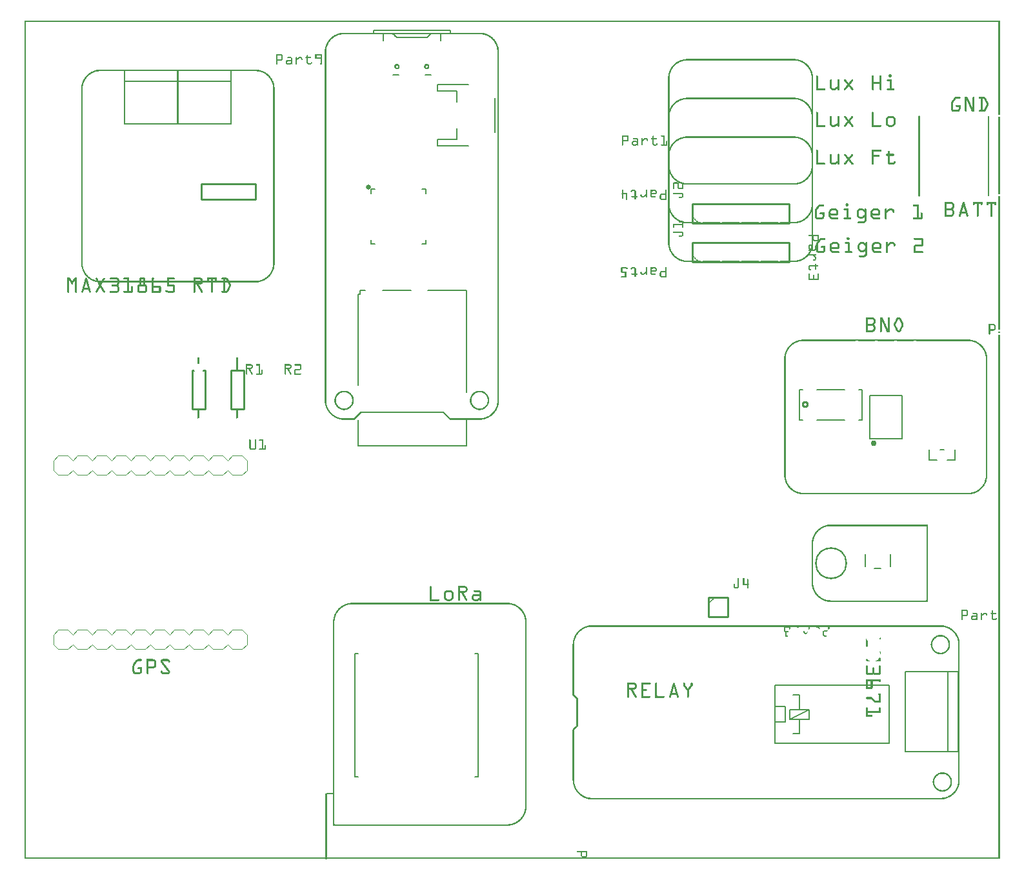
<source format=gto>
G04 MADE WITH FRITZING*
G04 WWW.FRITZING.ORG*
G04 DOUBLE SIDED*
G04 HOLES PLATED*
G04 CONTOUR ON CENTER OF CONTOUR VECTOR*
%ASAXBY*%
%FSLAX23Y23*%
%MOIN*%
%OFA0B0*%
%SFA1.0B1.0*%
%ADD10C,0.026000X-0.00599998*%
%ADD11C,0.029528X0.00196852*%
%ADD12C,0.037456X0.0134558*%
%ADD13C,0.165480X0.14948*%
%ADD14C,0.005000*%
%ADD15C,0.008000*%
%ADD16C,0.006000*%
%ADD17C,0.010000*%
%ADD18C,0.002822*%
%ADD19R,0.001000X0.001000*%
%LNSILK1*%
G90*
G70*
G54D10*
X1777Y3471D03*
G54D11*
X4387Y2149D03*
G54D12*
X4032Y2347D03*
G54D13*
X4167Y1527D03*
G54D14*
X2073Y3438D02*
X2073Y3460D01*
D02*
X2073Y3460D02*
X2052Y3460D01*
D02*
X2073Y3198D02*
X2073Y3177D01*
D02*
X2073Y3177D02*
X2052Y3177D01*
D02*
X1811Y3460D02*
X1790Y3460D01*
D02*
X1790Y3460D02*
X1790Y3438D01*
D02*
X1811Y3177D02*
X1790Y3177D01*
D02*
X1790Y3177D02*
X1790Y3198D01*
G54D15*
D02*
X2430Y3932D02*
X2430Y3755D01*
D02*
X2292Y3686D02*
X2134Y3686D01*
D02*
X2134Y3686D02*
X2134Y3719D01*
D02*
X2134Y3719D02*
X2233Y3719D01*
D02*
X2233Y3719D02*
X2233Y3774D01*
D02*
X2233Y3912D02*
X2233Y3967D01*
D02*
X2233Y3967D02*
X2134Y3967D01*
D02*
X2134Y3967D02*
X2134Y4001D01*
D02*
X2134Y4001D02*
X2292Y4001D01*
G54D14*
D02*
X2100Y4050D02*
X2069Y4050D01*
D02*
X1935Y4050D02*
X1903Y4050D01*
D02*
X2151Y4227D02*
X2151Y4263D01*
D02*
X2151Y4263D02*
X1852Y4263D01*
D02*
X1852Y4263D02*
X1852Y4227D01*
D02*
X1760Y2937D02*
X1734Y2937D01*
D02*
X1734Y2937D02*
X1734Y2918D01*
D02*
X1734Y2918D02*
X1725Y2918D01*
D02*
X1725Y2918D02*
X1725Y2447D01*
D02*
X1851Y2937D02*
X1996Y2937D01*
D02*
X2085Y2937D02*
X2284Y2937D01*
D02*
X2284Y2937D02*
X2284Y2412D01*
G54D15*
D02*
X1803Y4282D02*
X1803Y4268D01*
D02*
X2200Y4282D02*
X2200Y4268D01*
D02*
X1803Y4282D02*
X2200Y4282D01*
D02*
X1725Y2268D02*
X1725Y2135D01*
D02*
X2284Y2268D02*
X2284Y2135D01*
D02*
X1725Y2135D02*
X2284Y2135D01*
G54D14*
D02*
X2328Y1061D02*
X2344Y1061D01*
D02*
X2344Y1061D02*
X2344Y423D01*
D02*
X2344Y423D02*
X2328Y423D01*
D02*
X1722Y1061D02*
X1706Y1061D01*
D02*
X1706Y1061D02*
X1706Y423D01*
D02*
X1706Y423D02*
X1722Y423D01*
G54D15*
D02*
X1595Y337D02*
X1559Y337D01*
D02*
X4806Y2113D02*
X4806Y2062D01*
D02*
X4806Y2062D02*
X4768Y2062D01*
D02*
X4674Y2062D02*
X4674Y2113D01*
D02*
X4712Y2062D02*
X4674Y2062D01*
D02*
X4731Y2114D02*
X4749Y2114D01*
G54D14*
D02*
X4367Y2172D02*
X4367Y2393D01*
D02*
X4367Y2393D02*
X4533Y2393D01*
D02*
X4533Y2393D02*
X4533Y2172D01*
D02*
X4533Y2172D02*
X4367Y2172D01*
G54D15*
D02*
X4311Y2269D02*
X4326Y2269D01*
D02*
X4326Y2269D02*
X4326Y2426D01*
D02*
X4326Y2426D02*
X4311Y2426D01*
D02*
X4236Y2426D02*
X4094Y2426D01*
D02*
X4236Y2269D02*
X4094Y2269D01*
D02*
X4019Y2269D02*
X4004Y2269D01*
D02*
X4004Y2269D02*
X4004Y2426D01*
D02*
X4004Y2426D02*
X4019Y2426D01*
G54D16*
D02*
X3877Y597D02*
X4468Y597D01*
D02*
X4468Y597D02*
X4468Y899D01*
D02*
X4468Y899D02*
X3877Y899D01*
D02*
X3877Y899D02*
X3877Y788D01*
D02*
X3877Y788D02*
X3929Y788D01*
D02*
X3929Y788D02*
X3929Y708D01*
D02*
X3877Y788D02*
X3877Y708D01*
D02*
X3929Y708D02*
X3877Y708D01*
D02*
X3877Y708D02*
X3877Y597D01*
D02*
X3969Y849D02*
X4004Y849D01*
D02*
X4004Y849D02*
X4004Y771D01*
D02*
X4004Y771D02*
X3954Y771D01*
D02*
X3954Y771D02*
X3954Y721D01*
D02*
X4054Y721D02*
X4054Y771D01*
D02*
X4054Y771D02*
X4004Y771D01*
D02*
X3954Y721D02*
X4004Y721D01*
D02*
X4004Y721D02*
X4004Y647D01*
D02*
X4004Y721D02*
X4054Y721D01*
D02*
X4004Y647D02*
X3969Y647D01*
D02*
X3954Y721D02*
X4054Y771D01*
G54D15*
D02*
X4549Y553D02*
X4769Y553D01*
D02*
X4769Y553D02*
X4824Y553D01*
D02*
X4824Y553D02*
X4824Y967D01*
D02*
X4824Y967D02*
X4769Y967D01*
D02*
X4769Y967D02*
X4549Y967D01*
D02*
X4549Y967D02*
X4549Y553D01*
D02*
X4769Y553D02*
X4769Y967D01*
D02*
X4472Y1510D02*
X4472Y1573D01*
D02*
X4342Y1510D02*
X4342Y1573D01*
D02*
X4423Y1500D02*
X4391Y1500D01*
G54D17*
D02*
X3450Y3283D02*
X3950Y3283D01*
D02*
X3950Y3283D02*
X3950Y3383D01*
D02*
X3950Y3383D02*
X3450Y3383D01*
D02*
X3450Y3383D02*
X3450Y3283D01*
D02*
X4620Y3838D02*
X4620Y3428D01*
G54D14*
D02*
X4980Y3428D02*
X4980Y3838D01*
G54D18*
D02*
X775Y1183D02*
X825Y1183D01*
D02*
X825Y1183D02*
X850Y1158D01*
D02*
X850Y1108D02*
X825Y1083D01*
D02*
X650Y1158D02*
X675Y1183D01*
D02*
X675Y1183D02*
X725Y1183D01*
D02*
X725Y1183D02*
X750Y1158D01*
D02*
X750Y1108D02*
X725Y1083D01*
D02*
X725Y1083D02*
X675Y1083D01*
D02*
X675Y1083D02*
X650Y1108D01*
D02*
X775Y1183D02*
X750Y1158D01*
D02*
X750Y1108D02*
X775Y1083D01*
D02*
X825Y1083D02*
X775Y1083D01*
D02*
X475Y1183D02*
X525Y1183D01*
D02*
X525Y1183D02*
X550Y1158D01*
D02*
X550Y1108D02*
X525Y1083D01*
D02*
X550Y1158D02*
X575Y1183D01*
D02*
X575Y1183D02*
X625Y1183D01*
D02*
X625Y1183D02*
X650Y1158D01*
D02*
X650Y1108D02*
X625Y1083D01*
D02*
X625Y1083D02*
X575Y1083D01*
D02*
X575Y1083D02*
X550Y1108D01*
D02*
X350Y1158D02*
X375Y1183D01*
D02*
X375Y1183D02*
X425Y1183D01*
D02*
X425Y1183D02*
X450Y1158D01*
D02*
X450Y1108D02*
X425Y1083D01*
D02*
X425Y1083D02*
X375Y1083D01*
D02*
X375Y1083D02*
X350Y1108D01*
D02*
X475Y1183D02*
X450Y1158D01*
D02*
X450Y1108D02*
X475Y1083D01*
D02*
X525Y1083D02*
X475Y1083D01*
D02*
X175Y1183D02*
X225Y1183D01*
D02*
X225Y1183D02*
X250Y1158D01*
D02*
X250Y1108D02*
X225Y1083D01*
D02*
X250Y1158D02*
X275Y1183D01*
D02*
X275Y1183D02*
X325Y1183D01*
D02*
X325Y1183D02*
X350Y1158D01*
D02*
X350Y1108D02*
X325Y1083D01*
D02*
X325Y1083D02*
X275Y1083D01*
D02*
X275Y1083D02*
X250Y1108D01*
D02*
X150Y1158D02*
X150Y1108D01*
D02*
X175Y1183D02*
X150Y1158D01*
D02*
X150Y1108D02*
X175Y1083D01*
D02*
X225Y1083D02*
X175Y1083D01*
D02*
X1050Y1158D02*
X1075Y1183D01*
D02*
X1075Y1183D02*
X1125Y1183D01*
D02*
X1125Y1183D02*
X1150Y1158D01*
D02*
X1150Y1108D02*
X1125Y1083D01*
D02*
X1125Y1083D02*
X1075Y1083D01*
D02*
X1075Y1083D02*
X1050Y1108D01*
D02*
X875Y1183D02*
X925Y1183D01*
D02*
X925Y1183D02*
X950Y1158D01*
D02*
X950Y1108D02*
X925Y1083D01*
D02*
X950Y1158D02*
X975Y1183D01*
D02*
X975Y1183D02*
X1025Y1183D01*
D02*
X1025Y1183D02*
X1050Y1158D01*
D02*
X1050Y1108D02*
X1025Y1083D01*
D02*
X1025Y1083D02*
X975Y1083D01*
D02*
X975Y1083D02*
X950Y1108D01*
D02*
X875Y1183D02*
X850Y1158D01*
D02*
X850Y1108D02*
X875Y1083D01*
D02*
X925Y1083D02*
X875Y1083D01*
D02*
X1150Y1158D02*
X1150Y1108D01*
D02*
X775Y2083D02*
X825Y2083D01*
D02*
X825Y2083D02*
X850Y2058D01*
D02*
X850Y2008D02*
X825Y1983D01*
D02*
X650Y2058D02*
X675Y2083D01*
D02*
X675Y2083D02*
X725Y2083D01*
D02*
X725Y2083D02*
X750Y2058D01*
D02*
X750Y2008D02*
X725Y1983D01*
D02*
X725Y1983D02*
X675Y1983D01*
D02*
X675Y1983D02*
X650Y2008D01*
D02*
X775Y2083D02*
X750Y2058D01*
D02*
X750Y2008D02*
X775Y1983D01*
D02*
X825Y1983D02*
X775Y1983D01*
D02*
X475Y2083D02*
X525Y2083D01*
D02*
X525Y2083D02*
X550Y2058D01*
D02*
X550Y2008D02*
X525Y1983D01*
D02*
X550Y2058D02*
X575Y2083D01*
D02*
X575Y2083D02*
X625Y2083D01*
D02*
X625Y2083D02*
X650Y2058D01*
D02*
X650Y2008D02*
X625Y1983D01*
D02*
X625Y1983D02*
X575Y1983D01*
D02*
X575Y1983D02*
X550Y2008D01*
D02*
X350Y2058D02*
X375Y2083D01*
D02*
X375Y2083D02*
X425Y2083D01*
D02*
X425Y2083D02*
X450Y2058D01*
D02*
X450Y2008D02*
X425Y1983D01*
D02*
X425Y1983D02*
X375Y1983D01*
D02*
X375Y1983D02*
X350Y2008D01*
D02*
X475Y2083D02*
X450Y2058D01*
D02*
X450Y2008D02*
X475Y1983D01*
D02*
X525Y1983D02*
X475Y1983D01*
D02*
X175Y2083D02*
X225Y2083D01*
D02*
X225Y2083D02*
X250Y2058D01*
D02*
X250Y2008D02*
X225Y1983D01*
D02*
X250Y2058D02*
X275Y2083D01*
D02*
X275Y2083D02*
X325Y2083D01*
D02*
X325Y2083D02*
X350Y2058D01*
D02*
X350Y2008D02*
X325Y1983D01*
D02*
X325Y1983D02*
X275Y1983D01*
D02*
X275Y1983D02*
X250Y2008D01*
D02*
X150Y2058D02*
X150Y2008D01*
D02*
X175Y2083D02*
X150Y2058D01*
D02*
X150Y2008D02*
X175Y1983D01*
D02*
X225Y1983D02*
X175Y1983D01*
D02*
X1050Y2058D02*
X1075Y2083D01*
D02*
X1075Y2083D02*
X1125Y2083D01*
D02*
X1125Y2083D02*
X1150Y2058D01*
D02*
X1150Y2008D02*
X1125Y1983D01*
D02*
X1125Y1983D02*
X1075Y1983D01*
D02*
X1075Y1983D02*
X1050Y2008D01*
D02*
X875Y2083D02*
X925Y2083D01*
D02*
X925Y2083D02*
X950Y2058D01*
D02*
X950Y2008D02*
X925Y1983D01*
D02*
X950Y2058D02*
X975Y2083D01*
D02*
X975Y2083D02*
X1025Y2083D01*
D02*
X1025Y2083D02*
X1050Y2058D01*
D02*
X1050Y2008D02*
X1025Y1983D01*
D02*
X1025Y1983D02*
X975Y1983D01*
D02*
X975Y1983D02*
X950Y2008D01*
D02*
X875Y2083D02*
X850Y2058D01*
D02*
X850Y2008D02*
X875Y1983D01*
D02*
X925Y1983D02*
X875Y1983D01*
D02*
X1150Y2058D02*
X1150Y2008D01*
G54D17*
D02*
X3533Y1351D02*
X3533Y1251D01*
D02*
X3533Y1251D02*
X3633Y1251D01*
D02*
X3633Y1251D02*
X3633Y1351D01*
D02*
X3633Y1351D02*
X3533Y1351D01*
D02*
X3450Y3083D02*
X3950Y3083D01*
D02*
X3950Y3083D02*
X3950Y3183D01*
D02*
X3950Y3183D02*
X3450Y3183D01*
D02*
X3450Y3183D02*
X3450Y3083D01*
D02*
X913Y3488D02*
X1193Y3488D01*
D02*
X1193Y3488D02*
X1193Y3408D01*
D02*
X1193Y3408D02*
X913Y3408D01*
D02*
X913Y3408D02*
X913Y3488D01*
G54D15*
D02*
X1067Y3799D02*
X1067Y4019D01*
D02*
X1067Y4019D02*
X1067Y4074D01*
D02*
X1067Y4074D02*
X791Y4074D01*
D02*
X791Y4074D02*
X791Y4019D01*
D02*
X791Y4019D02*
X791Y3799D01*
D02*
X791Y3799D02*
X1067Y3799D01*
D02*
X1067Y4019D02*
X791Y4019D01*
D02*
X792Y3799D02*
X792Y4019D01*
D02*
X792Y4019D02*
X792Y4074D01*
D02*
X792Y4074D02*
X516Y4074D01*
D02*
X516Y4074D02*
X516Y4019D01*
D02*
X516Y4019D02*
X516Y3799D01*
D02*
X516Y3799D02*
X792Y3799D01*
D02*
X792Y4019D02*
X516Y4019D01*
G54D17*
D02*
X933Y2523D02*
X933Y2323D01*
D02*
X933Y2323D02*
X867Y2323D01*
D02*
X867Y2323D02*
X867Y2523D01*
D02*
X1133Y2523D02*
X1133Y2323D01*
D02*
X1133Y2323D02*
X1067Y2323D01*
D02*
X1067Y2323D02*
X1067Y2523D01*
D02*
X1067Y2523D02*
X1133Y2523D01*
G54D19*
X0Y4331D02*
X5038Y4331D01*
X0Y4330D02*
X5038Y4330D01*
X0Y4329D02*
X5038Y4329D01*
X0Y4328D02*
X5038Y4328D01*
X0Y4327D02*
X5038Y4327D01*
X0Y4326D02*
X5038Y4326D01*
X0Y4325D02*
X5038Y4325D01*
X0Y4324D02*
X5038Y4324D01*
X0Y4323D02*
X7Y4323D01*
X5031Y4323D02*
X5038Y4323D01*
X0Y4322D02*
X7Y4322D01*
X5031Y4322D02*
X5038Y4322D01*
X0Y4321D02*
X7Y4321D01*
X5031Y4321D02*
X5038Y4321D01*
X0Y4320D02*
X7Y4320D01*
X5031Y4320D02*
X5038Y4320D01*
X0Y4319D02*
X7Y4319D01*
X5031Y4319D02*
X5038Y4319D01*
X0Y4318D02*
X7Y4318D01*
X5031Y4318D02*
X5038Y4318D01*
X0Y4317D02*
X7Y4317D01*
X5031Y4317D02*
X5038Y4317D01*
X0Y4316D02*
X7Y4316D01*
X5031Y4316D02*
X5038Y4316D01*
X0Y4315D02*
X7Y4315D01*
X5031Y4315D02*
X5038Y4315D01*
X0Y4314D02*
X7Y4314D01*
X5031Y4314D02*
X5038Y4314D01*
X0Y4313D02*
X7Y4313D01*
X5031Y4313D02*
X5038Y4313D01*
X0Y4312D02*
X7Y4312D01*
X5031Y4312D02*
X5038Y4312D01*
X0Y4311D02*
X7Y4311D01*
X5031Y4311D02*
X5038Y4311D01*
X0Y4310D02*
X7Y4310D01*
X5031Y4310D02*
X5038Y4310D01*
X0Y4309D02*
X7Y4309D01*
X5031Y4309D02*
X5038Y4309D01*
X0Y4308D02*
X7Y4308D01*
X5031Y4308D02*
X5038Y4308D01*
X0Y4307D02*
X7Y4307D01*
X5031Y4307D02*
X5038Y4307D01*
X0Y4306D02*
X7Y4306D01*
X5031Y4306D02*
X5038Y4306D01*
X0Y4305D02*
X7Y4305D01*
X5031Y4305D02*
X5038Y4305D01*
X0Y4304D02*
X7Y4304D01*
X5031Y4304D02*
X5038Y4304D01*
X0Y4303D02*
X7Y4303D01*
X5031Y4303D02*
X5038Y4303D01*
X0Y4302D02*
X7Y4302D01*
X5031Y4302D02*
X5038Y4302D01*
X0Y4301D02*
X7Y4301D01*
X5031Y4301D02*
X5038Y4301D01*
X0Y4300D02*
X7Y4300D01*
X5031Y4300D02*
X5038Y4300D01*
X0Y4299D02*
X7Y4299D01*
X5031Y4299D02*
X5038Y4299D01*
X0Y4298D02*
X7Y4298D01*
X5031Y4298D02*
X5038Y4298D01*
X0Y4297D02*
X7Y4297D01*
X5031Y4297D02*
X5038Y4297D01*
X0Y4296D02*
X7Y4296D01*
X5031Y4296D02*
X5038Y4296D01*
X0Y4295D02*
X7Y4295D01*
X5031Y4295D02*
X5038Y4295D01*
X0Y4294D02*
X7Y4294D01*
X5031Y4294D02*
X5038Y4294D01*
X0Y4293D02*
X7Y4293D01*
X5031Y4293D02*
X5038Y4293D01*
X0Y4292D02*
X7Y4292D01*
X5031Y4292D02*
X5038Y4292D01*
X0Y4291D02*
X7Y4291D01*
X5031Y4291D02*
X5038Y4291D01*
X0Y4290D02*
X7Y4290D01*
X5031Y4290D02*
X5038Y4290D01*
X0Y4289D02*
X7Y4289D01*
X5031Y4289D02*
X5038Y4289D01*
X0Y4288D02*
X7Y4288D01*
X5031Y4288D02*
X5038Y4288D01*
X0Y4287D02*
X7Y4287D01*
X5031Y4287D02*
X5038Y4287D01*
X0Y4286D02*
X7Y4286D01*
X5031Y4286D02*
X5038Y4286D01*
X0Y4285D02*
X7Y4285D01*
X5031Y4285D02*
X5038Y4285D01*
X0Y4284D02*
X7Y4284D01*
X5031Y4284D02*
X5038Y4284D01*
X0Y4283D02*
X7Y4283D01*
X5031Y4283D02*
X5038Y4283D01*
X0Y4282D02*
X7Y4282D01*
X5031Y4282D02*
X5038Y4282D01*
X0Y4281D02*
X7Y4281D01*
X5031Y4281D02*
X5038Y4281D01*
X0Y4280D02*
X7Y4280D01*
X5031Y4280D02*
X5038Y4280D01*
X0Y4279D02*
X7Y4279D01*
X5031Y4279D02*
X5038Y4279D01*
X0Y4278D02*
X7Y4278D01*
X5031Y4278D02*
X5038Y4278D01*
X0Y4277D02*
X7Y4277D01*
X5031Y4277D02*
X5038Y4277D01*
X0Y4276D02*
X7Y4276D01*
X5031Y4276D02*
X5038Y4276D01*
X0Y4275D02*
X7Y4275D01*
X5031Y4275D02*
X5038Y4275D01*
X0Y4274D02*
X7Y4274D01*
X5031Y4274D02*
X5038Y4274D01*
X0Y4273D02*
X7Y4273D01*
X5031Y4273D02*
X5038Y4273D01*
X0Y4272D02*
X7Y4272D01*
X5031Y4272D02*
X5038Y4272D01*
X0Y4271D02*
X7Y4271D01*
X5031Y4271D02*
X5038Y4271D01*
X0Y4270D02*
X7Y4270D01*
X5031Y4270D02*
X5038Y4270D01*
X0Y4269D02*
X7Y4269D01*
X1644Y4269D02*
X1903Y4269D01*
X2099Y4269D02*
X2358Y4269D01*
X5031Y4269D02*
X5038Y4269D01*
X0Y4268D02*
X7Y4268D01*
X1636Y4268D02*
X1904Y4268D01*
X2098Y4268D02*
X2366Y4268D01*
X5031Y4268D02*
X5038Y4268D01*
X0Y4267D02*
X7Y4267D01*
X1630Y4267D02*
X1905Y4267D01*
X2097Y4267D02*
X2371Y4267D01*
X5031Y4267D02*
X5038Y4267D01*
X0Y4266D02*
X7Y4266D01*
X1626Y4266D02*
X1906Y4266D01*
X2096Y4266D02*
X2376Y4266D01*
X5031Y4266D02*
X5038Y4266D01*
X0Y4265D02*
X7Y4265D01*
X1623Y4265D02*
X1907Y4265D01*
X2095Y4265D02*
X2379Y4265D01*
X5031Y4265D02*
X5038Y4265D01*
X0Y4264D02*
X7Y4264D01*
X1619Y4264D02*
X1908Y4264D01*
X2094Y4264D02*
X2382Y4264D01*
X5031Y4264D02*
X5038Y4264D01*
X0Y4263D02*
X7Y4263D01*
X1617Y4263D02*
X1909Y4263D01*
X2093Y4263D02*
X2385Y4263D01*
X5031Y4263D02*
X5038Y4263D01*
X0Y4262D02*
X7Y4262D01*
X1614Y4262D02*
X1910Y4262D01*
X2092Y4262D02*
X2388Y4262D01*
X5031Y4262D02*
X5038Y4262D01*
X0Y4261D02*
X7Y4261D01*
X1612Y4261D02*
X1643Y4261D01*
X1901Y4261D02*
X1911Y4261D01*
X2091Y4261D02*
X2101Y4261D01*
X2359Y4261D02*
X2390Y4261D01*
X5031Y4261D02*
X5038Y4261D01*
X0Y4260D02*
X7Y4260D01*
X1609Y4260D02*
X1635Y4260D01*
X1902Y4260D02*
X1912Y4260D01*
X2090Y4260D02*
X2100Y4260D01*
X2367Y4260D02*
X2392Y4260D01*
X5031Y4260D02*
X5038Y4260D01*
X0Y4259D02*
X7Y4259D01*
X1607Y4259D02*
X1630Y4259D01*
X1903Y4259D02*
X1913Y4259D01*
X2089Y4259D02*
X2099Y4259D01*
X2372Y4259D02*
X2394Y4259D01*
X5031Y4259D02*
X5038Y4259D01*
X0Y4258D02*
X7Y4258D01*
X1605Y4258D02*
X1626Y4258D01*
X1904Y4258D02*
X1914Y4258D01*
X2088Y4258D02*
X2098Y4258D01*
X2376Y4258D02*
X2397Y4258D01*
X5031Y4258D02*
X5038Y4258D01*
X0Y4257D02*
X7Y4257D01*
X1604Y4257D02*
X1622Y4257D01*
X1905Y4257D02*
X1915Y4257D01*
X2087Y4257D02*
X2097Y4257D01*
X2379Y4257D02*
X2398Y4257D01*
X5031Y4257D02*
X5038Y4257D01*
X0Y4256D02*
X7Y4256D01*
X1602Y4256D02*
X1619Y4256D01*
X1906Y4256D02*
X1916Y4256D01*
X2086Y4256D02*
X2096Y4256D01*
X2382Y4256D02*
X2400Y4256D01*
X5031Y4256D02*
X5038Y4256D01*
X0Y4255D02*
X7Y4255D01*
X1600Y4255D02*
X1617Y4255D01*
X1907Y4255D02*
X1917Y4255D01*
X2085Y4255D02*
X2095Y4255D01*
X2385Y4255D02*
X2402Y4255D01*
X5031Y4255D02*
X5038Y4255D01*
X0Y4254D02*
X7Y4254D01*
X1598Y4254D02*
X1614Y4254D01*
X1908Y4254D02*
X1918Y4254D01*
X2084Y4254D02*
X2094Y4254D01*
X2387Y4254D02*
X2403Y4254D01*
X5031Y4254D02*
X5038Y4254D01*
X0Y4253D02*
X7Y4253D01*
X1597Y4253D02*
X1612Y4253D01*
X1909Y4253D02*
X1919Y4253D01*
X2083Y4253D02*
X2093Y4253D01*
X2390Y4253D02*
X2405Y4253D01*
X5031Y4253D02*
X5038Y4253D01*
X0Y4252D02*
X7Y4252D01*
X1595Y4252D02*
X1610Y4252D01*
X1910Y4252D02*
X1920Y4252D01*
X2082Y4252D02*
X2092Y4252D01*
X2392Y4252D02*
X2407Y4252D01*
X5031Y4252D02*
X5038Y4252D01*
X0Y4251D02*
X7Y4251D01*
X1594Y4251D02*
X1608Y4251D01*
X1911Y4251D02*
X1921Y4251D01*
X2081Y4251D02*
X2091Y4251D01*
X2394Y4251D02*
X2408Y4251D01*
X5031Y4251D02*
X5038Y4251D01*
X0Y4250D02*
X7Y4250D01*
X1592Y4250D02*
X1606Y4250D01*
X1912Y4250D02*
X1922Y4250D01*
X2080Y4250D02*
X2090Y4250D01*
X2396Y4250D02*
X2409Y4250D01*
X5031Y4250D02*
X5038Y4250D01*
X0Y4249D02*
X7Y4249D01*
X1591Y4249D02*
X1604Y4249D01*
X1913Y4249D02*
X2089Y4249D01*
X2397Y4249D02*
X2411Y4249D01*
X5031Y4249D02*
X5038Y4249D01*
X0Y4248D02*
X7Y4248D01*
X1590Y4248D02*
X1603Y4248D01*
X1914Y4248D02*
X2088Y4248D01*
X2399Y4248D02*
X2412Y4248D01*
X5031Y4248D02*
X5038Y4248D01*
X0Y4247D02*
X7Y4247D01*
X1588Y4247D02*
X1601Y4247D01*
X1915Y4247D02*
X2087Y4247D01*
X2401Y4247D02*
X2413Y4247D01*
X5031Y4247D02*
X5038Y4247D01*
X0Y4246D02*
X7Y4246D01*
X1587Y4246D02*
X1599Y4246D01*
X1916Y4246D02*
X2086Y4246D01*
X2402Y4246D02*
X2415Y4246D01*
X5031Y4246D02*
X5038Y4246D01*
X0Y4245D02*
X7Y4245D01*
X1586Y4245D02*
X1598Y4245D01*
X1917Y4245D02*
X2085Y4245D01*
X2404Y4245D02*
X2416Y4245D01*
X5031Y4245D02*
X5038Y4245D01*
X0Y4244D02*
X7Y4244D01*
X1585Y4244D02*
X1597Y4244D01*
X1918Y4244D02*
X2084Y4244D01*
X2405Y4244D02*
X2417Y4244D01*
X5031Y4244D02*
X5038Y4244D01*
X0Y4243D02*
X7Y4243D01*
X1584Y4243D02*
X1595Y4243D01*
X1919Y4243D02*
X2083Y4243D01*
X2406Y4243D02*
X2418Y4243D01*
X5031Y4243D02*
X5038Y4243D01*
X0Y4242D02*
X7Y4242D01*
X1583Y4242D02*
X1594Y4242D01*
X1920Y4242D02*
X2082Y4242D01*
X2408Y4242D02*
X2419Y4242D01*
X5031Y4242D02*
X5038Y4242D01*
X0Y4241D02*
X7Y4241D01*
X1582Y4241D02*
X1593Y4241D01*
X2409Y4241D02*
X2420Y4241D01*
X5031Y4241D02*
X5038Y4241D01*
X0Y4240D02*
X7Y4240D01*
X1581Y4240D02*
X1592Y4240D01*
X2410Y4240D02*
X2421Y4240D01*
X5031Y4240D02*
X5038Y4240D01*
X0Y4239D02*
X7Y4239D01*
X1580Y4239D02*
X1590Y4239D01*
X2411Y4239D02*
X2422Y4239D01*
X5031Y4239D02*
X5038Y4239D01*
X0Y4238D02*
X7Y4238D01*
X1579Y4238D02*
X1589Y4238D01*
X2413Y4238D02*
X2423Y4238D01*
X5031Y4238D02*
X5038Y4238D01*
X0Y4237D02*
X7Y4237D01*
X1578Y4237D02*
X1588Y4237D01*
X2414Y4237D02*
X2424Y4237D01*
X5031Y4237D02*
X5038Y4237D01*
X0Y4236D02*
X7Y4236D01*
X1577Y4236D02*
X1587Y4236D01*
X2415Y4236D02*
X2425Y4236D01*
X5031Y4236D02*
X5038Y4236D01*
X0Y4235D02*
X7Y4235D01*
X1576Y4235D02*
X1586Y4235D01*
X2416Y4235D02*
X2426Y4235D01*
X5031Y4235D02*
X5038Y4235D01*
X0Y4234D02*
X7Y4234D01*
X1575Y4234D02*
X1585Y4234D01*
X2417Y4234D02*
X2427Y4234D01*
X5031Y4234D02*
X5038Y4234D01*
X0Y4233D02*
X7Y4233D01*
X1574Y4233D02*
X1584Y4233D01*
X2418Y4233D02*
X2428Y4233D01*
X5031Y4233D02*
X5038Y4233D01*
X0Y4232D02*
X7Y4232D01*
X1573Y4232D02*
X1583Y4232D01*
X2419Y4232D02*
X2428Y4232D01*
X5031Y4232D02*
X5038Y4232D01*
X0Y4231D02*
X7Y4231D01*
X1573Y4231D02*
X1582Y4231D01*
X2420Y4231D02*
X2429Y4231D01*
X5031Y4231D02*
X5038Y4231D01*
X0Y4230D02*
X7Y4230D01*
X1572Y4230D02*
X1581Y4230D01*
X2420Y4230D02*
X2430Y4230D01*
X5031Y4230D02*
X5038Y4230D01*
X0Y4229D02*
X7Y4229D01*
X1571Y4229D02*
X1580Y4229D01*
X2421Y4229D02*
X2431Y4229D01*
X5031Y4229D02*
X5038Y4229D01*
X0Y4228D02*
X7Y4228D01*
X1570Y4228D02*
X1580Y4228D01*
X2422Y4228D02*
X2431Y4228D01*
X5031Y4228D02*
X5038Y4228D01*
X0Y4227D02*
X7Y4227D01*
X1570Y4227D02*
X1579Y4227D01*
X2423Y4227D02*
X2432Y4227D01*
X5031Y4227D02*
X5038Y4227D01*
X0Y4226D02*
X7Y4226D01*
X1569Y4226D02*
X1578Y4226D01*
X2424Y4226D02*
X2433Y4226D01*
X5031Y4226D02*
X5038Y4226D01*
X0Y4225D02*
X7Y4225D01*
X1568Y4225D02*
X1577Y4225D01*
X2425Y4225D02*
X2433Y4225D01*
X5031Y4225D02*
X5038Y4225D01*
X0Y4224D02*
X7Y4224D01*
X1568Y4224D02*
X1577Y4224D01*
X2425Y4224D02*
X2434Y4224D01*
X5031Y4224D02*
X5038Y4224D01*
X0Y4223D02*
X7Y4223D01*
X1567Y4223D02*
X1576Y4223D01*
X2426Y4223D02*
X2435Y4223D01*
X5031Y4223D02*
X5038Y4223D01*
X0Y4222D02*
X7Y4222D01*
X1566Y4222D02*
X1575Y4222D01*
X2427Y4222D02*
X2435Y4222D01*
X5031Y4222D02*
X5038Y4222D01*
X0Y4221D02*
X7Y4221D01*
X1566Y4221D02*
X1574Y4221D01*
X2428Y4221D02*
X2436Y4221D01*
X5031Y4221D02*
X5038Y4221D01*
X0Y4220D02*
X7Y4220D01*
X1565Y4220D02*
X1574Y4220D01*
X2428Y4220D02*
X2437Y4220D01*
X5031Y4220D02*
X5038Y4220D01*
X0Y4219D02*
X7Y4219D01*
X1565Y4219D02*
X1573Y4219D01*
X2429Y4219D02*
X2437Y4219D01*
X5031Y4219D02*
X5038Y4219D01*
X0Y4218D02*
X7Y4218D01*
X1564Y4218D02*
X1572Y4218D01*
X2430Y4218D02*
X2438Y4218D01*
X5031Y4218D02*
X5038Y4218D01*
X0Y4217D02*
X7Y4217D01*
X1564Y4217D02*
X1572Y4217D01*
X2430Y4217D02*
X2438Y4217D01*
X5031Y4217D02*
X5038Y4217D01*
X0Y4216D02*
X7Y4216D01*
X1563Y4216D02*
X1571Y4216D01*
X2431Y4216D02*
X2439Y4216D01*
X5031Y4216D02*
X5038Y4216D01*
X0Y4215D02*
X7Y4215D01*
X1563Y4215D02*
X1571Y4215D01*
X2431Y4215D02*
X2439Y4215D01*
X5031Y4215D02*
X5038Y4215D01*
X0Y4214D02*
X7Y4214D01*
X1562Y4214D02*
X1570Y4214D01*
X2432Y4214D02*
X2440Y4214D01*
X5031Y4214D02*
X5038Y4214D01*
X0Y4213D02*
X7Y4213D01*
X1562Y4213D02*
X1569Y4213D01*
X2432Y4213D02*
X2440Y4213D01*
X5031Y4213D02*
X5038Y4213D01*
X0Y4212D02*
X7Y4212D01*
X1561Y4212D02*
X1569Y4212D01*
X2433Y4212D02*
X2441Y4212D01*
X5031Y4212D02*
X5038Y4212D01*
X0Y4211D02*
X7Y4211D01*
X1561Y4211D02*
X1568Y4211D01*
X2434Y4211D02*
X2441Y4211D01*
X5031Y4211D02*
X5038Y4211D01*
X0Y4210D02*
X7Y4210D01*
X1560Y4210D02*
X1568Y4210D01*
X2434Y4210D02*
X2442Y4210D01*
X5031Y4210D02*
X5038Y4210D01*
X0Y4209D02*
X7Y4209D01*
X1560Y4209D02*
X1567Y4209D01*
X2434Y4209D02*
X2442Y4209D01*
X5031Y4209D02*
X5038Y4209D01*
X0Y4208D02*
X7Y4208D01*
X1559Y4208D02*
X1567Y4208D01*
X2435Y4208D02*
X2443Y4208D01*
X5031Y4208D02*
X5038Y4208D01*
X0Y4207D02*
X7Y4207D01*
X1559Y4207D02*
X1567Y4207D01*
X2435Y4207D02*
X2443Y4207D01*
X5031Y4207D02*
X5038Y4207D01*
X0Y4206D02*
X7Y4206D01*
X1558Y4206D02*
X1566Y4206D01*
X2436Y4206D02*
X2443Y4206D01*
X5031Y4206D02*
X5038Y4206D01*
X0Y4205D02*
X7Y4205D01*
X1558Y4205D02*
X1566Y4205D01*
X2436Y4205D02*
X2444Y4205D01*
X5031Y4205D02*
X5038Y4205D01*
X0Y4204D02*
X7Y4204D01*
X1558Y4204D02*
X1565Y4204D01*
X2437Y4204D02*
X2444Y4204D01*
X5031Y4204D02*
X5038Y4204D01*
X0Y4203D02*
X7Y4203D01*
X1557Y4203D02*
X1565Y4203D01*
X2437Y4203D02*
X2444Y4203D01*
X5031Y4203D02*
X5038Y4203D01*
X0Y4202D02*
X7Y4202D01*
X1557Y4202D02*
X1564Y4202D01*
X2438Y4202D02*
X2445Y4202D01*
X5031Y4202D02*
X5038Y4202D01*
X0Y4201D02*
X7Y4201D01*
X1557Y4201D02*
X1564Y4201D01*
X2438Y4201D02*
X2445Y4201D01*
X5031Y4201D02*
X5038Y4201D01*
X0Y4200D02*
X7Y4200D01*
X1556Y4200D02*
X1564Y4200D01*
X2438Y4200D02*
X2446Y4200D01*
X5031Y4200D02*
X5038Y4200D01*
X0Y4199D02*
X7Y4199D01*
X1556Y4199D02*
X1563Y4199D01*
X2439Y4199D02*
X2446Y4199D01*
X5031Y4199D02*
X5038Y4199D01*
X0Y4198D02*
X7Y4198D01*
X1556Y4198D02*
X1563Y4198D01*
X2439Y4198D02*
X2446Y4198D01*
X5031Y4198D02*
X5038Y4198D01*
X0Y4197D02*
X7Y4197D01*
X1555Y4197D02*
X1563Y4197D01*
X2439Y4197D02*
X2446Y4197D01*
X5031Y4197D02*
X5038Y4197D01*
X0Y4196D02*
X7Y4196D01*
X1555Y4196D02*
X1562Y4196D01*
X2440Y4196D02*
X2447Y4196D01*
X5031Y4196D02*
X5038Y4196D01*
X0Y4195D02*
X7Y4195D01*
X1555Y4195D02*
X1562Y4195D01*
X2440Y4195D02*
X2447Y4195D01*
X5031Y4195D02*
X5038Y4195D01*
X0Y4194D02*
X7Y4194D01*
X1555Y4194D02*
X1562Y4194D01*
X2440Y4194D02*
X2447Y4194D01*
X5031Y4194D02*
X5038Y4194D01*
X0Y4193D02*
X7Y4193D01*
X1554Y4193D02*
X1561Y4193D01*
X2440Y4193D02*
X2448Y4193D01*
X5031Y4193D02*
X5038Y4193D01*
X0Y4192D02*
X7Y4192D01*
X1554Y4192D02*
X1561Y4192D01*
X2441Y4192D02*
X2448Y4192D01*
X5031Y4192D02*
X5038Y4192D01*
X0Y4191D02*
X7Y4191D01*
X1554Y4191D02*
X1561Y4191D01*
X2441Y4191D02*
X2448Y4191D01*
X5031Y4191D02*
X5038Y4191D01*
X0Y4190D02*
X7Y4190D01*
X1554Y4190D02*
X1561Y4190D01*
X2441Y4190D02*
X2448Y4190D01*
X5031Y4190D02*
X5038Y4190D01*
X0Y4189D02*
X7Y4189D01*
X1553Y4189D02*
X1560Y4189D01*
X2441Y4189D02*
X2448Y4189D01*
X5031Y4189D02*
X5038Y4189D01*
X0Y4188D02*
X7Y4188D01*
X1553Y4188D02*
X1560Y4188D01*
X2442Y4188D02*
X2449Y4188D01*
X5031Y4188D02*
X5038Y4188D01*
X0Y4187D02*
X7Y4187D01*
X1553Y4187D02*
X1560Y4187D01*
X2442Y4187D02*
X2449Y4187D01*
X5031Y4187D02*
X5038Y4187D01*
X0Y4186D02*
X7Y4186D01*
X1553Y4186D02*
X1560Y4186D01*
X2442Y4186D02*
X2449Y4186D01*
X5031Y4186D02*
X5038Y4186D01*
X0Y4185D02*
X7Y4185D01*
X1553Y4185D02*
X1560Y4185D01*
X2442Y4185D02*
X2449Y4185D01*
X5031Y4185D02*
X5038Y4185D01*
X0Y4184D02*
X7Y4184D01*
X1553Y4184D02*
X1560Y4184D01*
X2442Y4184D02*
X2449Y4184D01*
X5031Y4184D02*
X5038Y4184D01*
X0Y4183D02*
X7Y4183D01*
X1552Y4183D02*
X1559Y4183D01*
X2442Y4183D02*
X2449Y4183D01*
X5031Y4183D02*
X5038Y4183D01*
X0Y4182D02*
X7Y4182D01*
X1552Y4182D02*
X1559Y4182D01*
X2443Y4182D02*
X2450Y4182D01*
X5031Y4182D02*
X5038Y4182D01*
X0Y4181D02*
X7Y4181D01*
X1552Y4181D02*
X1559Y4181D01*
X2443Y4181D02*
X2450Y4181D01*
X5031Y4181D02*
X5038Y4181D01*
X0Y4180D02*
X7Y4180D01*
X1552Y4180D02*
X1559Y4180D01*
X2443Y4180D02*
X2450Y4180D01*
X5031Y4180D02*
X5038Y4180D01*
X0Y4179D02*
X7Y4179D01*
X1552Y4179D02*
X1559Y4179D01*
X2443Y4179D02*
X2450Y4179D01*
X5031Y4179D02*
X5038Y4179D01*
X0Y4178D02*
X7Y4178D01*
X1552Y4178D02*
X1559Y4178D01*
X2443Y4178D02*
X2450Y4178D01*
X5031Y4178D02*
X5038Y4178D01*
X0Y4177D02*
X7Y4177D01*
X1552Y4177D02*
X1559Y4177D01*
X2443Y4177D02*
X2450Y4177D01*
X5031Y4177D02*
X5038Y4177D01*
X0Y4176D02*
X7Y4176D01*
X1552Y4176D02*
X1559Y4176D01*
X2443Y4176D02*
X2450Y4176D01*
X5031Y4176D02*
X5038Y4176D01*
X0Y4175D02*
X7Y4175D01*
X1552Y4175D02*
X1559Y4175D01*
X2443Y4175D02*
X2450Y4175D01*
X5031Y4175D02*
X5038Y4175D01*
X0Y4174D02*
X7Y4174D01*
X1552Y4174D02*
X1559Y4174D01*
X2443Y4174D02*
X2450Y4174D01*
X5031Y4174D02*
X5038Y4174D01*
X0Y4173D02*
X7Y4173D01*
X1551Y4173D02*
X1558Y4173D01*
X2443Y4173D02*
X2450Y4173D01*
X5031Y4173D02*
X5038Y4173D01*
X0Y4172D02*
X7Y4172D01*
X1551Y4172D02*
X1558Y4172D01*
X2443Y4172D02*
X2450Y4172D01*
X5031Y4172D02*
X5038Y4172D01*
X0Y4171D02*
X7Y4171D01*
X1551Y4171D02*
X1558Y4171D01*
X2443Y4171D02*
X2450Y4171D01*
X5031Y4171D02*
X5038Y4171D01*
X0Y4170D02*
X7Y4170D01*
X1551Y4170D02*
X1558Y4170D01*
X2443Y4170D02*
X2450Y4170D01*
X5031Y4170D02*
X5038Y4170D01*
X0Y4169D02*
X7Y4169D01*
X1551Y4169D02*
X1558Y4169D01*
X2443Y4169D02*
X2450Y4169D01*
X5031Y4169D02*
X5038Y4169D01*
X0Y4168D02*
X7Y4168D01*
X1551Y4168D02*
X1558Y4168D01*
X2443Y4168D02*
X2450Y4168D01*
X5031Y4168D02*
X5038Y4168D01*
X0Y4167D02*
X7Y4167D01*
X1551Y4167D02*
X1558Y4167D01*
X2443Y4167D02*
X2450Y4167D01*
X5031Y4167D02*
X5038Y4167D01*
X0Y4166D02*
X7Y4166D01*
X1551Y4166D02*
X1558Y4166D01*
X2443Y4166D02*
X2450Y4166D01*
X5031Y4166D02*
X5038Y4166D01*
X0Y4165D02*
X7Y4165D01*
X1551Y4165D02*
X1558Y4165D01*
X2443Y4165D02*
X2450Y4165D01*
X5031Y4165D02*
X5038Y4165D01*
X0Y4164D02*
X7Y4164D01*
X1551Y4164D02*
X1558Y4164D01*
X2443Y4164D02*
X2450Y4164D01*
X5031Y4164D02*
X5038Y4164D01*
X0Y4163D02*
X7Y4163D01*
X1551Y4163D02*
X1558Y4163D01*
X2443Y4163D02*
X2450Y4163D01*
X5031Y4163D02*
X5038Y4163D01*
X0Y4162D02*
X7Y4162D01*
X1551Y4162D02*
X1558Y4162D01*
X2443Y4162D02*
X2450Y4162D01*
X5031Y4162D02*
X5038Y4162D01*
X0Y4161D02*
X7Y4161D01*
X1551Y4161D02*
X1558Y4161D01*
X2443Y4161D02*
X2450Y4161D01*
X5031Y4161D02*
X5038Y4161D01*
X0Y4160D02*
X7Y4160D01*
X1551Y4160D02*
X1558Y4160D01*
X2443Y4160D02*
X2450Y4160D01*
X5031Y4160D02*
X5038Y4160D01*
X0Y4159D02*
X7Y4159D01*
X1551Y4159D02*
X1558Y4159D01*
X2443Y4159D02*
X2450Y4159D01*
X5031Y4159D02*
X5038Y4159D01*
X0Y4158D02*
X7Y4158D01*
X1301Y4158D02*
X1326Y4158D01*
X1504Y4158D02*
X1533Y4158D01*
X1551Y4158D02*
X1558Y4158D01*
X2443Y4158D02*
X2450Y4158D01*
X5031Y4158D02*
X5038Y4158D01*
X0Y4157D02*
X7Y4157D01*
X1301Y4157D02*
X1329Y4157D01*
X1503Y4157D02*
X1534Y4157D01*
X1551Y4157D02*
X1558Y4157D01*
X2443Y4157D02*
X2450Y4157D01*
X5031Y4157D02*
X5038Y4157D01*
X0Y4156D02*
X7Y4156D01*
X1301Y4156D02*
X1330Y4156D01*
X1502Y4156D02*
X1535Y4156D01*
X1551Y4156D02*
X1558Y4156D01*
X2443Y4156D02*
X2450Y4156D01*
X5031Y4156D02*
X5038Y4156D01*
X0Y4155D02*
X7Y4155D01*
X1301Y4155D02*
X1331Y4155D01*
X1460Y4155D02*
X1462Y4155D01*
X1502Y4155D02*
X1535Y4155D01*
X1551Y4155D02*
X1558Y4155D01*
X2443Y4155D02*
X2450Y4155D01*
X5031Y4155D02*
X5038Y4155D01*
X0Y4154D02*
X7Y4154D01*
X1301Y4154D02*
X1332Y4154D01*
X1459Y4154D02*
X1463Y4154D01*
X1502Y4154D02*
X1535Y4154D01*
X1551Y4154D02*
X1558Y4154D01*
X2443Y4154D02*
X2450Y4154D01*
X5031Y4154D02*
X5038Y4154D01*
X0Y4153D02*
X7Y4153D01*
X1301Y4153D02*
X1333Y4153D01*
X1459Y4153D02*
X1464Y4153D01*
X1502Y4153D02*
X1535Y4153D01*
X1551Y4153D02*
X1558Y4153D01*
X2443Y4153D02*
X2450Y4153D01*
X5031Y4153D02*
X5038Y4153D01*
X0Y4152D02*
X7Y4152D01*
X1301Y4152D02*
X1333Y4152D01*
X1458Y4152D02*
X1464Y4152D01*
X1502Y4152D02*
X1535Y4152D01*
X1551Y4152D02*
X1558Y4152D01*
X2443Y4152D02*
X2450Y4152D01*
X5031Y4152D02*
X5038Y4152D01*
X0Y4151D02*
X7Y4151D01*
X1301Y4151D02*
X1307Y4151D01*
X1326Y4151D02*
X1334Y4151D01*
X1458Y4151D02*
X1464Y4151D01*
X1502Y4151D02*
X1508Y4151D01*
X1529Y4151D02*
X1535Y4151D01*
X1551Y4151D02*
X1558Y4151D01*
X2443Y4151D02*
X2450Y4151D01*
X5031Y4151D02*
X5038Y4151D01*
X0Y4150D02*
X7Y4150D01*
X1301Y4150D02*
X1307Y4150D01*
X1327Y4150D02*
X1334Y4150D01*
X1458Y4150D02*
X1464Y4150D01*
X1502Y4150D02*
X1508Y4150D01*
X1529Y4150D02*
X1535Y4150D01*
X1551Y4150D02*
X1558Y4150D01*
X2443Y4150D02*
X2450Y4150D01*
X5031Y4150D02*
X5038Y4150D01*
X0Y4149D02*
X7Y4149D01*
X1301Y4149D02*
X1307Y4149D01*
X1328Y4149D02*
X1334Y4149D01*
X1458Y4149D02*
X1464Y4149D01*
X1502Y4149D02*
X1508Y4149D01*
X1529Y4149D02*
X1535Y4149D01*
X1551Y4149D02*
X1558Y4149D01*
X2443Y4149D02*
X2450Y4149D01*
X5031Y4149D02*
X5038Y4149D01*
X0Y4148D02*
X7Y4148D01*
X1301Y4148D02*
X1307Y4148D01*
X1328Y4148D02*
X1334Y4148D01*
X1458Y4148D02*
X1464Y4148D01*
X1502Y4148D02*
X1508Y4148D01*
X1529Y4148D02*
X1535Y4148D01*
X1551Y4148D02*
X1558Y4148D01*
X2443Y4148D02*
X2450Y4148D01*
X5031Y4148D02*
X5038Y4148D01*
X0Y4147D02*
X7Y4147D01*
X1301Y4147D02*
X1307Y4147D01*
X1328Y4147D02*
X1334Y4147D01*
X1458Y4147D02*
X1464Y4147D01*
X1502Y4147D02*
X1508Y4147D01*
X1529Y4147D02*
X1535Y4147D01*
X1551Y4147D02*
X1558Y4147D01*
X2443Y4147D02*
X2450Y4147D01*
X5031Y4147D02*
X5038Y4147D01*
X0Y4146D02*
X7Y4146D01*
X1301Y4146D02*
X1307Y4146D01*
X1328Y4146D02*
X1334Y4146D01*
X1458Y4146D02*
X1464Y4146D01*
X1502Y4146D02*
X1508Y4146D01*
X1529Y4146D02*
X1535Y4146D01*
X1551Y4146D02*
X1558Y4146D01*
X2443Y4146D02*
X2450Y4146D01*
X5031Y4146D02*
X5038Y4146D01*
X0Y4145D02*
X7Y4145D01*
X1301Y4145D02*
X1307Y4145D01*
X1328Y4145D02*
X1334Y4145D01*
X1458Y4145D02*
X1464Y4145D01*
X1502Y4145D02*
X1508Y4145D01*
X1529Y4145D02*
X1535Y4145D01*
X1551Y4145D02*
X1558Y4145D01*
X2443Y4145D02*
X2450Y4145D01*
X5031Y4145D02*
X5038Y4145D01*
X0Y4144D02*
X7Y4144D01*
X1301Y4144D02*
X1307Y4144D01*
X1328Y4144D02*
X1334Y4144D01*
X1458Y4144D02*
X1464Y4144D01*
X1502Y4144D02*
X1508Y4144D01*
X1529Y4144D02*
X1535Y4144D01*
X1551Y4144D02*
X1558Y4144D01*
X2443Y4144D02*
X2450Y4144D01*
X5031Y4144D02*
X5038Y4144D01*
X0Y4143D02*
X7Y4143D01*
X1301Y4143D02*
X1307Y4143D01*
X1328Y4143D02*
X1334Y4143D01*
X1360Y4143D02*
X1377Y4143D01*
X1403Y4143D02*
X1405Y4143D01*
X1417Y4143D02*
X1428Y4143D01*
X1453Y4143D02*
X1480Y4143D01*
X1502Y4143D02*
X1508Y4143D01*
X1529Y4143D02*
X1535Y4143D01*
X1551Y4143D02*
X1558Y4143D01*
X2443Y4143D02*
X2450Y4143D01*
X5031Y4143D02*
X5038Y4143D01*
X0Y4142D02*
X7Y4142D01*
X1301Y4142D02*
X1307Y4142D01*
X1328Y4142D02*
X1334Y4142D01*
X1359Y4142D02*
X1379Y4142D01*
X1402Y4142D02*
X1407Y4142D01*
X1415Y4142D02*
X1430Y4142D01*
X1452Y4142D02*
X1481Y4142D01*
X1502Y4142D02*
X1508Y4142D01*
X1529Y4142D02*
X1535Y4142D01*
X1551Y4142D02*
X1558Y4142D01*
X2443Y4142D02*
X2450Y4142D01*
X5031Y4142D02*
X5038Y4142D01*
X0Y4141D02*
X7Y4141D01*
X1301Y4141D02*
X1307Y4141D01*
X1328Y4141D02*
X1334Y4141D01*
X1358Y4141D02*
X1380Y4141D01*
X1401Y4141D02*
X1407Y4141D01*
X1414Y4141D02*
X1431Y4141D01*
X1452Y4141D02*
X1481Y4141D01*
X1502Y4141D02*
X1508Y4141D01*
X1529Y4141D02*
X1535Y4141D01*
X1551Y4141D02*
X1558Y4141D01*
X2443Y4141D02*
X2450Y4141D01*
X5031Y4141D02*
X5038Y4141D01*
X0Y4140D02*
X7Y4140D01*
X1301Y4140D02*
X1307Y4140D01*
X1328Y4140D02*
X1334Y4140D01*
X1358Y4140D02*
X1381Y4140D01*
X1401Y4140D02*
X1407Y4140D01*
X1413Y4140D02*
X1432Y4140D01*
X1451Y4140D02*
X1481Y4140D01*
X1502Y4140D02*
X1535Y4140D01*
X1551Y4140D02*
X1558Y4140D01*
X2443Y4140D02*
X2450Y4140D01*
X5031Y4140D02*
X5038Y4140D01*
X0Y4139D02*
X7Y4139D01*
X1301Y4139D02*
X1307Y4139D01*
X1328Y4139D02*
X1334Y4139D01*
X1358Y4139D02*
X1382Y4139D01*
X1401Y4139D02*
X1407Y4139D01*
X1412Y4139D02*
X1433Y4139D01*
X1452Y4139D02*
X1481Y4139D01*
X1502Y4139D02*
X1535Y4139D01*
X1551Y4139D02*
X1558Y4139D01*
X2443Y4139D02*
X2450Y4139D01*
X5031Y4139D02*
X5038Y4139D01*
X0Y4138D02*
X7Y4138D01*
X1301Y4138D02*
X1307Y4138D01*
X1328Y4138D02*
X1334Y4138D01*
X1359Y4138D02*
X1383Y4138D01*
X1401Y4138D02*
X1407Y4138D01*
X1411Y4138D02*
X1434Y4138D01*
X1452Y4138D02*
X1481Y4138D01*
X1502Y4138D02*
X1535Y4138D01*
X1551Y4138D02*
X1558Y4138D01*
X2443Y4138D02*
X2450Y4138D01*
X5031Y4138D02*
X5038Y4138D01*
X0Y4137D02*
X7Y4137D01*
X1301Y4137D02*
X1307Y4137D01*
X1328Y4137D02*
X1334Y4137D01*
X1360Y4137D02*
X1383Y4137D01*
X1401Y4137D02*
X1407Y4137D01*
X1410Y4137D02*
X1434Y4137D01*
X1453Y4137D02*
X1480Y4137D01*
X1502Y4137D02*
X1535Y4137D01*
X1551Y4137D02*
X1558Y4137D01*
X2443Y4137D02*
X2450Y4137D01*
X5031Y4137D02*
X5038Y4137D01*
X0Y4136D02*
X7Y4136D01*
X1301Y4136D02*
X1307Y4136D01*
X1328Y4136D02*
X1334Y4136D01*
X1376Y4136D02*
X1384Y4136D01*
X1401Y4136D02*
X1418Y4136D01*
X1427Y4136D02*
X1434Y4136D01*
X1458Y4136D02*
X1464Y4136D01*
X1502Y4136D02*
X1535Y4136D01*
X1551Y4136D02*
X1558Y4136D01*
X2443Y4136D02*
X2450Y4136D01*
X5031Y4136D02*
X5038Y4136D01*
X0Y4135D02*
X7Y4135D01*
X1301Y4135D02*
X1307Y4135D01*
X1328Y4135D02*
X1334Y4135D01*
X1377Y4135D02*
X1384Y4135D01*
X1401Y4135D02*
X1417Y4135D01*
X1428Y4135D02*
X1435Y4135D01*
X1458Y4135D02*
X1464Y4135D01*
X1502Y4135D02*
X1535Y4135D01*
X1551Y4135D02*
X1558Y4135D01*
X2443Y4135D02*
X2450Y4135D01*
X5031Y4135D02*
X5038Y4135D01*
X0Y4134D02*
X7Y4134D01*
X1301Y4134D02*
X1307Y4134D01*
X1328Y4134D02*
X1334Y4134D01*
X1377Y4134D02*
X1384Y4134D01*
X1401Y4134D02*
X1416Y4134D01*
X1429Y4134D02*
X1435Y4134D01*
X1458Y4134D02*
X1464Y4134D01*
X1503Y4134D02*
X1535Y4134D01*
X1551Y4134D02*
X1558Y4134D01*
X2443Y4134D02*
X2450Y4134D01*
X5031Y4134D02*
X5038Y4134D01*
X0Y4133D02*
X7Y4133D01*
X1301Y4133D02*
X1307Y4133D01*
X1327Y4133D02*
X1334Y4133D01*
X1378Y4133D02*
X1384Y4133D01*
X1401Y4133D02*
X1415Y4133D01*
X1429Y4133D02*
X1435Y4133D01*
X1458Y4133D02*
X1464Y4133D01*
X1529Y4133D02*
X1535Y4133D01*
X1551Y4133D02*
X1558Y4133D01*
X2443Y4133D02*
X2450Y4133D01*
X3416Y4133D02*
X3983Y4133D01*
X5031Y4133D02*
X5038Y4133D01*
X0Y4132D02*
X7Y4132D01*
X1301Y4132D02*
X1307Y4132D01*
X1326Y4132D02*
X1334Y4132D01*
X1378Y4132D02*
X1384Y4132D01*
X1401Y4132D02*
X1414Y4132D01*
X1429Y4132D02*
X1435Y4132D01*
X1458Y4132D02*
X1464Y4132D01*
X1529Y4132D02*
X1535Y4132D01*
X1551Y4132D02*
X1558Y4132D01*
X2443Y4132D02*
X2450Y4132D01*
X3408Y4132D02*
X3990Y4132D01*
X5031Y4132D02*
X5038Y4132D01*
X0Y4131D02*
X7Y4131D01*
X1301Y4131D02*
X1333Y4131D01*
X1378Y4131D02*
X1384Y4131D01*
X1401Y4131D02*
X1412Y4131D01*
X1429Y4131D02*
X1435Y4131D01*
X1458Y4131D02*
X1464Y4131D01*
X1529Y4131D02*
X1535Y4131D01*
X1551Y4131D02*
X1558Y4131D01*
X2443Y4131D02*
X2450Y4131D01*
X3403Y4131D02*
X3995Y4131D01*
X5031Y4131D02*
X5038Y4131D01*
X0Y4130D02*
X7Y4130D01*
X1301Y4130D02*
X1333Y4130D01*
X1378Y4130D02*
X1384Y4130D01*
X1401Y4130D02*
X1411Y4130D01*
X1429Y4130D02*
X1435Y4130D01*
X1458Y4130D02*
X1464Y4130D01*
X1529Y4130D02*
X1535Y4130D01*
X1551Y4130D02*
X1558Y4130D01*
X2443Y4130D02*
X2450Y4130D01*
X3399Y4130D02*
X3999Y4130D01*
X5031Y4130D02*
X5038Y4130D01*
X0Y4129D02*
X7Y4129D01*
X1301Y4129D02*
X1332Y4129D01*
X1378Y4129D02*
X1384Y4129D01*
X1401Y4129D02*
X1410Y4129D01*
X1430Y4129D02*
X1434Y4129D01*
X1458Y4129D02*
X1464Y4129D01*
X1529Y4129D02*
X1535Y4129D01*
X1551Y4129D02*
X1558Y4129D01*
X2443Y4129D02*
X2450Y4129D01*
X3396Y4129D02*
X4003Y4129D01*
X5031Y4129D02*
X5038Y4129D01*
X0Y4128D02*
X7Y4128D01*
X1301Y4128D02*
X1331Y4128D01*
X1357Y4128D02*
X1384Y4128D01*
X1401Y4128D02*
X1409Y4128D01*
X1431Y4128D02*
X1433Y4128D01*
X1458Y4128D02*
X1464Y4128D01*
X1529Y4128D02*
X1535Y4128D01*
X1551Y4128D02*
X1558Y4128D01*
X2443Y4128D02*
X2450Y4128D01*
X3392Y4128D02*
X4006Y4128D01*
X5031Y4128D02*
X5038Y4128D01*
X0Y4127D02*
X7Y4127D01*
X1301Y4127D02*
X1330Y4127D01*
X1356Y4127D02*
X1384Y4127D01*
X1401Y4127D02*
X1408Y4127D01*
X1458Y4127D02*
X1464Y4127D01*
X1529Y4127D02*
X1535Y4127D01*
X1551Y4127D02*
X1558Y4127D01*
X2443Y4127D02*
X2450Y4127D01*
X3390Y4127D02*
X4009Y4127D01*
X5031Y4127D02*
X5038Y4127D01*
X0Y4126D02*
X7Y4126D01*
X1301Y4126D02*
X1329Y4126D01*
X1354Y4126D02*
X1384Y4126D01*
X1401Y4126D02*
X1407Y4126D01*
X1458Y4126D02*
X1464Y4126D01*
X1529Y4126D02*
X1535Y4126D01*
X1551Y4126D02*
X1558Y4126D01*
X2443Y4126D02*
X2450Y4126D01*
X3387Y4126D02*
X4011Y4126D01*
X5031Y4126D02*
X5038Y4126D01*
X0Y4125D02*
X7Y4125D01*
X1301Y4125D02*
X1326Y4125D01*
X1353Y4125D02*
X1384Y4125D01*
X1401Y4125D02*
X1407Y4125D01*
X1458Y4125D02*
X1464Y4125D01*
X1529Y4125D02*
X1535Y4125D01*
X1551Y4125D02*
X1558Y4125D01*
X2443Y4125D02*
X2450Y4125D01*
X3385Y4125D02*
X3415Y4125D01*
X3984Y4125D02*
X4014Y4125D01*
X5031Y4125D02*
X5038Y4125D01*
X0Y4124D02*
X7Y4124D01*
X1301Y4124D02*
X1307Y4124D01*
X1353Y4124D02*
X1384Y4124D01*
X1401Y4124D02*
X1407Y4124D01*
X1458Y4124D02*
X1464Y4124D01*
X1529Y4124D02*
X1535Y4124D01*
X1551Y4124D02*
X1558Y4124D01*
X2443Y4124D02*
X2450Y4124D01*
X3383Y4124D02*
X3407Y4124D01*
X3991Y4124D02*
X4016Y4124D01*
X5031Y4124D02*
X5038Y4124D01*
X0Y4123D02*
X7Y4123D01*
X1301Y4123D02*
X1307Y4123D01*
X1352Y4123D02*
X1384Y4123D01*
X1401Y4123D02*
X1407Y4123D01*
X1458Y4123D02*
X1464Y4123D01*
X1529Y4123D02*
X1535Y4123D01*
X1551Y4123D02*
X1558Y4123D01*
X2443Y4123D02*
X2450Y4123D01*
X3380Y4123D02*
X3403Y4123D01*
X3996Y4123D02*
X4018Y4123D01*
X5031Y4123D02*
X5038Y4123D01*
X0Y4122D02*
X7Y4122D01*
X1301Y4122D02*
X1307Y4122D01*
X1352Y4122D02*
X1384Y4122D01*
X1401Y4122D02*
X1407Y4122D01*
X1458Y4122D02*
X1464Y4122D01*
X1529Y4122D02*
X1535Y4122D01*
X1551Y4122D02*
X1558Y4122D01*
X2443Y4122D02*
X2450Y4122D01*
X3378Y4122D02*
X3399Y4122D01*
X4000Y4122D02*
X4020Y4122D01*
X5031Y4122D02*
X5038Y4122D01*
X0Y4121D02*
X7Y4121D01*
X1301Y4121D02*
X1307Y4121D01*
X1351Y4121D02*
X1358Y4121D01*
X1377Y4121D02*
X1384Y4121D01*
X1401Y4121D02*
X1407Y4121D01*
X1458Y4121D02*
X1464Y4121D01*
X1529Y4121D02*
X1535Y4121D01*
X1551Y4121D02*
X1558Y4121D01*
X2443Y4121D02*
X2450Y4121D01*
X3377Y4121D02*
X3395Y4121D01*
X4003Y4121D02*
X4022Y4121D01*
X5031Y4121D02*
X5038Y4121D01*
X0Y4120D02*
X7Y4120D01*
X1301Y4120D02*
X1307Y4120D01*
X1351Y4120D02*
X1358Y4120D01*
X1378Y4120D02*
X1384Y4120D01*
X1401Y4120D02*
X1407Y4120D01*
X1458Y4120D02*
X1464Y4120D01*
X1529Y4120D02*
X1535Y4120D01*
X1551Y4120D02*
X1558Y4120D01*
X2443Y4120D02*
X2450Y4120D01*
X3375Y4120D02*
X3392Y4120D01*
X4006Y4120D02*
X4023Y4120D01*
X5031Y4120D02*
X5038Y4120D01*
X0Y4119D02*
X7Y4119D01*
X1301Y4119D02*
X1307Y4119D01*
X1351Y4119D02*
X1357Y4119D01*
X1378Y4119D02*
X1384Y4119D01*
X1401Y4119D02*
X1407Y4119D01*
X1458Y4119D02*
X1464Y4119D01*
X1529Y4119D02*
X1535Y4119D01*
X1551Y4119D02*
X1558Y4119D01*
X2443Y4119D02*
X2450Y4119D01*
X3373Y4119D02*
X3390Y4119D01*
X4009Y4119D02*
X4025Y4119D01*
X5031Y4119D02*
X5038Y4119D01*
X0Y4118D02*
X7Y4118D01*
X1301Y4118D02*
X1307Y4118D01*
X1351Y4118D02*
X1357Y4118D01*
X1378Y4118D02*
X1384Y4118D01*
X1401Y4118D02*
X1407Y4118D01*
X1458Y4118D02*
X1464Y4118D01*
X1529Y4118D02*
X1535Y4118D01*
X1551Y4118D02*
X1558Y4118D01*
X2443Y4118D02*
X2450Y4118D01*
X3372Y4118D02*
X3388Y4118D01*
X4011Y4118D02*
X4027Y4118D01*
X5031Y4118D02*
X5038Y4118D01*
X0Y4117D02*
X7Y4117D01*
X1301Y4117D02*
X1307Y4117D01*
X1351Y4117D02*
X1357Y4117D01*
X1378Y4117D02*
X1384Y4117D01*
X1401Y4117D02*
X1407Y4117D01*
X1458Y4117D02*
X1464Y4117D01*
X1529Y4117D02*
X1535Y4117D01*
X1551Y4117D02*
X1558Y4117D01*
X2443Y4117D02*
X2450Y4117D01*
X3370Y4117D02*
X3385Y4117D01*
X4013Y4117D02*
X4029Y4117D01*
X5031Y4117D02*
X5038Y4117D01*
X0Y4116D02*
X7Y4116D01*
X1301Y4116D02*
X1307Y4116D01*
X1351Y4116D02*
X1357Y4116D01*
X1378Y4116D02*
X1384Y4116D01*
X1401Y4116D02*
X1407Y4116D01*
X1458Y4116D02*
X1464Y4116D01*
X1480Y4116D02*
X1484Y4116D01*
X1529Y4116D02*
X1535Y4116D01*
X1551Y4116D02*
X1558Y4116D01*
X2443Y4116D02*
X2450Y4116D01*
X3368Y4116D02*
X3383Y4116D01*
X4015Y4116D02*
X4030Y4116D01*
X5031Y4116D02*
X5038Y4116D01*
X0Y4115D02*
X7Y4115D01*
X1301Y4115D02*
X1307Y4115D01*
X1351Y4115D02*
X1357Y4115D01*
X1377Y4115D02*
X1384Y4115D01*
X1401Y4115D02*
X1407Y4115D01*
X1458Y4115D02*
X1464Y4115D01*
X1479Y4115D02*
X1485Y4115D01*
X1529Y4115D02*
X1535Y4115D01*
X1551Y4115D02*
X1558Y4115D01*
X2443Y4115D02*
X2450Y4115D01*
X3367Y4115D02*
X3381Y4115D01*
X4017Y4115D02*
X4031Y4115D01*
X5031Y4115D02*
X5038Y4115D01*
X0Y4114D02*
X7Y4114D01*
X1301Y4114D02*
X1307Y4114D01*
X1351Y4114D02*
X1357Y4114D01*
X1376Y4114D02*
X1384Y4114D01*
X1401Y4114D02*
X1407Y4114D01*
X1458Y4114D02*
X1464Y4114D01*
X1479Y4114D02*
X1485Y4114D01*
X1529Y4114D02*
X1535Y4114D01*
X1551Y4114D02*
X1558Y4114D01*
X2443Y4114D02*
X2450Y4114D01*
X3366Y4114D02*
X3379Y4114D01*
X4019Y4114D02*
X4033Y4114D01*
X5031Y4114D02*
X5038Y4114D01*
X0Y4113D02*
X7Y4113D01*
X1301Y4113D02*
X1307Y4113D01*
X1351Y4113D02*
X1357Y4113D01*
X1374Y4113D02*
X1384Y4113D01*
X1401Y4113D02*
X1407Y4113D01*
X1458Y4113D02*
X1465Y4113D01*
X1479Y4113D02*
X1485Y4113D01*
X1529Y4113D02*
X1535Y4113D01*
X1551Y4113D02*
X1558Y4113D01*
X2443Y4113D02*
X2450Y4113D01*
X3364Y4113D02*
X3378Y4113D01*
X4021Y4113D02*
X4034Y4113D01*
X5031Y4113D02*
X5038Y4113D01*
X0Y4112D02*
X7Y4112D01*
X1301Y4112D02*
X1307Y4112D01*
X1351Y4112D02*
X1358Y4112D01*
X1372Y4112D02*
X1384Y4112D01*
X1401Y4112D02*
X1407Y4112D01*
X1459Y4112D02*
X1465Y4112D01*
X1478Y4112D02*
X1485Y4112D01*
X1529Y4112D02*
X1535Y4112D01*
X1551Y4112D02*
X1558Y4112D01*
X2443Y4112D02*
X2450Y4112D01*
X3363Y4112D02*
X3376Y4112D01*
X4023Y4112D02*
X4035Y4112D01*
X5031Y4112D02*
X5038Y4112D01*
X0Y4111D02*
X7Y4111D01*
X1301Y4111D02*
X1307Y4111D01*
X1352Y4111D02*
X1384Y4111D01*
X1401Y4111D02*
X1407Y4111D01*
X1459Y4111D02*
X1484Y4111D01*
X1529Y4111D02*
X1535Y4111D01*
X1551Y4111D02*
X1558Y4111D01*
X2443Y4111D02*
X2450Y4111D01*
X3362Y4111D02*
X3374Y4111D01*
X4024Y4111D02*
X4037Y4111D01*
X5031Y4111D02*
X5038Y4111D01*
X0Y4110D02*
X7Y4110D01*
X1301Y4110D02*
X1307Y4110D01*
X1352Y4110D02*
X1384Y4110D01*
X1401Y4110D02*
X1407Y4110D01*
X1459Y4110D02*
X1484Y4110D01*
X1527Y4110D02*
X1535Y4110D01*
X1551Y4110D02*
X1558Y4110D01*
X2443Y4110D02*
X2450Y4110D01*
X3360Y4110D02*
X3373Y4110D01*
X4026Y4110D02*
X4038Y4110D01*
X5031Y4110D02*
X5038Y4110D01*
X0Y4109D02*
X7Y4109D01*
X1301Y4109D02*
X1307Y4109D01*
X1353Y4109D02*
X1384Y4109D01*
X1401Y4109D02*
X1407Y4109D01*
X1460Y4109D02*
X1483Y4109D01*
X1526Y4109D02*
X1535Y4109D01*
X1551Y4109D02*
X1558Y4109D01*
X2443Y4109D02*
X2450Y4109D01*
X3359Y4109D02*
X3371Y4109D01*
X4027Y4109D02*
X4039Y4109D01*
X5031Y4109D02*
X5038Y4109D01*
X0Y4108D02*
X7Y4108D01*
X1301Y4108D02*
X1307Y4108D01*
X1353Y4108D02*
X1384Y4108D01*
X1401Y4108D02*
X1407Y4108D01*
X1461Y4108D02*
X1483Y4108D01*
X1526Y4108D02*
X1535Y4108D01*
X1551Y4108D02*
X1558Y4108D01*
X2443Y4108D02*
X2450Y4108D01*
X3358Y4108D02*
X3370Y4108D01*
X4028Y4108D02*
X4040Y4108D01*
X5031Y4108D02*
X5038Y4108D01*
X0Y4107D02*
X7Y4107D01*
X1301Y4107D02*
X1307Y4107D01*
X1354Y4107D02*
X1377Y4107D01*
X1379Y4107D02*
X1384Y4107D01*
X1401Y4107D02*
X1407Y4107D01*
X1462Y4107D02*
X1482Y4107D01*
X1526Y4107D02*
X1535Y4107D01*
X1551Y4107D02*
X1558Y4107D01*
X1920Y4107D02*
X1929Y4107D01*
X2073Y4107D02*
X2082Y4107D01*
X2443Y4107D02*
X2450Y4107D01*
X3357Y4107D02*
X3369Y4107D01*
X4030Y4107D02*
X4041Y4107D01*
X5031Y4107D02*
X5038Y4107D01*
X0Y4106D02*
X7Y4106D01*
X1301Y4106D02*
X1306Y4106D01*
X1355Y4106D02*
X1375Y4106D01*
X1379Y4106D02*
X1384Y4106D01*
X1402Y4106D02*
X1407Y4106D01*
X1463Y4106D02*
X1480Y4106D01*
X1526Y4106D02*
X1535Y4106D01*
X1551Y4106D02*
X1558Y4106D01*
X1918Y4106D02*
X1931Y4106D01*
X2071Y4106D02*
X2084Y4106D01*
X2443Y4106D02*
X2450Y4106D01*
X3356Y4106D02*
X3367Y4106D01*
X4031Y4106D02*
X4043Y4106D01*
X5031Y4106D02*
X5038Y4106D01*
X0Y4105D02*
X7Y4105D01*
X1302Y4105D02*
X1306Y4105D01*
X1357Y4105D02*
X1373Y4105D01*
X1380Y4105D02*
X1383Y4105D01*
X1402Y4105D02*
X1406Y4105D01*
X1464Y4105D02*
X1479Y4105D01*
X1527Y4105D02*
X1534Y4105D01*
X1551Y4105D02*
X1558Y4105D01*
X1916Y4105D02*
X1932Y4105D01*
X2070Y4105D02*
X2086Y4105D01*
X2443Y4105D02*
X2450Y4105D01*
X3355Y4105D02*
X3366Y4105D01*
X4033Y4105D02*
X4044Y4105D01*
X5031Y4105D02*
X5038Y4105D01*
X0Y4104D02*
X7Y4104D01*
X1551Y4104D02*
X1558Y4104D01*
X1915Y4104D02*
X1933Y4104D01*
X2069Y4104D02*
X2087Y4104D01*
X2443Y4104D02*
X2450Y4104D01*
X3354Y4104D02*
X3365Y4104D01*
X4034Y4104D02*
X4045Y4104D01*
X5031Y4104D02*
X5038Y4104D01*
X0Y4103D02*
X7Y4103D01*
X1551Y4103D02*
X1558Y4103D01*
X1914Y4103D02*
X1934Y4103D01*
X2068Y4103D02*
X2088Y4103D01*
X2443Y4103D02*
X2450Y4103D01*
X3353Y4103D02*
X3364Y4103D01*
X4035Y4103D02*
X4046Y4103D01*
X5031Y4103D02*
X5038Y4103D01*
X0Y4102D02*
X7Y4102D01*
X1551Y4102D02*
X1558Y4102D01*
X1913Y4102D02*
X1935Y4102D01*
X2067Y4102D02*
X2088Y4102D01*
X2443Y4102D02*
X2450Y4102D01*
X3352Y4102D02*
X3363Y4102D01*
X4036Y4102D02*
X4046Y4102D01*
X5031Y4102D02*
X5038Y4102D01*
X0Y4101D02*
X7Y4101D01*
X1551Y4101D02*
X1558Y4101D01*
X1913Y4101D02*
X1936Y4101D01*
X2066Y4101D02*
X2089Y4101D01*
X2443Y4101D02*
X2450Y4101D01*
X3351Y4101D02*
X3361Y4101D01*
X4037Y4101D02*
X4047Y4101D01*
X5031Y4101D02*
X5038Y4101D01*
X0Y4100D02*
X7Y4100D01*
X1551Y4100D02*
X1558Y4100D01*
X1912Y4100D02*
X1936Y4100D01*
X2066Y4100D02*
X2090Y4100D01*
X2443Y4100D02*
X2450Y4100D01*
X3350Y4100D02*
X3360Y4100D01*
X4038Y4100D02*
X4048Y4100D01*
X5031Y4100D02*
X5038Y4100D01*
X0Y4099D02*
X7Y4099D01*
X1551Y4099D02*
X1558Y4099D01*
X1912Y4099D02*
X1921Y4099D01*
X1928Y4099D02*
X1936Y4099D01*
X2065Y4099D02*
X2074Y4099D01*
X2081Y4099D02*
X2090Y4099D01*
X2443Y4099D02*
X2450Y4099D01*
X3349Y4099D02*
X3359Y4099D01*
X4039Y4099D02*
X4049Y4099D01*
X5031Y4099D02*
X5038Y4099D01*
X0Y4098D02*
X7Y4098D01*
X1551Y4098D02*
X1558Y4098D01*
X1912Y4098D02*
X1919Y4098D01*
X1929Y4098D02*
X1937Y4098D01*
X2065Y4098D02*
X2073Y4098D01*
X2082Y4098D02*
X2090Y4098D01*
X2443Y4098D02*
X2450Y4098D01*
X3348Y4098D02*
X3358Y4098D01*
X4040Y4098D02*
X4050Y4098D01*
X5031Y4098D02*
X5038Y4098D01*
X0Y4097D02*
X7Y4097D01*
X1551Y4097D02*
X1558Y4097D01*
X1911Y4097D02*
X1919Y4097D01*
X1930Y4097D02*
X1937Y4097D01*
X2065Y4097D02*
X2072Y4097D01*
X2083Y4097D02*
X2091Y4097D01*
X2443Y4097D02*
X2450Y4097D01*
X3348Y4097D02*
X3357Y4097D01*
X4041Y4097D02*
X4051Y4097D01*
X5031Y4097D02*
X5038Y4097D01*
X0Y4096D02*
X7Y4096D01*
X1551Y4096D02*
X1558Y4096D01*
X1911Y4096D02*
X1918Y4096D01*
X1930Y4096D02*
X1937Y4096D01*
X2065Y4096D02*
X2072Y4096D01*
X2084Y4096D02*
X2091Y4096D01*
X2443Y4096D02*
X2450Y4096D01*
X3347Y4096D02*
X3356Y4096D01*
X4042Y4096D02*
X4052Y4096D01*
X5031Y4096D02*
X5038Y4096D01*
X0Y4095D02*
X7Y4095D01*
X1551Y4095D02*
X1558Y4095D01*
X1911Y4095D02*
X1918Y4095D01*
X1930Y4095D02*
X1937Y4095D01*
X2064Y4095D02*
X2071Y4095D01*
X2084Y4095D02*
X2091Y4095D01*
X2443Y4095D02*
X2450Y4095D01*
X3346Y4095D02*
X3356Y4095D01*
X4043Y4095D02*
X4052Y4095D01*
X5031Y4095D02*
X5038Y4095D01*
X0Y4094D02*
X7Y4094D01*
X1551Y4094D02*
X1558Y4094D01*
X1911Y4094D02*
X1918Y4094D01*
X1930Y4094D02*
X1937Y4094D01*
X2064Y4094D02*
X2071Y4094D01*
X2084Y4094D02*
X2091Y4094D01*
X2443Y4094D02*
X2450Y4094D01*
X3345Y4094D02*
X3355Y4094D01*
X4044Y4094D02*
X4053Y4094D01*
X5031Y4094D02*
X5038Y4094D01*
X0Y4093D02*
X7Y4093D01*
X1551Y4093D02*
X1558Y4093D01*
X1911Y4093D02*
X1918Y4093D01*
X1930Y4093D02*
X1937Y4093D01*
X2065Y4093D02*
X2072Y4093D01*
X2084Y4093D02*
X2091Y4093D01*
X2443Y4093D02*
X2450Y4093D01*
X3345Y4093D02*
X3354Y4093D01*
X4045Y4093D02*
X4054Y4093D01*
X5031Y4093D02*
X5038Y4093D01*
X0Y4092D02*
X7Y4092D01*
X1551Y4092D02*
X1558Y4092D01*
X1911Y4092D02*
X1918Y4092D01*
X1930Y4092D02*
X1937Y4092D01*
X2065Y4092D02*
X2072Y4092D01*
X2084Y4092D02*
X2091Y4092D01*
X2443Y4092D02*
X2450Y4092D01*
X3344Y4092D02*
X3353Y4092D01*
X4046Y4092D02*
X4055Y4092D01*
X5031Y4092D02*
X5038Y4092D01*
X0Y4091D02*
X7Y4091D01*
X1551Y4091D02*
X1558Y4091D01*
X1911Y4091D02*
X1919Y4091D01*
X1929Y4091D02*
X1937Y4091D01*
X2065Y4091D02*
X2072Y4091D01*
X2083Y4091D02*
X2090Y4091D01*
X2443Y4091D02*
X2450Y4091D01*
X3343Y4091D02*
X3352Y4091D01*
X4046Y4091D02*
X4055Y4091D01*
X5031Y4091D02*
X5038Y4091D01*
X0Y4090D02*
X7Y4090D01*
X1551Y4090D02*
X1558Y4090D01*
X1912Y4090D02*
X1920Y4090D01*
X1929Y4090D02*
X1937Y4090D01*
X2065Y4090D02*
X2073Y4090D01*
X2082Y4090D02*
X2090Y4090D01*
X2443Y4090D02*
X2450Y4090D01*
X3342Y4090D02*
X3351Y4090D01*
X4047Y4090D02*
X4056Y4090D01*
X5031Y4090D02*
X5038Y4090D01*
X0Y4089D02*
X7Y4089D01*
X1551Y4089D02*
X1558Y4089D01*
X1912Y4089D02*
X1921Y4089D01*
X1927Y4089D02*
X1936Y4089D01*
X2066Y4089D02*
X2075Y4089D01*
X2081Y4089D02*
X2090Y4089D01*
X2443Y4089D02*
X2450Y4089D01*
X3342Y4089D02*
X3350Y4089D01*
X4048Y4089D02*
X4057Y4089D01*
X5031Y4089D02*
X5038Y4089D01*
X0Y4088D02*
X7Y4088D01*
X1551Y4088D02*
X1558Y4088D01*
X1912Y4088D02*
X1936Y4088D01*
X2066Y4088D02*
X2089Y4088D01*
X2443Y4088D02*
X2450Y4088D01*
X3341Y4088D02*
X3350Y4088D01*
X4049Y4088D02*
X4057Y4088D01*
X5031Y4088D02*
X5038Y4088D01*
X0Y4087D02*
X7Y4087D01*
X1551Y4087D02*
X1558Y4087D01*
X1913Y4087D02*
X1935Y4087D01*
X2067Y4087D02*
X2089Y4087D01*
X2443Y4087D02*
X2450Y4087D01*
X3340Y4087D02*
X3349Y4087D01*
X4049Y4087D02*
X4058Y4087D01*
X5031Y4087D02*
X5038Y4087D01*
X0Y4086D02*
X7Y4086D01*
X1551Y4086D02*
X1558Y4086D01*
X1914Y4086D02*
X1935Y4086D01*
X2067Y4086D02*
X2088Y4086D01*
X2443Y4086D02*
X2450Y4086D01*
X3340Y4086D02*
X3348Y4086D01*
X4050Y4086D02*
X4059Y4086D01*
X5031Y4086D02*
X5038Y4086D01*
X0Y4085D02*
X7Y4085D01*
X1551Y4085D02*
X1558Y4085D01*
X1914Y4085D02*
X1934Y4085D01*
X2068Y4085D02*
X2087Y4085D01*
X2443Y4085D02*
X2450Y4085D01*
X3339Y4085D02*
X3348Y4085D01*
X4051Y4085D02*
X4059Y4085D01*
X5031Y4085D02*
X5038Y4085D01*
X0Y4084D02*
X7Y4084D01*
X1551Y4084D02*
X1558Y4084D01*
X1916Y4084D02*
X1933Y4084D01*
X2069Y4084D02*
X2086Y4084D01*
X2443Y4084D02*
X2450Y4084D01*
X3339Y4084D02*
X3347Y4084D01*
X4052Y4084D02*
X4060Y4084D01*
X5031Y4084D02*
X5038Y4084D01*
X0Y4083D02*
X7Y4083D01*
X1551Y4083D02*
X1558Y4083D01*
X1917Y4083D02*
X1932Y4083D01*
X2070Y4083D02*
X2085Y4083D01*
X2443Y4083D02*
X2450Y4083D01*
X3338Y4083D02*
X3346Y4083D01*
X4052Y4083D02*
X4060Y4083D01*
X5031Y4083D02*
X5038Y4083D01*
X0Y4082D02*
X7Y4082D01*
X1551Y4082D02*
X1558Y4082D01*
X1919Y4082D02*
X1930Y4082D01*
X2072Y4082D02*
X2083Y4082D01*
X2443Y4082D02*
X2450Y4082D01*
X3337Y4082D02*
X3346Y4082D01*
X4053Y4082D02*
X4061Y4082D01*
X5031Y4082D02*
X5038Y4082D01*
X0Y4081D02*
X7Y4081D01*
X1551Y4081D02*
X1558Y4081D01*
X1921Y4081D02*
X1927Y4081D01*
X2075Y4081D02*
X2081Y4081D01*
X2443Y4081D02*
X2450Y4081D01*
X3337Y4081D02*
X3345Y4081D01*
X4053Y4081D02*
X4062Y4081D01*
X5031Y4081D02*
X5038Y4081D01*
X0Y4080D02*
X7Y4080D01*
X1551Y4080D02*
X1558Y4080D01*
X2443Y4080D02*
X2450Y4080D01*
X3336Y4080D02*
X3344Y4080D01*
X4054Y4080D02*
X4062Y4080D01*
X5031Y4080D02*
X5038Y4080D01*
X0Y4079D02*
X7Y4079D01*
X1551Y4079D02*
X1558Y4079D01*
X2443Y4079D02*
X2450Y4079D01*
X3336Y4079D02*
X3344Y4079D01*
X4055Y4079D02*
X4063Y4079D01*
X5031Y4079D02*
X5038Y4079D01*
X0Y4078D02*
X7Y4078D01*
X384Y4078D02*
X1201Y4078D01*
X1551Y4078D02*
X1558Y4078D01*
X2443Y4078D02*
X2450Y4078D01*
X3335Y4078D02*
X3343Y4078D01*
X4055Y4078D02*
X4063Y4078D01*
X5031Y4078D02*
X5038Y4078D01*
X0Y4077D02*
X7Y4077D01*
X376Y4077D02*
X1209Y4077D01*
X1551Y4077D02*
X1558Y4077D01*
X2443Y4077D02*
X2450Y4077D01*
X3335Y4077D02*
X3343Y4077D01*
X4056Y4077D02*
X4064Y4077D01*
X5031Y4077D02*
X5038Y4077D01*
X0Y4076D02*
X7Y4076D01*
X371Y4076D02*
X1214Y4076D01*
X1551Y4076D02*
X1558Y4076D01*
X2443Y4076D02*
X2450Y4076D01*
X3334Y4076D02*
X3342Y4076D01*
X4056Y4076D02*
X4064Y4076D01*
X5031Y4076D02*
X5038Y4076D01*
X0Y4075D02*
X7Y4075D01*
X367Y4075D02*
X1218Y4075D01*
X1551Y4075D02*
X1558Y4075D01*
X2443Y4075D02*
X2450Y4075D01*
X3334Y4075D02*
X3342Y4075D01*
X4057Y4075D02*
X4065Y4075D01*
X5031Y4075D02*
X5038Y4075D01*
X0Y4074D02*
X7Y4074D01*
X364Y4074D02*
X1221Y4074D01*
X1551Y4074D02*
X1558Y4074D01*
X2443Y4074D02*
X2450Y4074D01*
X3333Y4074D02*
X3341Y4074D01*
X4057Y4074D02*
X4065Y4074D01*
X5031Y4074D02*
X5038Y4074D01*
X0Y4073D02*
X7Y4073D01*
X361Y4073D02*
X1224Y4073D01*
X1551Y4073D02*
X1558Y4073D01*
X2443Y4073D02*
X2450Y4073D01*
X3333Y4073D02*
X3341Y4073D01*
X4058Y4073D02*
X4065Y4073D01*
X5031Y4073D02*
X5038Y4073D01*
X0Y4072D02*
X7Y4072D01*
X358Y4072D02*
X1227Y4072D01*
X1551Y4072D02*
X1558Y4072D01*
X2443Y4072D02*
X2450Y4072D01*
X3333Y4072D02*
X3340Y4072D01*
X4058Y4072D02*
X4066Y4072D01*
X5031Y4072D02*
X5038Y4072D01*
X0Y4071D02*
X7Y4071D01*
X355Y4071D02*
X1230Y4071D01*
X1551Y4071D02*
X1558Y4071D01*
X2443Y4071D02*
X2450Y4071D01*
X3332Y4071D02*
X3340Y4071D01*
X4059Y4071D02*
X4066Y4071D01*
X5031Y4071D02*
X5038Y4071D01*
X0Y4070D02*
X7Y4070D01*
X353Y4070D02*
X383Y4070D01*
X1202Y4070D02*
X1232Y4070D01*
X1551Y4070D02*
X1558Y4070D01*
X2443Y4070D02*
X2450Y4070D01*
X3332Y4070D02*
X3339Y4070D01*
X4059Y4070D02*
X4067Y4070D01*
X5031Y4070D02*
X5038Y4070D01*
X0Y4069D02*
X7Y4069D01*
X351Y4069D02*
X376Y4069D01*
X1210Y4069D02*
X1234Y4069D01*
X1551Y4069D02*
X1558Y4069D01*
X2443Y4069D02*
X2450Y4069D01*
X3331Y4069D02*
X3339Y4069D01*
X4060Y4069D02*
X4067Y4069D01*
X5031Y4069D02*
X5038Y4069D01*
X0Y4068D02*
X7Y4068D01*
X349Y4068D02*
X371Y4068D01*
X1214Y4068D02*
X1236Y4068D01*
X1551Y4068D02*
X1558Y4068D01*
X2443Y4068D02*
X2450Y4068D01*
X3331Y4068D02*
X3338Y4068D01*
X4060Y4068D02*
X4067Y4068D01*
X5031Y4068D02*
X5038Y4068D01*
X0Y4067D02*
X7Y4067D01*
X347Y4067D02*
X367Y4067D01*
X1218Y4067D02*
X1238Y4067D01*
X1551Y4067D02*
X1558Y4067D01*
X2443Y4067D02*
X2450Y4067D01*
X3331Y4067D02*
X3338Y4067D01*
X4060Y4067D02*
X4068Y4067D01*
X5031Y4067D02*
X5038Y4067D01*
X0Y4066D02*
X7Y4066D01*
X345Y4066D02*
X364Y4066D01*
X1222Y4066D02*
X1240Y4066D01*
X1551Y4066D02*
X1558Y4066D01*
X2443Y4066D02*
X2450Y4066D01*
X3330Y4066D02*
X3338Y4066D01*
X4061Y4066D02*
X4068Y4066D01*
X5031Y4066D02*
X5038Y4066D01*
X0Y4065D02*
X7Y4065D01*
X343Y4065D02*
X361Y4065D01*
X1224Y4065D02*
X1242Y4065D01*
X1551Y4065D02*
X1558Y4065D01*
X2443Y4065D02*
X2450Y4065D01*
X3330Y4065D02*
X3337Y4065D01*
X4061Y4065D02*
X4069Y4065D01*
X5031Y4065D02*
X5038Y4065D01*
X0Y4064D02*
X7Y4064D01*
X341Y4064D02*
X358Y4064D01*
X1227Y4064D02*
X1244Y4064D01*
X1551Y4064D02*
X1558Y4064D01*
X2443Y4064D02*
X2450Y4064D01*
X3330Y4064D02*
X3337Y4064D01*
X4062Y4064D02*
X4069Y4064D01*
X5031Y4064D02*
X5038Y4064D01*
X0Y4063D02*
X7Y4063D01*
X340Y4063D02*
X356Y4063D01*
X1229Y4063D02*
X1245Y4063D01*
X1551Y4063D02*
X1558Y4063D01*
X2443Y4063D02*
X2450Y4063D01*
X3329Y4063D02*
X3337Y4063D01*
X4062Y4063D02*
X4069Y4063D01*
X5031Y4063D02*
X5038Y4063D01*
X0Y4062D02*
X7Y4062D01*
X338Y4062D02*
X354Y4062D01*
X1231Y4062D02*
X1247Y4062D01*
X1551Y4062D02*
X1558Y4062D01*
X2443Y4062D02*
X2450Y4062D01*
X3329Y4062D02*
X3336Y4062D01*
X4062Y4062D02*
X4069Y4062D01*
X5031Y4062D02*
X5038Y4062D01*
X0Y4061D02*
X7Y4061D01*
X337Y4061D02*
X351Y4061D01*
X1234Y4061D02*
X1248Y4061D01*
X1551Y4061D02*
X1558Y4061D01*
X2443Y4061D02*
X2450Y4061D01*
X3329Y4061D02*
X3336Y4061D01*
X4063Y4061D02*
X4070Y4061D01*
X5031Y4061D02*
X5038Y4061D01*
X0Y4060D02*
X7Y4060D01*
X335Y4060D02*
X349Y4060D01*
X1236Y4060D02*
X1250Y4060D01*
X1551Y4060D02*
X1558Y4060D01*
X2443Y4060D02*
X2450Y4060D01*
X3328Y4060D02*
X3336Y4060D01*
X4063Y4060D02*
X4070Y4060D01*
X5031Y4060D02*
X5038Y4060D01*
X0Y4059D02*
X7Y4059D01*
X334Y4059D02*
X348Y4059D01*
X1237Y4059D02*
X1251Y4059D01*
X1551Y4059D02*
X1558Y4059D01*
X2443Y4059D02*
X2450Y4059D01*
X3328Y4059D02*
X3335Y4059D01*
X4063Y4059D02*
X4070Y4059D01*
X5031Y4059D02*
X5038Y4059D01*
X0Y4058D02*
X7Y4058D01*
X332Y4058D02*
X346Y4058D01*
X1239Y4058D02*
X1253Y4058D01*
X1551Y4058D02*
X1558Y4058D01*
X2443Y4058D02*
X2450Y4058D01*
X3328Y4058D02*
X3335Y4058D01*
X4063Y4058D02*
X4071Y4058D01*
X5031Y4058D02*
X5038Y4058D01*
X0Y4057D02*
X7Y4057D01*
X331Y4057D02*
X344Y4057D01*
X1241Y4057D02*
X1254Y4057D01*
X1551Y4057D02*
X1558Y4057D01*
X2443Y4057D02*
X2450Y4057D01*
X3328Y4057D02*
X3335Y4057D01*
X4064Y4057D02*
X4071Y4057D01*
X5031Y4057D02*
X5038Y4057D01*
X0Y4056D02*
X7Y4056D01*
X330Y4056D02*
X342Y4056D01*
X1243Y4056D02*
X1255Y4056D01*
X1551Y4056D02*
X1558Y4056D01*
X2443Y4056D02*
X2450Y4056D01*
X3327Y4056D02*
X3334Y4056D01*
X4064Y4056D02*
X4071Y4056D01*
X5031Y4056D02*
X5038Y4056D01*
X0Y4055D02*
X7Y4055D01*
X329Y4055D02*
X341Y4055D01*
X1244Y4055D02*
X1256Y4055D01*
X1551Y4055D02*
X1558Y4055D01*
X2443Y4055D02*
X2450Y4055D01*
X3327Y4055D02*
X3334Y4055D01*
X4064Y4055D02*
X4071Y4055D01*
X5031Y4055D02*
X5038Y4055D01*
X0Y4054D02*
X7Y4054D01*
X328Y4054D02*
X340Y4054D01*
X1245Y4054D02*
X1257Y4054D01*
X1551Y4054D02*
X1558Y4054D01*
X2443Y4054D02*
X2450Y4054D01*
X3327Y4054D02*
X3334Y4054D01*
X4064Y4054D02*
X4072Y4054D01*
X5031Y4054D02*
X5038Y4054D01*
X0Y4053D02*
X7Y4053D01*
X326Y4053D02*
X338Y4053D01*
X1247Y4053D02*
X1259Y4053D01*
X1551Y4053D02*
X1558Y4053D01*
X2443Y4053D02*
X2450Y4053D01*
X3327Y4053D02*
X3334Y4053D01*
X4065Y4053D02*
X4072Y4053D01*
X4468Y4053D02*
X4476Y4053D01*
X5031Y4053D02*
X5038Y4053D01*
X0Y4052D02*
X7Y4052D01*
X325Y4052D02*
X337Y4052D01*
X1248Y4052D02*
X1260Y4052D01*
X1551Y4052D02*
X1558Y4052D01*
X2443Y4052D02*
X2450Y4052D01*
X3327Y4052D02*
X3334Y4052D01*
X4065Y4052D02*
X4072Y4052D01*
X4466Y4052D02*
X4477Y4052D01*
X5031Y4052D02*
X5038Y4052D01*
X0Y4051D02*
X7Y4051D01*
X324Y4051D02*
X336Y4051D01*
X1250Y4051D02*
X1261Y4051D01*
X1551Y4051D02*
X1558Y4051D01*
X2443Y4051D02*
X2450Y4051D01*
X3326Y4051D02*
X3333Y4051D01*
X4065Y4051D02*
X4072Y4051D01*
X4466Y4051D02*
X4478Y4051D01*
X5031Y4051D02*
X5038Y4051D01*
X0Y4050D02*
X7Y4050D01*
X323Y4050D02*
X334Y4050D01*
X1251Y4050D02*
X1262Y4050D01*
X1551Y4050D02*
X1558Y4050D01*
X2443Y4050D02*
X2450Y4050D01*
X3326Y4050D02*
X3333Y4050D01*
X4065Y4050D02*
X4072Y4050D01*
X4465Y4050D02*
X4479Y4050D01*
X5031Y4050D02*
X5038Y4050D01*
X0Y4049D02*
X7Y4049D01*
X322Y4049D02*
X333Y4049D01*
X1252Y4049D02*
X1263Y4049D01*
X1551Y4049D02*
X1558Y4049D01*
X2443Y4049D02*
X2450Y4049D01*
X3326Y4049D02*
X3333Y4049D01*
X4065Y4049D02*
X4072Y4049D01*
X4093Y4049D02*
X4093Y4049D01*
X4382Y4049D02*
X4383Y4049D01*
X4422Y4049D02*
X4422Y4049D01*
X4465Y4049D02*
X4479Y4049D01*
X5031Y4049D02*
X5038Y4049D01*
X0Y4048D02*
X7Y4048D01*
X321Y4048D02*
X332Y4048D01*
X1253Y4048D02*
X1264Y4048D01*
X1551Y4048D02*
X1558Y4048D01*
X2443Y4048D02*
X2450Y4048D01*
X3326Y4048D02*
X3333Y4048D01*
X4066Y4048D02*
X4073Y4048D01*
X4090Y4048D02*
X4096Y4048D01*
X4380Y4048D02*
X4385Y4048D01*
X4419Y4048D02*
X4425Y4048D01*
X4465Y4048D02*
X4479Y4048D01*
X5031Y4048D02*
X5038Y4048D01*
X0Y4047D02*
X7Y4047D01*
X320Y4047D02*
X331Y4047D01*
X1254Y4047D02*
X1265Y4047D01*
X1551Y4047D02*
X1558Y4047D01*
X2443Y4047D02*
X2450Y4047D01*
X3326Y4047D02*
X3333Y4047D01*
X4066Y4047D02*
X4073Y4047D01*
X4090Y4047D02*
X4097Y4047D01*
X4379Y4047D02*
X4386Y4047D01*
X4418Y4047D02*
X4425Y4047D01*
X4465Y4047D02*
X4479Y4047D01*
X5031Y4047D02*
X5038Y4047D01*
X0Y4046D02*
X7Y4046D01*
X319Y4046D02*
X330Y4046D01*
X1255Y4046D02*
X1266Y4046D01*
X1551Y4046D02*
X1558Y4046D01*
X2443Y4046D02*
X2450Y4046D01*
X3326Y4046D02*
X3333Y4046D01*
X4066Y4046D02*
X4073Y4046D01*
X4089Y4046D02*
X4097Y4046D01*
X4378Y4046D02*
X4386Y4046D01*
X4418Y4046D02*
X4426Y4046D01*
X4465Y4046D02*
X4479Y4046D01*
X5031Y4046D02*
X5038Y4046D01*
X0Y4045D02*
X7Y4045D01*
X318Y4045D02*
X329Y4045D01*
X1256Y4045D02*
X1267Y4045D01*
X1551Y4045D02*
X1558Y4045D01*
X2443Y4045D02*
X2450Y4045D01*
X3325Y4045D02*
X3332Y4045D01*
X4066Y4045D02*
X4073Y4045D01*
X4089Y4045D02*
X4097Y4045D01*
X4378Y4045D02*
X4387Y4045D01*
X4418Y4045D02*
X4426Y4045D01*
X4465Y4045D02*
X4479Y4045D01*
X5031Y4045D02*
X5038Y4045D01*
X0Y4044D02*
X7Y4044D01*
X318Y4044D02*
X327Y4044D01*
X1258Y4044D02*
X1268Y4044D01*
X1551Y4044D02*
X1558Y4044D01*
X2443Y4044D02*
X2450Y4044D01*
X3325Y4044D02*
X3332Y4044D01*
X4066Y4044D02*
X4073Y4044D01*
X4089Y4044D02*
X4098Y4044D01*
X4378Y4044D02*
X4387Y4044D01*
X4417Y4044D02*
X4427Y4044D01*
X4465Y4044D02*
X4479Y4044D01*
X5031Y4044D02*
X5038Y4044D01*
X0Y4043D02*
X7Y4043D01*
X317Y4043D02*
X326Y4043D01*
X1259Y4043D02*
X1268Y4043D01*
X1551Y4043D02*
X1558Y4043D01*
X2443Y4043D02*
X2450Y4043D01*
X3325Y4043D02*
X3332Y4043D01*
X4066Y4043D02*
X4073Y4043D01*
X4089Y4043D02*
X4098Y4043D01*
X4378Y4043D02*
X4387Y4043D01*
X4417Y4043D02*
X4427Y4043D01*
X4465Y4043D02*
X4479Y4043D01*
X5031Y4043D02*
X5038Y4043D01*
X0Y4042D02*
X7Y4042D01*
X316Y4042D02*
X326Y4042D01*
X1259Y4042D02*
X1269Y4042D01*
X1551Y4042D02*
X1558Y4042D01*
X2443Y4042D02*
X2450Y4042D01*
X3325Y4042D02*
X3332Y4042D01*
X4066Y4042D02*
X4073Y4042D01*
X4089Y4042D02*
X4098Y4042D01*
X4378Y4042D02*
X4387Y4042D01*
X4417Y4042D02*
X4427Y4042D01*
X4465Y4042D02*
X4478Y4042D01*
X5031Y4042D02*
X5038Y4042D01*
X0Y4041D02*
X7Y4041D01*
X315Y4041D02*
X325Y4041D01*
X1260Y4041D02*
X1270Y4041D01*
X1551Y4041D02*
X1558Y4041D01*
X2443Y4041D02*
X2450Y4041D01*
X3325Y4041D02*
X3332Y4041D01*
X4066Y4041D02*
X4073Y4041D01*
X4089Y4041D02*
X4098Y4041D01*
X4378Y4041D02*
X4387Y4041D01*
X4417Y4041D02*
X4427Y4041D01*
X4466Y4041D02*
X4478Y4041D01*
X5031Y4041D02*
X5038Y4041D01*
X0Y4040D02*
X7Y4040D01*
X314Y4040D02*
X324Y4040D01*
X1261Y4040D02*
X1271Y4040D01*
X1551Y4040D02*
X1558Y4040D01*
X2443Y4040D02*
X2450Y4040D01*
X3325Y4040D02*
X3332Y4040D01*
X4067Y4040D02*
X4074Y4040D01*
X4089Y4040D02*
X4098Y4040D01*
X4378Y4040D02*
X4387Y4040D01*
X4417Y4040D02*
X4427Y4040D01*
X4467Y4040D02*
X4477Y4040D01*
X5031Y4040D02*
X5038Y4040D01*
X0Y4039D02*
X7Y4039D01*
X313Y4039D02*
X323Y4039D01*
X1262Y4039D02*
X1272Y4039D01*
X1551Y4039D02*
X1558Y4039D01*
X2443Y4039D02*
X2450Y4039D01*
X3325Y4039D02*
X3332Y4039D01*
X4067Y4039D02*
X4074Y4039D01*
X4089Y4039D02*
X4098Y4039D01*
X4378Y4039D02*
X4387Y4039D01*
X4417Y4039D02*
X4427Y4039D01*
X5031Y4039D02*
X5038Y4039D01*
X0Y4038D02*
X7Y4038D01*
X313Y4038D02*
X322Y4038D01*
X1263Y4038D02*
X1272Y4038D01*
X1551Y4038D02*
X1558Y4038D01*
X2443Y4038D02*
X2450Y4038D01*
X3325Y4038D02*
X3332Y4038D01*
X4067Y4038D02*
X4074Y4038D01*
X4089Y4038D02*
X4098Y4038D01*
X4378Y4038D02*
X4387Y4038D01*
X4417Y4038D02*
X4427Y4038D01*
X5031Y4038D02*
X5038Y4038D01*
X0Y4037D02*
X7Y4037D01*
X312Y4037D02*
X321Y4037D01*
X1264Y4037D02*
X1273Y4037D01*
X1551Y4037D02*
X1558Y4037D01*
X2443Y4037D02*
X2450Y4037D01*
X3325Y4037D02*
X3332Y4037D01*
X4067Y4037D02*
X4074Y4037D01*
X4089Y4037D02*
X4098Y4037D01*
X4378Y4037D02*
X4387Y4037D01*
X4417Y4037D02*
X4427Y4037D01*
X5031Y4037D02*
X5038Y4037D01*
X0Y4036D02*
X7Y4036D01*
X311Y4036D02*
X320Y4036D01*
X1265Y4036D02*
X1274Y4036D01*
X1551Y4036D02*
X1558Y4036D01*
X2443Y4036D02*
X2450Y4036D01*
X3325Y4036D02*
X3332Y4036D01*
X4067Y4036D02*
X4074Y4036D01*
X4089Y4036D02*
X4098Y4036D01*
X4378Y4036D02*
X4387Y4036D01*
X4417Y4036D02*
X4427Y4036D01*
X5031Y4036D02*
X5038Y4036D01*
X0Y4035D02*
X7Y4035D01*
X311Y4035D02*
X319Y4035D01*
X1266Y4035D02*
X1274Y4035D01*
X1551Y4035D02*
X1558Y4035D01*
X2443Y4035D02*
X2450Y4035D01*
X3325Y4035D02*
X3332Y4035D01*
X4067Y4035D02*
X4074Y4035D01*
X4089Y4035D02*
X4098Y4035D01*
X4378Y4035D02*
X4387Y4035D01*
X4417Y4035D02*
X4427Y4035D01*
X5031Y4035D02*
X5038Y4035D01*
X0Y4034D02*
X7Y4034D01*
X310Y4034D02*
X319Y4034D01*
X1266Y4034D02*
X1275Y4034D01*
X1551Y4034D02*
X1558Y4034D01*
X2443Y4034D02*
X2450Y4034D01*
X3325Y4034D02*
X3332Y4034D01*
X4067Y4034D02*
X4074Y4034D01*
X4089Y4034D02*
X4098Y4034D01*
X4378Y4034D02*
X4387Y4034D01*
X4417Y4034D02*
X4427Y4034D01*
X5031Y4034D02*
X5038Y4034D01*
X0Y4033D02*
X7Y4033D01*
X309Y4033D02*
X318Y4033D01*
X1267Y4033D02*
X1276Y4033D01*
X1551Y4033D02*
X1558Y4033D01*
X2443Y4033D02*
X2450Y4033D01*
X3325Y4033D02*
X3332Y4033D01*
X4067Y4033D02*
X4074Y4033D01*
X4089Y4033D02*
X4098Y4033D01*
X4378Y4033D02*
X4387Y4033D01*
X4417Y4033D02*
X4427Y4033D01*
X5031Y4033D02*
X5038Y4033D01*
X0Y4032D02*
X7Y4032D01*
X309Y4032D02*
X317Y4032D01*
X1268Y4032D02*
X1276Y4032D01*
X1551Y4032D02*
X1558Y4032D01*
X2443Y4032D02*
X2450Y4032D01*
X3325Y4032D02*
X3332Y4032D01*
X4067Y4032D02*
X4074Y4032D01*
X4089Y4032D02*
X4098Y4032D01*
X4378Y4032D02*
X4387Y4032D01*
X4417Y4032D02*
X4427Y4032D01*
X5031Y4032D02*
X5038Y4032D01*
X0Y4031D02*
X7Y4031D01*
X308Y4031D02*
X317Y4031D01*
X1268Y4031D02*
X1277Y4031D01*
X1551Y4031D02*
X1558Y4031D01*
X2443Y4031D02*
X2450Y4031D01*
X3325Y4031D02*
X3332Y4031D01*
X4067Y4031D02*
X4074Y4031D01*
X4089Y4031D02*
X4098Y4031D01*
X4378Y4031D02*
X4387Y4031D01*
X4417Y4031D02*
X4427Y4031D01*
X5031Y4031D02*
X5038Y4031D01*
X0Y4030D02*
X7Y4030D01*
X307Y4030D02*
X316Y4030D01*
X1269Y4030D02*
X1278Y4030D01*
X1551Y4030D02*
X1558Y4030D01*
X2443Y4030D02*
X2450Y4030D01*
X3325Y4030D02*
X3332Y4030D01*
X4067Y4030D02*
X4074Y4030D01*
X4089Y4030D02*
X4098Y4030D01*
X4378Y4030D02*
X4387Y4030D01*
X4417Y4030D02*
X4427Y4030D01*
X5031Y4030D02*
X5038Y4030D01*
X0Y4029D02*
X7Y4029D01*
X307Y4029D02*
X315Y4029D01*
X1270Y4029D02*
X1278Y4029D01*
X1551Y4029D02*
X1558Y4029D01*
X2443Y4029D02*
X2450Y4029D01*
X3325Y4029D02*
X3332Y4029D01*
X4067Y4029D02*
X4074Y4029D01*
X4089Y4029D02*
X4098Y4029D01*
X4378Y4029D02*
X4387Y4029D01*
X4417Y4029D02*
X4427Y4029D01*
X5031Y4029D02*
X5038Y4029D01*
X0Y4028D02*
X7Y4028D01*
X306Y4028D02*
X314Y4028D01*
X1271Y4028D02*
X1279Y4028D01*
X1551Y4028D02*
X1558Y4028D01*
X2443Y4028D02*
X2450Y4028D01*
X3325Y4028D02*
X3332Y4028D01*
X4067Y4028D02*
X4074Y4028D01*
X4089Y4028D02*
X4098Y4028D01*
X4378Y4028D02*
X4387Y4028D01*
X4417Y4028D02*
X4427Y4028D01*
X5031Y4028D02*
X5038Y4028D01*
X0Y4027D02*
X7Y4027D01*
X306Y4027D02*
X314Y4027D01*
X1271Y4027D02*
X1279Y4027D01*
X1551Y4027D02*
X1558Y4027D01*
X2443Y4027D02*
X2450Y4027D01*
X3325Y4027D02*
X3332Y4027D01*
X4067Y4027D02*
X4074Y4027D01*
X4089Y4027D02*
X4098Y4027D01*
X4164Y4027D02*
X4168Y4027D01*
X4203Y4027D02*
X4207Y4027D01*
X4236Y4027D02*
X4241Y4027D01*
X4274Y4027D02*
X4279Y4027D01*
X4378Y4027D02*
X4387Y4027D01*
X4417Y4027D02*
X4427Y4027D01*
X4457Y4027D02*
X4477Y4027D01*
X5031Y4027D02*
X5038Y4027D01*
X0Y4026D02*
X7Y4026D01*
X305Y4026D02*
X313Y4026D01*
X1272Y4026D02*
X1280Y4026D01*
X1551Y4026D02*
X1558Y4026D01*
X2443Y4026D02*
X2450Y4026D01*
X3325Y4026D02*
X3332Y4026D01*
X4067Y4026D02*
X4074Y4026D01*
X4089Y4026D02*
X4098Y4026D01*
X4163Y4026D02*
X4169Y4026D01*
X4202Y4026D02*
X4208Y4026D01*
X4235Y4026D02*
X4242Y4026D01*
X4273Y4026D02*
X4280Y4026D01*
X4378Y4026D02*
X4387Y4026D01*
X4417Y4026D02*
X4427Y4026D01*
X4456Y4026D02*
X4478Y4026D01*
X5031Y4026D02*
X5038Y4026D01*
X0Y4025D02*
X7Y4025D01*
X305Y4025D02*
X313Y4025D01*
X1272Y4025D02*
X1280Y4025D01*
X1551Y4025D02*
X1558Y4025D01*
X2443Y4025D02*
X2450Y4025D01*
X3325Y4025D02*
X3332Y4025D01*
X4067Y4025D02*
X4074Y4025D01*
X4089Y4025D02*
X4098Y4025D01*
X4162Y4025D02*
X4170Y4025D01*
X4201Y4025D02*
X4209Y4025D01*
X4235Y4025D02*
X4243Y4025D01*
X4272Y4025D02*
X4280Y4025D01*
X4378Y4025D02*
X4387Y4025D01*
X4417Y4025D02*
X4427Y4025D01*
X4455Y4025D02*
X4478Y4025D01*
X5031Y4025D02*
X5038Y4025D01*
X0Y4024D02*
X7Y4024D01*
X304Y4024D02*
X312Y4024D01*
X1273Y4024D02*
X1281Y4024D01*
X1551Y4024D02*
X1558Y4024D01*
X2443Y4024D02*
X2450Y4024D01*
X3325Y4024D02*
X3332Y4024D01*
X4067Y4024D02*
X4074Y4024D01*
X4089Y4024D02*
X4098Y4024D01*
X4162Y4024D02*
X4170Y4024D01*
X4201Y4024D02*
X4209Y4024D01*
X4234Y4024D02*
X4244Y4024D01*
X4271Y4024D02*
X4281Y4024D01*
X4378Y4024D02*
X4387Y4024D01*
X4417Y4024D02*
X4427Y4024D01*
X4455Y4024D02*
X4479Y4024D01*
X5031Y4024D02*
X5038Y4024D01*
X0Y4023D02*
X7Y4023D01*
X304Y4023D02*
X312Y4023D01*
X1274Y4023D02*
X1281Y4023D01*
X1551Y4023D02*
X1558Y4023D01*
X2443Y4023D02*
X2450Y4023D01*
X3325Y4023D02*
X3332Y4023D01*
X4067Y4023D02*
X4074Y4023D01*
X4089Y4023D02*
X4098Y4023D01*
X4162Y4023D02*
X4170Y4023D01*
X4201Y4023D02*
X4210Y4023D01*
X4234Y4023D02*
X4245Y4023D01*
X4270Y4023D02*
X4281Y4023D01*
X4378Y4023D02*
X4387Y4023D01*
X4417Y4023D02*
X4427Y4023D01*
X4455Y4023D02*
X4479Y4023D01*
X5031Y4023D02*
X5038Y4023D01*
X0Y4022D02*
X7Y4022D01*
X303Y4022D02*
X311Y4022D01*
X1274Y4022D02*
X1282Y4022D01*
X1551Y4022D02*
X1558Y4022D01*
X2443Y4022D02*
X2450Y4022D01*
X3325Y4022D02*
X3332Y4022D01*
X4067Y4022D02*
X4074Y4022D01*
X4089Y4022D02*
X4098Y4022D01*
X4162Y4022D02*
X4170Y4022D01*
X4201Y4022D02*
X4210Y4022D01*
X4234Y4022D02*
X4246Y4022D01*
X4269Y4022D02*
X4281Y4022D01*
X4378Y4022D02*
X4387Y4022D01*
X4417Y4022D02*
X4427Y4022D01*
X4455Y4022D02*
X4479Y4022D01*
X5031Y4022D02*
X5038Y4022D01*
X0Y4021D02*
X7Y4021D01*
X303Y4021D02*
X310Y4021D01*
X1275Y4021D02*
X1282Y4021D01*
X1551Y4021D02*
X1558Y4021D01*
X2443Y4021D02*
X2450Y4021D01*
X3325Y4021D02*
X3332Y4021D01*
X4067Y4021D02*
X4074Y4021D01*
X4089Y4021D02*
X4098Y4021D01*
X4162Y4021D02*
X4170Y4021D01*
X4201Y4021D02*
X4210Y4021D01*
X4235Y4021D02*
X4246Y4021D01*
X4269Y4021D02*
X4280Y4021D01*
X4378Y4021D02*
X4387Y4021D01*
X4417Y4021D02*
X4427Y4021D01*
X4455Y4021D02*
X4479Y4021D01*
X5031Y4021D02*
X5038Y4021D01*
X0Y4020D02*
X7Y4020D01*
X302Y4020D02*
X310Y4020D01*
X1275Y4020D02*
X1283Y4020D01*
X1551Y4020D02*
X1558Y4020D01*
X2443Y4020D02*
X2450Y4020D01*
X3325Y4020D02*
X3332Y4020D01*
X4067Y4020D02*
X4074Y4020D01*
X4089Y4020D02*
X4098Y4020D01*
X4162Y4020D02*
X4170Y4020D01*
X4201Y4020D02*
X4210Y4020D01*
X4235Y4020D02*
X4247Y4020D01*
X4268Y4020D02*
X4280Y4020D01*
X4378Y4020D02*
X4387Y4020D01*
X4417Y4020D02*
X4427Y4020D01*
X4456Y4020D02*
X4479Y4020D01*
X5031Y4020D02*
X5038Y4020D01*
X0Y4019D02*
X7Y4019D01*
X302Y4019D02*
X309Y4019D01*
X1276Y4019D02*
X1283Y4019D01*
X1551Y4019D02*
X1558Y4019D01*
X2443Y4019D02*
X2450Y4019D01*
X3325Y4019D02*
X3332Y4019D01*
X4067Y4019D02*
X4074Y4019D01*
X4089Y4019D02*
X4098Y4019D01*
X4162Y4019D02*
X4170Y4019D01*
X4201Y4019D02*
X4210Y4019D01*
X4236Y4019D02*
X4248Y4019D01*
X4267Y4019D02*
X4279Y4019D01*
X4378Y4019D02*
X4387Y4019D01*
X4417Y4019D02*
X4427Y4019D01*
X4457Y4019D02*
X4479Y4019D01*
X5031Y4019D02*
X5038Y4019D01*
X0Y4018D02*
X7Y4018D01*
X301Y4018D02*
X309Y4018D01*
X1276Y4018D02*
X1284Y4018D01*
X1551Y4018D02*
X1558Y4018D01*
X2443Y4018D02*
X2450Y4018D01*
X3325Y4018D02*
X3332Y4018D01*
X4067Y4018D02*
X4074Y4018D01*
X4089Y4018D02*
X4098Y4018D01*
X4162Y4018D02*
X4170Y4018D01*
X4201Y4018D02*
X4210Y4018D01*
X4237Y4018D02*
X4249Y4018D01*
X4266Y4018D02*
X4278Y4018D01*
X4378Y4018D02*
X4387Y4018D01*
X4417Y4018D02*
X4427Y4018D01*
X4459Y4018D02*
X4479Y4018D01*
X5031Y4018D02*
X5038Y4018D01*
X0Y4017D02*
X7Y4017D01*
X301Y4017D02*
X308Y4017D01*
X1277Y4017D02*
X1284Y4017D01*
X1551Y4017D02*
X1558Y4017D01*
X2443Y4017D02*
X2450Y4017D01*
X3325Y4017D02*
X3332Y4017D01*
X4067Y4017D02*
X4074Y4017D01*
X4089Y4017D02*
X4098Y4017D01*
X4162Y4017D02*
X4170Y4017D01*
X4201Y4017D02*
X4210Y4017D01*
X4238Y4017D02*
X4250Y4017D01*
X4265Y4017D02*
X4277Y4017D01*
X4378Y4017D02*
X4387Y4017D01*
X4417Y4017D02*
X4427Y4017D01*
X4470Y4017D02*
X4479Y4017D01*
X5031Y4017D02*
X5038Y4017D01*
X0Y4016D02*
X7Y4016D01*
X300Y4016D02*
X308Y4016D01*
X1277Y4016D02*
X1285Y4016D01*
X1551Y4016D02*
X1558Y4016D01*
X2443Y4016D02*
X2450Y4016D01*
X3325Y4016D02*
X3332Y4016D01*
X4067Y4016D02*
X4074Y4016D01*
X4089Y4016D02*
X4098Y4016D01*
X4162Y4016D02*
X4170Y4016D01*
X4201Y4016D02*
X4210Y4016D01*
X4238Y4016D02*
X4251Y4016D01*
X4264Y4016D02*
X4277Y4016D01*
X4378Y4016D02*
X4387Y4016D01*
X4417Y4016D02*
X4427Y4016D01*
X4470Y4016D02*
X4479Y4016D01*
X5031Y4016D02*
X5038Y4016D01*
X0Y4015D02*
X7Y4015D01*
X300Y4015D02*
X308Y4015D01*
X1277Y4015D02*
X1285Y4015D01*
X1551Y4015D02*
X1558Y4015D01*
X2443Y4015D02*
X2450Y4015D01*
X3325Y4015D02*
X3332Y4015D01*
X4067Y4015D02*
X4074Y4015D01*
X4089Y4015D02*
X4098Y4015D01*
X4162Y4015D02*
X4170Y4015D01*
X4201Y4015D02*
X4210Y4015D01*
X4239Y4015D02*
X4251Y4015D01*
X4264Y4015D02*
X4276Y4015D01*
X4378Y4015D02*
X4427Y4015D01*
X4470Y4015D02*
X4479Y4015D01*
X5031Y4015D02*
X5038Y4015D01*
X0Y4014D02*
X7Y4014D01*
X300Y4014D02*
X307Y4014D01*
X1278Y4014D02*
X1285Y4014D01*
X1551Y4014D02*
X1558Y4014D01*
X2443Y4014D02*
X2450Y4014D01*
X3325Y4014D02*
X3332Y4014D01*
X4067Y4014D02*
X4074Y4014D01*
X4089Y4014D02*
X4098Y4014D01*
X4162Y4014D02*
X4170Y4014D01*
X4201Y4014D02*
X4210Y4014D01*
X4240Y4014D02*
X4252Y4014D01*
X4263Y4014D02*
X4275Y4014D01*
X4378Y4014D02*
X4427Y4014D01*
X4470Y4014D02*
X4479Y4014D01*
X5031Y4014D02*
X5038Y4014D01*
X0Y4013D02*
X7Y4013D01*
X299Y4013D02*
X307Y4013D01*
X1278Y4013D02*
X1286Y4013D01*
X1551Y4013D02*
X1558Y4013D01*
X2443Y4013D02*
X2450Y4013D01*
X3325Y4013D02*
X3332Y4013D01*
X4067Y4013D02*
X4074Y4013D01*
X4089Y4013D02*
X4098Y4013D01*
X4162Y4013D02*
X4170Y4013D01*
X4201Y4013D02*
X4210Y4013D01*
X4241Y4013D02*
X4253Y4013D01*
X4262Y4013D02*
X4274Y4013D01*
X4378Y4013D02*
X4427Y4013D01*
X4470Y4013D02*
X4479Y4013D01*
X5031Y4013D02*
X5038Y4013D01*
X0Y4012D02*
X7Y4012D01*
X299Y4012D02*
X306Y4012D01*
X1279Y4012D02*
X1286Y4012D01*
X1551Y4012D02*
X1558Y4012D01*
X2443Y4012D02*
X2450Y4012D01*
X3325Y4012D02*
X3332Y4012D01*
X4067Y4012D02*
X4074Y4012D01*
X4089Y4012D02*
X4098Y4012D01*
X4162Y4012D02*
X4170Y4012D01*
X4201Y4012D02*
X4210Y4012D01*
X4242Y4012D02*
X4254Y4012D01*
X4261Y4012D02*
X4273Y4012D01*
X4378Y4012D02*
X4427Y4012D01*
X4470Y4012D02*
X4479Y4012D01*
X5031Y4012D02*
X5038Y4012D01*
X0Y4011D02*
X7Y4011D01*
X299Y4011D02*
X306Y4011D01*
X1279Y4011D02*
X1286Y4011D01*
X1551Y4011D02*
X1558Y4011D01*
X2443Y4011D02*
X2450Y4011D01*
X3325Y4011D02*
X3332Y4011D01*
X4067Y4011D02*
X4074Y4011D01*
X4089Y4011D02*
X4098Y4011D01*
X4162Y4011D02*
X4170Y4011D01*
X4201Y4011D02*
X4210Y4011D01*
X4243Y4011D02*
X4255Y4011D01*
X4260Y4011D02*
X4272Y4011D01*
X4378Y4011D02*
X4427Y4011D01*
X4470Y4011D02*
X4479Y4011D01*
X5031Y4011D02*
X5038Y4011D01*
X0Y4010D02*
X7Y4010D01*
X298Y4010D02*
X306Y4010D01*
X1280Y4010D02*
X1287Y4010D01*
X1551Y4010D02*
X1558Y4010D01*
X2443Y4010D02*
X2450Y4010D01*
X3325Y4010D02*
X3332Y4010D01*
X4067Y4010D02*
X4074Y4010D01*
X4089Y4010D02*
X4098Y4010D01*
X4162Y4010D02*
X4170Y4010D01*
X4201Y4010D02*
X4210Y4010D01*
X4243Y4010D02*
X4256Y4010D01*
X4260Y4010D02*
X4272Y4010D01*
X4378Y4010D02*
X4427Y4010D01*
X4470Y4010D02*
X4479Y4010D01*
X5031Y4010D02*
X5038Y4010D01*
X0Y4009D02*
X7Y4009D01*
X298Y4009D02*
X305Y4009D01*
X1280Y4009D02*
X1287Y4009D01*
X1551Y4009D02*
X1558Y4009D01*
X2443Y4009D02*
X2450Y4009D01*
X3325Y4009D02*
X3332Y4009D01*
X4067Y4009D02*
X4074Y4009D01*
X4089Y4009D02*
X4098Y4009D01*
X4162Y4009D02*
X4170Y4009D01*
X4201Y4009D02*
X4210Y4009D01*
X4244Y4009D02*
X4256Y4009D01*
X4259Y4009D02*
X4271Y4009D01*
X4378Y4009D02*
X4427Y4009D01*
X4470Y4009D02*
X4479Y4009D01*
X5031Y4009D02*
X5038Y4009D01*
X0Y4008D02*
X7Y4008D01*
X298Y4008D02*
X305Y4008D01*
X1280Y4008D02*
X1287Y4008D01*
X1551Y4008D02*
X1558Y4008D01*
X2443Y4008D02*
X2450Y4008D01*
X3325Y4008D02*
X3332Y4008D01*
X4067Y4008D02*
X4074Y4008D01*
X4089Y4008D02*
X4098Y4008D01*
X4162Y4008D02*
X4170Y4008D01*
X4201Y4008D02*
X4210Y4008D01*
X4245Y4008D02*
X4270Y4008D01*
X4378Y4008D02*
X4427Y4008D01*
X4470Y4008D02*
X4479Y4008D01*
X5031Y4008D02*
X5038Y4008D01*
X0Y4007D02*
X7Y4007D01*
X297Y4007D02*
X304Y4007D01*
X1281Y4007D02*
X1288Y4007D01*
X1551Y4007D02*
X1558Y4007D01*
X2443Y4007D02*
X2450Y4007D01*
X3325Y4007D02*
X3332Y4007D01*
X4067Y4007D02*
X4074Y4007D01*
X4089Y4007D02*
X4098Y4007D01*
X4162Y4007D02*
X4170Y4007D01*
X4201Y4007D02*
X4210Y4007D01*
X4246Y4007D02*
X4269Y4007D01*
X4378Y4007D02*
X4427Y4007D01*
X4470Y4007D02*
X4479Y4007D01*
X5031Y4007D02*
X5038Y4007D01*
X0Y4006D02*
X7Y4006D01*
X297Y4006D02*
X304Y4006D01*
X1281Y4006D02*
X1288Y4006D01*
X1551Y4006D02*
X1558Y4006D01*
X2443Y4006D02*
X2450Y4006D01*
X3325Y4006D02*
X3332Y4006D01*
X4067Y4006D02*
X4074Y4006D01*
X4089Y4006D02*
X4098Y4006D01*
X4162Y4006D02*
X4170Y4006D01*
X4201Y4006D02*
X4210Y4006D01*
X4247Y4006D02*
X4268Y4006D01*
X4378Y4006D02*
X4427Y4006D01*
X4470Y4006D02*
X4479Y4006D01*
X5031Y4006D02*
X5038Y4006D01*
X0Y4005D02*
X7Y4005D01*
X297Y4005D02*
X304Y4005D01*
X1281Y4005D02*
X1288Y4005D01*
X1551Y4005D02*
X1558Y4005D01*
X2443Y4005D02*
X2450Y4005D01*
X3325Y4005D02*
X3332Y4005D01*
X4067Y4005D02*
X4074Y4005D01*
X4089Y4005D02*
X4098Y4005D01*
X4162Y4005D02*
X4170Y4005D01*
X4201Y4005D02*
X4210Y4005D01*
X4248Y4005D02*
X4267Y4005D01*
X4378Y4005D02*
X4387Y4005D01*
X4417Y4005D02*
X4427Y4005D01*
X4470Y4005D02*
X4479Y4005D01*
X5031Y4005D02*
X5038Y4005D01*
X0Y4004D02*
X7Y4004D01*
X296Y4004D02*
X304Y4004D01*
X1281Y4004D02*
X1289Y4004D01*
X1551Y4004D02*
X1558Y4004D01*
X2443Y4004D02*
X2450Y4004D01*
X3325Y4004D02*
X3332Y4004D01*
X4067Y4004D02*
X4074Y4004D01*
X4089Y4004D02*
X4098Y4004D01*
X4162Y4004D02*
X4170Y4004D01*
X4201Y4004D02*
X4210Y4004D01*
X4248Y4004D02*
X4267Y4004D01*
X4378Y4004D02*
X4387Y4004D01*
X4417Y4004D02*
X4427Y4004D01*
X4470Y4004D02*
X4479Y4004D01*
X5031Y4004D02*
X5038Y4004D01*
X0Y4003D02*
X7Y4003D01*
X296Y4003D02*
X303Y4003D01*
X1282Y4003D02*
X1289Y4003D01*
X1551Y4003D02*
X1558Y4003D01*
X2443Y4003D02*
X2450Y4003D01*
X3325Y4003D02*
X3332Y4003D01*
X4067Y4003D02*
X4074Y4003D01*
X4089Y4003D02*
X4098Y4003D01*
X4162Y4003D02*
X4170Y4003D01*
X4201Y4003D02*
X4210Y4003D01*
X4249Y4003D02*
X4266Y4003D01*
X4378Y4003D02*
X4387Y4003D01*
X4417Y4003D02*
X4427Y4003D01*
X4470Y4003D02*
X4479Y4003D01*
X5031Y4003D02*
X5038Y4003D01*
X0Y4002D02*
X7Y4002D01*
X296Y4002D02*
X303Y4002D01*
X1282Y4002D02*
X1289Y4002D01*
X1551Y4002D02*
X1558Y4002D01*
X2443Y4002D02*
X2450Y4002D01*
X3325Y4002D02*
X3332Y4002D01*
X4067Y4002D02*
X4074Y4002D01*
X4089Y4002D02*
X4098Y4002D01*
X4162Y4002D02*
X4170Y4002D01*
X4201Y4002D02*
X4210Y4002D01*
X4250Y4002D02*
X4265Y4002D01*
X4378Y4002D02*
X4387Y4002D01*
X4417Y4002D02*
X4427Y4002D01*
X4470Y4002D02*
X4479Y4002D01*
X5031Y4002D02*
X5038Y4002D01*
X0Y4001D02*
X7Y4001D01*
X296Y4001D02*
X303Y4001D01*
X1282Y4001D02*
X1289Y4001D01*
X1551Y4001D02*
X1558Y4001D01*
X2443Y4001D02*
X2450Y4001D01*
X3325Y4001D02*
X3332Y4001D01*
X4067Y4001D02*
X4074Y4001D01*
X4089Y4001D02*
X4098Y4001D01*
X4162Y4001D02*
X4170Y4001D01*
X4201Y4001D02*
X4210Y4001D01*
X4251Y4001D02*
X4264Y4001D01*
X4378Y4001D02*
X4387Y4001D01*
X4417Y4001D02*
X4427Y4001D01*
X4470Y4001D02*
X4479Y4001D01*
X5031Y4001D02*
X5038Y4001D01*
X0Y4000D02*
X7Y4000D01*
X295Y4000D02*
X303Y4000D01*
X1283Y4000D02*
X1290Y4000D01*
X1551Y4000D02*
X1558Y4000D01*
X2443Y4000D02*
X2450Y4000D01*
X3325Y4000D02*
X3332Y4000D01*
X4067Y4000D02*
X4074Y4000D01*
X4089Y4000D02*
X4098Y4000D01*
X4162Y4000D02*
X4170Y4000D01*
X4201Y4000D02*
X4210Y4000D01*
X4251Y4000D02*
X4264Y4000D01*
X4378Y4000D02*
X4387Y4000D01*
X4417Y4000D02*
X4427Y4000D01*
X4470Y4000D02*
X4479Y4000D01*
X5031Y4000D02*
X5038Y4000D01*
X0Y3999D02*
X7Y3999D01*
X295Y3999D02*
X302Y3999D01*
X1283Y3999D02*
X1290Y3999D01*
X1551Y3999D02*
X1558Y3999D01*
X2443Y3999D02*
X2450Y3999D01*
X3325Y3999D02*
X3332Y3999D01*
X4067Y3999D02*
X4074Y3999D01*
X4089Y3999D02*
X4098Y3999D01*
X4162Y3999D02*
X4170Y3999D01*
X4201Y3999D02*
X4210Y3999D01*
X4250Y3999D02*
X4265Y3999D01*
X4378Y3999D02*
X4387Y3999D01*
X4417Y3999D02*
X4427Y3999D01*
X4470Y3999D02*
X4479Y3999D01*
X5031Y3999D02*
X5038Y3999D01*
X0Y3998D02*
X7Y3998D01*
X295Y3998D02*
X302Y3998D01*
X1283Y3998D02*
X1290Y3998D01*
X1551Y3998D02*
X1558Y3998D01*
X2443Y3998D02*
X2450Y3998D01*
X3325Y3998D02*
X3332Y3998D01*
X4067Y3998D02*
X4074Y3998D01*
X4089Y3998D02*
X4098Y3998D01*
X4162Y3998D02*
X4170Y3998D01*
X4201Y3998D02*
X4210Y3998D01*
X4250Y3998D02*
X4265Y3998D01*
X4378Y3998D02*
X4387Y3998D01*
X4417Y3998D02*
X4427Y3998D01*
X4470Y3998D02*
X4479Y3998D01*
X5031Y3998D02*
X5038Y3998D01*
X0Y3997D02*
X7Y3997D01*
X295Y3997D02*
X302Y3997D01*
X1283Y3997D02*
X1290Y3997D01*
X1551Y3997D02*
X1558Y3997D01*
X2443Y3997D02*
X2450Y3997D01*
X3325Y3997D02*
X3332Y3997D01*
X4067Y3997D02*
X4074Y3997D01*
X4089Y3997D02*
X4098Y3997D01*
X4162Y3997D02*
X4170Y3997D01*
X4201Y3997D02*
X4210Y3997D01*
X4249Y3997D02*
X4266Y3997D01*
X4378Y3997D02*
X4387Y3997D01*
X4417Y3997D02*
X4427Y3997D01*
X4470Y3997D02*
X4479Y3997D01*
X5031Y3997D02*
X5038Y3997D01*
X0Y3996D02*
X7Y3996D01*
X295Y3996D02*
X302Y3996D01*
X1283Y3996D02*
X1290Y3996D01*
X1551Y3996D02*
X1558Y3996D01*
X2443Y3996D02*
X2450Y3996D01*
X3325Y3996D02*
X3332Y3996D01*
X4067Y3996D02*
X4074Y3996D01*
X4089Y3996D02*
X4098Y3996D01*
X4162Y3996D02*
X4170Y3996D01*
X4201Y3996D02*
X4210Y3996D01*
X4248Y3996D02*
X4267Y3996D01*
X4378Y3996D02*
X4387Y3996D01*
X4417Y3996D02*
X4427Y3996D01*
X4470Y3996D02*
X4479Y3996D01*
X5031Y3996D02*
X5038Y3996D01*
X0Y3995D02*
X7Y3995D01*
X294Y3995D02*
X301Y3995D01*
X1284Y3995D02*
X1291Y3995D01*
X1551Y3995D02*
X1558Y3995D01*
X2443Y3995D02*
X2450Y3995D01*
X3325Y3995D02*
X3332Y3995D01*
X4067Y3995D02*
X4074Y3995D01*
X4089Y3995D02*
X4098Y3995D01*
X4162Y3995D02*
X4170Y3995D01*
X4201Y3995D02*
X4210Y3995D01*
X4247Y3995D02*
X4268Y3995D01*
X4378Y3995D02*
X4387Y3995D01*
X4417Y3995D02*
X4427Y3995D01*
X4470Y3995D02*
X4479Y3995D01*
X5031Y3995D02*
X5038Y3995D01*
X0Y3994D02*
X7Y3994D01*
X294Y3994D02*
X301Y3994D01*
X1284Y3994D02*
X1291Y3994D01*
X1551Y3994D02*
X1558Y3994D01*
X2443Y3994D02*
X2450Y3994D01*
X3325Y3994D02*
X3332Y3994D01*
X4067Y3994D02*
X4074Y3994D01*
X4089Y3994D02*
X4098Y3994D01*
X4162Y3994D02*
X4170Y3994D01*
X4201Y3994D02*
X4210Y3994D01*
X4246Y3994D02*
X4269Y3994D01*
X4378Y3994D02*
X4387Y3994D01*
X4417Y3994D02*
X4427Y3994D01*
X4470Y3994D02*
X4479Y3994D01*
X5031Y3994D02*
X5038Y3994D01*
X0Y3993D02*
X7Y3993D01*
X294Y3993D02*
X301Y3993D01*
X1284Y3993D02*
X1291Y3993D01*
X1551Y3993D02*
X1558Y3993D01*
X2443Y3993D02*
X2450Y3993D01*
X3325Y3993D02*
X3332Y3993D01*
X4067Y3993D02*
X4074Y3993D01*
X4089Y3993D02*
X4098Y3993D01*
X4162Y3993D02*
X4170Y3993D01*
X4201Y3993D02*
X4210Y3993D01*
X4245Y3993D02*
X4270Y3993D01*
X4378Y3993D02*
X4387Y3993D01*
X4417Y3993D02*
X4427Y3993D01*
X4470Y3993D02*
X4479Y3993D01*
X5031Y3993D02*
X5038Y3993D01*
X0Y3992D02*
X7Y3992D01*
X294Y3992D02*
X301Y3992D01*
X1284Y3992D02*
X1291Y3992D01*
X1551Y3992D02*
X1558Y3992D01*
X2443Y3992D02*
X2450Y3992D01*
X3325Y3992D02*
X3332Y3992D01*
X4067Y3992D02*
X4074Y3992D01*
X4089Y3992D02*
X4098Y3992D01*
X4162Y3992D02*
X4170Y3992D01*
X4200Y3992D02*
X4210Y3992D01*
X4245Y3992D02*
X4270Y3992D01*
X4378Y3992D02*
X4387Y3992D01*
X4417Y3992D02*
X4427Y3992D01*
X4470Y3992D02*
X4479Y3992D01*
X5031Y3992D02*
X5038Y3992D01*
X0Y3991D02*
X7Y3991D01*
X294Y3991D02*
X301Y3991D01*
X1284Y3991D02*
X1291Y3991D01*
X1551Y3991D02*
X1558Y3991D01*
X2443Y3991D02*
X2450Y3991D01*
X3325Y3991D02*
X3332Y3991D01*
X4067Y3991D02*
X4074Y3991D01*
X4089Y3991D02*
X4098Y3991D01*
X4162Y3991D02*
X4170Y3991D01*
X4199Y3991D02*
X4210Y3991D01*
X4244Y3991D02*
X4256Y3991D01*
X4259Y3991D02*
X4271Y3991D01*
X4378Y3991D02*
X4387Y3991D01*
X4417Y3991D02*
X4427Y3991D01*
X4470Y3991D02*
X4479Y3991D01*
X5031Y3991D02*
X5038Y3991D01*
X0Y3990D02*
X7Y3990D01*
X294Y3990D02*
X301Y3990D01*
X1284Y3990D02*
X1291Y3990D01*
X1551Y3990D02*
X1558Y3990D01*
X2443Y3990D02*
X2450Y3990D01*
X3325Y3990D02*
X3332Y3990D01*
X4067Y3990D02*
X4074Y3990D01*
X4089Y3990D02*
X4098Y3990D01*
X4162Y3990D02*
X4170Y3990D01*
X4198Y3990D02*
X4210Y3990D01*
X4243Y3990D02*
X4255Y3990D01*
X4260Y3990D02*
X4272Y3990D01*
X4378Y3990D02*
X4387Y3990D01*
X4417Y3990D02*
X4427Y3990D01*
X4470Y3990D02*
X4479Y3990D01*
X5031Y3990D02*
X5038Y3990D01*
X0Y3989D02*
X7Y3989D01*
X294Y3989D02*
X301Y3989D01*
X1284Y3989D02*
X1291Y3989D01*
X1551Y3989D02*
X1558Y3989D01*
X2443Y3989D02*
X2450Y3989D01*
X3325Y3989D02*
X3332Y3989D01*
X4067Y3989D02*
X4074Y3989D01*
X4089Y3989D02*
X4098Y3989D01*
X4162Y3989D02*
X4170Y3989D01*
X4196Y3989D02*
X4210Y3989D01*
X4242Y3989D02*
X4254Y3989D01*
X4261Y3989D02*
X4273Y3989D01*
X4378Y3989D02*
X4387Y3989D01*
X4417Y3989D02*
X4427Y3989D01*
X4470Y3989D02*
X4479Y3989D01*
X5031Y3989D02*
X5038Y3989D01*
X0Y3988D02*
X7Y3988D01*
X293Y3988D02*
X300Y3988D01*
X1285Y3988D02*
X1292Y3988D01*
X1551Y3988D02*
X1558Y3988D01*
X2443Y3988D02*
X2450Y3988D01*
X3325Y3988D02*
X3332Y3988D01*
X4067Y3988D02*
X4074Y3988D01*
X4089Y3988D02*
X4098Y3988D01*
X4162Y3988D02*
X4170Y3988D01*
X4195Y3988D02*
X4210Y3988D01*
X4241Y3988D02*
X4253Y3988D01*
X4262Y3988D02*
X4274Y3988D01*
X4378Y3988D02*
X4387Y3988D01*
X4417Y3988D02*
X4427Y3988D01*
X4470Y3988D02*
X4479Y3988D01*
X5031Y3988D02*
X5038Y3988D01*
X0Y3987D02*
X7Y3987D01*
X293Y3987D02*
X300Y3987D01*
X1285Y3987D02*
X1292Y3987D01*
X1551Y3987D02*
X1558Y3987D01*
X2443Y3987D02*
X2450Y3987D01*
X3325Y3987D02*
X3332Y3987D01*
X4067Y3987D02*
X4074Y3987D01*
X4089Y3987D02*
X4098Y3987D01*
X4162Y3987D02*
X4170Y3987D01*
X4193Y3987D02*
X4210Y3987D01*
X4240Y3987D02*
X4253Y3987D01*
X4262Y3987D02*
X4275Y3987D01*
X4378Y3987D02*
X4387Y3987D01*
X4417Y3987D02*
X4427Y3987D01*
X4470Y3987D02*
X4479Y3987D01*
X5031Y3987D02*
X5038Y3987D01*
X0Y3986D02*
X7Y3986D01*
X293Y3986D02*
X300Y3986D01*
X1285Y3986D02*
X1292Y3986D01*
X1551Y3986D02*
X1558Y3986D01*
X2443Y3986D02*
X2450Y3986D01*
X3325Y3986D02*
X3332Y3986D01*
X4067Y3986D02*
X4074Y3986D01*
X4089Y3986D02*
X4098Y3986D01*
X4162Y3986D02*
X4170Y3986D01*
X4192Y3986D02*
X4210Y3986D01*
X4240Y3986D02*
X4252Y3986D01*
X4263Y3986D02*
X4275Y3986D01*
X4378Y3986D02*
X4387Y3986D01*
X4417Y3986D02*
X4427Y3986D01*
X4470Y3986D02*
X4479Y3986D01*
X5031Y3986D02*
X5038Y3986D01*
X0Y3985D02*
X7Y3985D01*
X293Y3985D02*
X300Y3985D01*
X1285Y3985D02*
X1292Y3985D01*
X1551Y3985D02*
X1558Y3985D01*
X2443Y3985D02*
X2450Y3985D01*
X3325Y3985D02*
X3332Y3985D01*
X4067Y3985D02*
X4074Y3985D01*
X4089Y3985D02*
X4098Y3985D01*
X4162Y3985D02*
X4171Y3985D01*
X4190Y3985D02*
X4210Y3985D01*
X4239Y3985D02*
X4251Y3985D01*
X4264Y3985D02*
X4276Y3985D01*
X4378Y3985D02*
X4387Y3985D01*
X4417Y3985D02*
X4427Y3985D01*
X4470Y3985D02*
X4479Y3985D01*
X5031Y3985D02*
X5038Y3985D01*
X0Y3984D02*
X7Y3984D01*
X293Y3984D02*
X300Y3984D01*
X1285Y3984D02*
X1292Y3984D01*
X1551Y3984D02*
X1558Y3984D01*
X2443Y3984D02*
X2450Y3984D01*
X3325Y3984D02*
X3332Y3984D01*
X4067Y3984D02*
X4074Y3984D01*
X4089Y3984D02*
X4098Y3984D01*
X4162Y3984D02*
X4171Y3984D01*
X4188Y3984D02*
X4210Y3984D01*
X4238Y3984D02*
X4250Y3984D01*
X4265Y3984D02*
X4277Y3984D01*
X4378Y3984D02*
X4387Y3984D01*
X4417Y3984D02*
X4427Y3984D01*
X4470Y3984D02*
X4479Y3984D01*
X5031Y3984D02*
X5038Y3984D01*
X0Y3983D02*
X7Y3983D01*
X293Y3983D02*
X300Y3983D01*
X1285Y3983D02*
X1292Y3983D01*
X1551Y3983D02*
X1558Y3983D01*
X2443Y3983D02*
X2450Y3983D01*
X3325Y3983D02*
X3332Y3983D01*
X4067Y3983D02*
X4074Y3983D01*
X4089Y3983D02*
X4098Y3983D01*
X4162Y3983D02*
X4172Y3983D01*
X4187Y3983D02*
X4210Y3983D01*
X4237Y3983D02*
X4249Y3983D01*
X4266Y3983D02*
X4278Y3983D01*
X4378Y3983D02*
X4387Y3983D01*
X4417Y3983D02*
X4427Y3983D01*
X4470Y3983D02*
X4479Y3983D01*
X5031Y3983D02*
X5038Y3983D01*
X0Y3982D02*
X7Y3982D01*
X293Y3982D02*
X300Y3982D01*
X1285Y3982D02*
X1292Y3982D01*
X1551Y3982D02*
X1558Y3982D01*
X2443Y3982D02*
X2450Y3982D01*
X3325Y3982D02*
X3332Y3982D01*
X4067Y3982D02*
X4074Y3982D01*
X4089Y3982D02*
X4098Y3982D01*
X4162Y3982D02*
X4173Y3982D01*
X4185Y3982D02*
X4210Y3982D01*
X4236Y3982D02*
X4249Y3982D01*
X4267Y3982D02*
X4279Y3982D01*
X4378Y3982D02*
X4387Y3982D01*
X4417Y3982D02*
X4427Y3982D01*
X4470Y3982D02*
X4479Y3982D01*
X5031Y3982D02*
X5038Y3982D01*
X0Y3981D02*
X7Y3981D01*
X293Y3981D02*
X300Y3981D01*
X1285Y3981D02*
X1292Y3981D01*
X1551Y3981D02*
X1558Y3981D01*
X2443Y3981D02*
X2450Y3981D01*
X3325Y3981D02*
X3332Y3981D01*
X4067Y3981D02*
X4074Y3981D01*
X4089Y3981D02*
X4134Y3981D01*
X4162Y3981D02*
X4210Y3981D01*
X4235Y3981D02*
X4248Y3981D01*
X4267Y3981D02*
X4280Y3981D01*
X4378Y3981D02*
X4387Y3981D01*
X4417Y3981D02*
X4427Y3981D01*
X4459Y3981D02*
X4490Y3981D01*
X5031Y3981D02*
X5038Y3981D01*
X0Y3980D02*
X7Y3980D01*
X293Y3980D02*
X300Y3980D01*
X1285Y3980D02*
X1292Y3980D01*
X1551Y3980D02*
X1558Y3980D01*
X2443Y3980D02*
X2450Y3980D01*
X3325Y3980D02*
X3332Y3980D01*
X4067Y3980D02*
X4074Y3980D01*
X4089Y3980D02*
X4136Y3980D01*
X4163Y3980D02*
X4210Y3980D01*
X4235Y3980D02*
X4247Y3980D01*
X4268Y3980D02*
X4280Y3980D01*
X4378Y3980D02*
X4387Y3980D01*
X4417Y3980D02*
X4427Y3980D01*
X4457Y3980D02*
X4492Y3980D01*
X5031Y3980D02*
X5038Y3980D01*
X0Y3979D02*
X7Y3979D01*
X293Y3979D02*
X300Y3979D01*
X1285Y3979D02*
X1292Y3979D01*
X1551Y3979D02*
X1558Y3979D01*
X2443Y3979D02*
X2450Y3979D01*
X3325Y3979D02*
X3332Y3979D01*
X4067Y3979D02*
X4074Y3979D01*
X4089Y3979D02*
X4136Y3979D01*
X4163Y3979D02*
X4198Y3979D01*
X4201Y3979D02*
X4210Y3979D01*
X4234Y3979D02*
X4246Y3979D01*
X4269Y3979D02*
X4281Y3979D01*
X4378Y3979D02*
X4387Y3979D01*
X4417Y3979D02*
X4427Y3979D01*
X4456Y3979D02*
X4493Y3979D01*
X5031Y3979D02*
X5038Y3979D01*
X0Y3978D02*
X7Y3978D01*
X293Y3978D02*
X300Y3978D01*
X1285Y3978D02*
X1292Y3978D01*
X1551Y3978D02*
X1558Y3978D01*
X2443Y3978D02*
X2450Y3978D01*
X3325Y3978D02*
X3332Y3978D01*
X4067Y3978D02*
X4074Y3978D01*
X4089Y3978D02*
X4137Y3978D01*
X4164Y3978D02*
X4197Y3978D01*
X4201Y3978D02*
X4210Y3978D01*
X4233Y3978D02*
X4245Y3978D01*
X4270Y3978D02*
X4282Y3978D01*
X4378Y3978D02*
X4387Y3978D01*
X4417Y3978D02*
X4427Y3978D01*
X4455Y3978D02*
X4493Y3978D01*
X5031Y3978D02*
X5038Y3978D01*
X0Y3977D02*
X7Y3977D01*
X293Y3977D02*
X300Y3977D01*
X1285Y3977D02*
X1292Y3977D01*
X1551Y3977D02*
X1558Y3977D01*
X2443Y3977D02*
X2450Y3977D01*
X3325Y3977D02*
X3332Y3977D01*
X4067Y3977D02*
X4074Y3977D01*
X4089Y3977D02*
X4137Y3977D01*
X4165Y3977D02*
X4195Y3977D01*
X4201Y3977D02*
X4210Y3977D01*
X4233Y3977D02*
X4244Y3977D01*
X4271Y3977D02*
X4282Y3977D01*
X4378Y3977D02*
X4387Y3977D01*
X4417Y3977D02*
X4427Y3977D01*
X4455Y3977D02*
X4494Y3977D01*
X5031Y3977D02*
X5038Y3977D01*
X0Y3976D02*
X7Y3976D01*
X293Y3976D02*
X300Y3976D01*
X1285Y3976D02*
X1292Y3976D01*
X1551Y3976D02*
X1558Y3976D01*
X2443Y3976D02*
X2450Y3976D01*
X3325Y3976D02*
X3332Y3976D01*
X4067Y3976D02*
X4074Y3976D01*
X4089Y3976D02*
X4137Y3976D01*
X4166Y3976D02*
X4193Y3976D01*
X4201Y3976D02*
X4210Y3976D01*
X4233Y3976D02*
X4244Y3976D01*
X4271Y3976D02*
X4282Y3976D01*
X4378Y3976D02*
X4387Y3976D01*
X4417Y3976D02*
X4426Y3976D01*
X4455Y3976D02*
X4494Y3976D01*
X5031Y3976D02*
X5038Y3976D01*
X0Y3975D02*
X7Y3975D01*
X293Y3975D02*
X300Y3975D01*
X1285Y3975D02*
X1292Y3975D01*
X1551Y3975D02*
X1558Y3975D01*
X2443Y3975D02*
X2450Y3975D01*
X3325Y3975D02*
X3332Y3975D01*
X4067Y3975D02*
X4074Y3975D01*
X4089Y3975D02*
X4137Y3975D01*
X4167Y3975D02*
X4192Y3975D01*
X4201Y3975D02*
X4209Y3975D01*
X4233Y3975D02*
X4243Y3975D01*
X4272Y3975D02*
X4282Y3975D01*
X4378Y3975D02*
X4387Y3975D01*
X4418Y3975D02*
X4426Y3975D01*
X4455Y3975D02*
X4494Y3975D01*
X5031Y3975D02*
X5038Y3975D01*
X0Y3974D02*
X7Y3974D01*
X293Y3974D02*
X300Y3974D01*
X1285Y3974D02*
X1292Y3974D01*
X1551Y3974D02*
X1558Y3974D01*
X2443Y3974D02*
X2450Y3974D01*
X3325Y3974D02*
X3332Y3974D01*
X4067Y3974D02*
X4074Y3974D01*
X4089Y3974D02*
X4137Y3974D01*
X4168Y3974D02*
X4190Y3974D01*
X4201Y3974D02*
X4209Y3974D01*
X4234Y3974D02*
X4242Y3974D01*
X4273Y3974D02*
X4281Y3974D01*
X4378Y3974D02*
X4386Y3974D01*
X4418Y3974D02*
X4426Y3974D01*
X4456Y3974D02*
X4493Y3974D01*
X5031Y3974D02*
X5038Y3974D01*
X0Y3973D02*
X7Y3973D01*
X293Y3973D02*
X300Y3973D01*
X1285Y3973D02*
X1292Y3973D01*
X1551Y3973D02*
X1558Y3973D01*
X2443Y3973D02*
X2450Y3973D01*
X3325Y3973D02*
X3332Y3973D01*
X4067Y3973D02*
X4074Y3973D01*
X4089Y3973D02*
X4136Y3973D01*
X4169Y3973D02*
X4189Y3973D01*
X4202Y3973D02*
X4208Y3973D01*
X4234Y3973D02*
X4241Y3973D01*
X4274Y3973D02*
X4281Y3973D01*
X4379Y3973D02*
X4386Y3973D01*
X4419Y3973D02*
X4425Y3973D01*
X4456Y3973D02*
X4493Y3973D01*
X5031Y3973D02*
X5038Y3973D01*
X0Y3972D02*
X7Y3972D01*
X293Y3972D02*
X300Y3972D01*
X1285Y3972D02*
X1292Y3972D01*
X1551Y3972D02*
X1558Y3972D01*
X2443Y3972D02*
X2450Y3972D01*
X3325Y3972D02*
X3332Y3972D01*
X4067Y3972D02*
X4074Y3972D01*
X4089Y3972D02*
X4135Y3972D01*
X4172Y3972D02*
X4186Y3972D01*
X4203Y3972D02*
X4207Y3972D01*
X4236Y3972D02*
X4240Y3972D01*
X4275Y3972D02*
X4279Y3972D01*
X4380Y3972D02*
X4384Y3972D01*
X4420Y3972D02*
X4424Y3972D01*
X4457Y3972D02*
X4491Y3972D01*
X5031Y3972D02*
X5038Y3972D01*
X0Y3971D02*
X7Y3971D01*
X293Y3971D02*
X300Y3971D01*
X1285Y3971D02*
X1292Y3971D01*
X1551Y3971D02*
X1558Y3971D01*
X2443Y3971D02*
X2450Y3971D01*
X3325Y3971D02*
X3332Y3971D01*
X4067Y3971D02*
X4074Y3971D01*
X5031Y3971D02*
X5038Y3971D01*
X0Y3970D02*
X7Y3970D01*
X293Y3970D02*
X300Y3970D01*
X1285Y3970D02*
X1292Y3970D01*
X1551Y3970D02*
X1558Y3970D01*
X2443Y3970D02*
X2450Y3970D01*
X3325Y3970D02*
X3332Y3970D01*
X4067Y3970D02*
X4074Y3970D01*
X5031Y3970D02*
X5038Y3970D01*
X0Y3969D02*
X7Y3969D01*
X293Y3969D02*
X300Y3969D01*
X1285Y3969D02*
X1292Y3969D01*
X1551Y3969D02*
X1558Y3969D01*
X2443Y3969D02*
X2450Y3969D01*
X3325Y3969D02*
X3332Y3969D01*
X4067Y3969D02*
X4074Y3969D01*
X5031Y3969D02*
X5038Y3969D01*
X0Y3968D02*
X7Y3968D01*
X293Y3968D02*
X300Y3968D01*
X1285Y3968D02*
X1292Y3968D01*
X1551Y3968D02*
X1558Y3968D01*
X2443Y3968D02*
X2450Y3968D01*
X3325Y3968D02*
X3332Y3968D01*
X4067Y3968D02*
X4074Y3968D01*
X5031Y3968D02*
X5038Y3968D01*
X0Y3967D02*
X7Y3967D01*
X293Y3967D02*
X300Y3967D01*
X1285Y3967D02*
X1292Y3967D01*
X1551Y3967D02*
X1558Y3967D01*
X2443Y3967D02*
X2450Y3967D01*
X3325Y3967D02*
X3332Y3967D01*
X4067Y3967D02*
X4074Y3967D01*
X5031Y3967D02*
X5038Y3967D01*
X0Y3966D02*
X7Y3966D01*
X293Y3966D02*
X300Y3966D01*
X1285Y3966D02*
X1292Y3966D01*
X1551Y3966D02*
X1558Y3966D01*
X2443Y3966D02*
X2450Y3966D01*
X3325Y3966D02*
X3332Y3966D01*
X4067Y3966D02*
X4074Y3966D01*
X5031Y3966D02*
X5038Y3966D01*
X0Y3965D02*
X7Y3965D01*
X293Y3965D02*
X300Y3965D01*
X1285Y3965D02*
X1292Y3965D01*
X1551Y3965D02*
X1558Y3965D01*
X2443Y3965D02*
X2450Y3965D01*
X3325Y3965D02*
X3332Y3965D01*
X4067Y3965D02*
X4074Y3965D01*
X5031Y3965D02*
X5038Y3965D01*
X0Y3964D02*
X7Y3964D01*
X293Y3964D02*
X300Y3964D01*
X1285Y3964D02*
X1292Y3964D01*
X1551Y3964D02*
X1558Y3964D01*
X2443Y3964D02*
X2450Y3964D01*
X3325Y3964D02*
X3332Y3964D01*
X4067Y3964D02*
X4074Y3964D01*
X5031Y3964D02*
X5038Y3964D01*
X0Y3963D02*
X7Y3963D01*
X293Y3963D02*
X300Y3963D01*
X1285Y3963D02*
X1292Y3963D01*
X1551Y3963D02*
X1558Y3963D01*
X2443Y3963D02*
X2450Y3963D01*
X3325Y3963D02*
X3332Y3963D01*
X4067Y3963D02*
X4074Y3963D01*
X5031Y3963D02*
X5038Y3963D01*
X0Y3962D02*
X7Y3962D01*
X293Y3962D02*
X300Y3962D01*
X1285Y3962D02*
X1292Y3962D01*
X1551Y3962D02*
X1558Y3962D01*
X2443Y3962D02*
X2450Y3962D01*
X3325Y3962D02*
X3332Y3962D01*
X4067Y3962D02*
X4074Y3962D01*
X5031Y3962D02*
X5038Y3962D01*
X0Y3961D02*
X7Y3961D01*
X293Y3961D02*
X300Y3961D01*
X1285Y3961D02*
X1292Y3961D01*
X1551Y3961D02*
X1558Y3961D01*
X2443Y3961D02*
X2450Y3961D01*
X3325Y3961D02*
X3332Y3961D01*
X4067Y3961D02*
X4074Y3961D01*
X5031Y3961D02*
X5038Y3961D01*
X0Y3960D02*
X7Y3960D01*
X293Y3960D02*
X300Y3960D01*
X1285Y3960D02*
X1292Y3960D01*
X1551Y3960D02*
X1558Y3960D01*
X2443Y3960D02*
X2450Y3960D01*
X3325Y3960D02*
X3332Y3960D01*
X4067Y3960D02*
X4074Y3960D01*
X5031Y3960D02*
X5038Y3960D01*
X0Y3959D02*
X7Y3959D01*
X293Y3959D02*
X300Y3959D01*
X1285Y3959D02*
X1292Y3959D01*
X1551Y3959D02*
X1558Y3959D01*
X2443Y3959D02*
X2450Y3959D01*
X3325Y3959D02*
X3332Y3959D01*
X4067Y3959D02*
X4074Y3959D01*
X5031Y3959D02*
X5038Y3959D01*
X0Y3958D02*
X7Y3958D01*
X293Y3958D02*
X300Y3958D01*
X1285Y3958D02*
X1292Y3958D01*
X1551Y3958D02*
X1558Y3958D01*
X2443Y3958D02*
X2450Y3958D01*
X3325Y3958D02*
X3332Y3958D01*
X4067Y3958D02*
X4074Y3958D01*
X5031Y3958D02*
X5038Y3958D01*
X0Y3957D02*
X7Y3957D01*
X293Y3957D02*
X300Y3957D01*
X1285Y3957D02*
X1292Y3957D01*
X1551Y3957D02*
X1558Y3957D01*
X2443Y3957D02*
X2450Y3957D01*
X3325Y3957D02*
X3332Y3957D01*
X4067Y3957D02*
X4074Y3957D01*
X5031Y3957D02*
X5038Y3957D01*
X0Y3956D02*
X7Y3956D01*
X293Y3956D02*
X300Y3956D01*
X1285Y3956D02*
X1292Y3956D01*
X1551Y3956D02*
X1558Y3956D01*
X2443Y3956D02*
X2450Y3956D01*
X3325Y3956D02*
X3332Y3956D01*
X4067Y3956D02*
X4074Y3956D01*
X5031Y3956D02*
X5038Y3956D01*
X0Y3955D02*
X7Y3955D01*
X293Y3955D02*
X300Y3955D01*
X1285Y3955D02*
X1292Y3955D01*
X1551Y3955D02*
X1558Y3955D01*
X2443Y3955D02*
X2450Y3955D01*
X3325Y3955D02*
X3332Y3955D01*
X4067Y3955D02*
X4074Y3955D01*
X5031Y3955D02*
X5038Y3955D01*
X0Y3954D02*
X7Y3954D01*
X293Y3954D02*
X300Y3954D01*
X1285Y3954D02*
X1292Y3954D01*
X1551Y3954D02*
X1558Y3954D01*
X2443Y3954D02*
X2450Y3954D01*
X3325Y3954D02*
X3332Y3954D01*
X4067Y3954D02*
X4074Y3954D01*
X5031Y3954D02*
X5038Y3954D01*
X0Y3953D02*
X7Y3953D01*
X293Y3953D02*
X300Y3953D01*
X1285Y3953D02*
X1292Y3953D01*
X1551Y3953D02*
X1558Y3953D01*
X2443Y3953D02*
X2450Y3953D01*
X3325Y3953D02*
X3332Y3953D01*
X4067Y3953D02*
X4074Y3953D01*
X5031Y3953D02*
X5038Y3953D01*
X0Y3952D02*
X7Y3952D01*
X293Y3952D02*
X300Y3952D01*
X1285Y3952D02*
X1292Y3952D01*
X1551Y3952D02*
X1558Y3952D01*
X2443Y3952D02*
X2450Y3952D01*
X3325Y3952D02*
X3332Y3952D01*
X4067Y3952D02*
X4074Y3952D01*
X5031Y3952D02*
X5038Y3952D01*
X0Y3951D02*
X7Y3951D01*
X293Y3951D02*
X300Y3951D01*
X1285Y3951D02*
X1292Y3951D01*
X1551Y3951D02*
X1558Y3951D01*
X2443Y3951D02*
X2450Y3951D01*
X3325Y3951D02*
X3332Y3951D01*
X4067Y3951D02*
X4074Y3951D01*
X5031Y3951D02*
X5038Y3951D01*
X0Y3950D02*
X7Y3950D01*
X293Y3950D02*
X300Y3950D01*
X1285Y3950D02*
X1292Y3950D01*
X1551Y3950D02*
X1558Y3950D01*
X2443Y3950D02*
X2450Y3950D01*
X3325Y3950D02*
X3332Y3950D01*
X4067Y3950D02*
X4074Y3950D01*
X5031Y3950D02*
X5038Y3950D01*
X0Y3949D02*
X7Y3949D01*
X293Y3949D02*
X300Y3949D01*
X1285Y3949D02*
X1292Y3949D01*
X1551Y3949D02*
X1558Y3949D01*
X2443Y3949D02*
X2450Y3949D01*
X3325Y3949D02*
X3332Y3949D01*
X4067Y3949D02*
X4074Y3949D01*
X5031Y3949D02*
X5038Y3949D01*
X0Y3948D02*
X7Y3948D01*
X293Y3948D02*
X300Y3948D01*
X1285Y3948D02*
X1292Y3948D01*
X1551Y3948D02*
X1558Y3948D01*
X2443Y3948D02*
X2450Y3948D01*
X3325Y3948D02*
X3332Y3948D01*
X4067Y3948D02*
X4074Y3948D01*
X5031Y3948D02*
X5038Y3948D01*
X0Y3947D02*
X7Y3947D01*
X293Y3947D02*
X300Y3947D01*
X1285Y3947D02*
X1292Y3947D01*
X1551Y3947D02*
X1558Y3947D01*
X2443Y3947D02*
X2450Y3947D01*
X3325Y3947D02*
X3332Y3947D01*
X4067Y3947D02*
X4074Y3947D01*
X5031Y3947D02*
X5038Y3947D01*
X0Y3946D02*
X7Y3946D01*
X293Y3946D02*
X300Y3946D01*
X1285Y3946D02*
X1292Y3946D01*
X1551Y3946D02*
X1558Y3946D01*
X2443Y3946D02*
X2450Y3946D01*
X3325Y3946D02*
X3332Y3946D01*
X4067Y3946D02*
X4074Y3946D01*
X5031Y3946D02*
X5038Y3946D01*
X0Y3945D02*
X7Y3945D01*
X293Y3945D02*
X300Y3945D01*
X1285Y3945D02*
X1292Y3945D01*
X1551Y3945D02*
X1558Y3945D01*
X2443Y3945D02*
X2450Y3945D01*
X3325Y3945D02*
X3332Y3945D01*
X4067Y3945D02*
X4074Y3945D01*
X5031Y3945D02*
X5038Y3945D01*
X0Y3944D02*
X7Y3944D01*
X293Y3944D02*
X300Y3944D01*
X1285Y3944D02*
X1292Y3944D01*
X1551Y3944D02*
X1558Y3944D01*
X2443Y3944D02*
X2450Y3944D01*
X3325Y3944D02*
X3332Y3944D01*
X4067Y3944D02*
X4074Y3944D01*
X5031Y3944D02*
X5038Y3944D01*
X0Y3943D02*
X7Y3943D01*
X293Y3943D02*
X300Y3943D01*
X1285Y3943D02*
X1292Y3943D01*
X1551Y3943D02*
X1558Y3943D01*
X2443Y3943D02*
X2450Y3943D01*
X3325Y3943D02*
X3332Y3943D01*
X4067Y3943D02*
X4074Y3943D01*
X5031Y3943D02*
X5038Y3943D01*
X0Y3942D02*
X7Y3942D01*
X293Y3942D02*
X300Y3942D01*
X1285Y3942D02*
X1292Y3942D01*
X1551Y3942D02*
X1558Y3942D01*
X2443Y3942D02*
X2450Y3942D01*
X3325Y3942D02*
X3332Y3942D01*
X4067Y3942D02*
X4074Y3942D01*
X5031Y3942D02*
X5038Y3942D01*
X0Y3941D02*
X7Y3941D01*
X293Y3941D02*
X300Y3941D01*
X1285Y3941D02*
X1292Y3941D01*
X1551Y3941D02*
X1558Y3941D01*
X2443Y3941D02*
X2450Y3941D01*
X3325Y3941D02*
X3332Y3941D01*
X4067Y3941D02*
X4074Y3941D01*
X5031Y3941D02*
X5038Y3941D01*
X0Y3940D02*
X7Y3940D01*
X293Y3940D02*
X300Y3940D01*
X1285Y3940D02*
X1292Y3940D01*
X1551Y3940D02*
X1558Y3940D01*
X2443Y3940D02*
X2450Y3940D01*
X3325Y3940D02*
X3332Y3940D01*
X4067Y3940D02*
X4074Y3940D01*
X5031Y3940D02*
X5038Y3940D01*
X0Y3939D02*
X7Y3939D01*
X293Y3939D02*
X300Y3939D01*
X1285Y3939D02*
X1292Y3939D01*
X1551Y3939D02*
X1558Y3939D01*
X2443Y3939D02*
X2450Y3939D01*
X3325Y3939D02*
X3332Y3939D01*
X4067Y3939D02*
X4074Y3939D01*
X5031Y3939D02*
X5038Y3939D01*
X0Y3938D02*
X7Y3938D01*
X293Y3938D02*
X300Y3938D01*
X1285Y3938D02*
X1292Y3938D01*
X1551Y3938D02*
X1558Y3938D01*
X2443Y3938D02*
X2450Y3938D01*
X3325Y3938D02*
X3332Y3938D01*
X4067Y3938D02*
X4074Y3938D01*
X4813Y3938D02*
X4831Y3938D01*
X4858Y3938D02*
X4870Y3938D01*
X4901Y3938D02*
X4903Y3938D01*
X4934Y3938D02*
X4956Y3938D01*
X5031Y3938D02*
X5038Y3938D01*
X0Y3937D02*
X7Y3937D01*
X293Y3937D02*
X300Y3937D01*
X1285Y3937D02*
X1292Y3937D01*
X1551Y3937D02*
X1558Y3937D01*
X2443Y3937D02*
X2450Y3937D01*
X3325Y3937D02*
X3332Y3937D01*
X4067Y3937D02*
X4074Y3937D01*
X4809Y3937D02*
X4833Y3937D01*
X4858Y3937D02*
X4871Y3937D01*
X4900Y3937D02*
X4905Y3937D01*
X4932Y3937D02*
X4959Y3937D01*
X5031Y3937D02*
X5038Y3937D01*
X0Y3936D02*
X7Y3936D01*
X293Y3936D02*
X300Y3936D01*
X1285Y3936D02*
X1292Y3936D01*
X1551Y3936D02*
X1558Y3936D01*
X2443Y3936D02*
X2450Y3936D01*
X3325Y3936D02*
X3332Y3936D01*
X4067Y3936D02*
X4074Y3936D01*
X4808Y3936D02*
X4834Y3936D01*
X4858Y3936D02*
X4871Y3936D01*
X4899Y3936D02*
X4906Y3936D01*
X4931Y3936D02*
X4961Y3936D01*
X5031Y3936D02*
X5038Y3936D01*
X0Y3935D02*
X7Y3935D01*
X293Y3935D02*
X300Y3935D01*
X1285Y3935D02*
X1292Y3935D01*
X1551Y3935D02*
X1558Y3935D01*
X2443Y3935D02*
X2450Y3935D01*
X3325Y3935D02*
X3332Y3935D01*
X4067Y3935D02*
X4074Y3935D01*
X4806Y3935D02*
X4834Y3935D01*
X4858Y3935D02*
X4872Y3935D01*
X4898Y3935D02*
X4907Y3935D01*
X4931Y3935D02*
X4962Y3935D01*
X5031Y3935D02*
X5038Y3935D01*
X0Y3934D02*
X7Y3934D01*
X293Y3934D02*
X300Y3934D01*
X1285Y3934D02*
X1292Y3934D01*
X1551Y3934D02*
X1558Y3934D01*
X2443Y3934D02*
X2450Y3934D01*
X3325Y3934D02*
X3332Y3934D01*
X4067Y3934D02*
X4074Y3934D01*
X4805Y3934D02*
X4834Y3934D01*
X4858Y3934D02*
X4872Y3934D01*
X4898Y3934D02*
X4907Y3934D01*
X4931Y3934D02*
X4963Y3934D01*
X5031Y3934D02*
X5038Y3934D01*
X0Y3933D02*
X7Y3933D01*
X293Y3933D02*
X300Y3933D01*
X1285Y3933D02*
X1292Y3933D01*
X1551Y3933D02*
X1558Y3933D01*
X2443Y3933D02*
X2450Y3933D01*
X3325Y3933D02*
X3332Y3933D01*
X3416Y3933D02*
X3983Y3933D01*
X4067Y3933D02*
X4074Y3933D01*
X4804Y3933D02*
X4835Y3933D01*
X4858Y3933D02*
X4873Y3933D01*
X4898Y3933D02*
X4907Y3933D01*
X4930Y3933D02*
X4964Y3933D01*
X5031Y3933D02*
X5038Y3933D01*
X0Y3932D02*
X7Y3932D01*
X293Y3932D02*
X300Y3932D01*
X1285Y3932D02*
X1292Y3932D01*
X1551Y3932D02*
X1558Y3932D01*
X2443Y3932D02*
X2450Y3932D01*
X3325Y3932D02*
X3332Y3932D01*
X3408Y3932D02*
X3990Y3932D01*
X4067Y3932D02*
X4074Y3932D01*
X4803Y3932D02*
X4834Y3932D01*
X4858Y3932D02*
X4873Y3932D01*
X4898Y3932D02*
X4907Y3932D01*
X4931Y3932D02*
X4965Y3932D01*
X5031Y3932D02*
X5038Y3932D01*
X0Y3931D02*
X7Y3931D01*
X293Y3931D02*
X300Y3931D01*
X1285Y3931D02*
X1292Y3931D01*
X1551Y3931D02*
X1558Y3931D01*
X2443Y3931D02*
X2450Y3931D01*
X3325Y3931D02*
X3332Y3931D01*
X3403Y3931D02*
X3996Y3931D01*
X4067Y3931D02*
X4074Y3931D01*
X4803Y3931D02*
X4834Y3931D01*
X4858Y3931D02*
X4874Y3931D01*
X4898Y3931D02*
X4907Y3931D01*
X4931Y3931D02*
X4966Y3931D01*
X5031Y3931D02*
X5038Y3931D01*
X0Y3930D02*
X7Y3930D01*
X293Y3930D02*
X300Y3930D01*
X1285Y3930D02*
X1292Y3930D01*
X1551Y3930D02*
X1558Y3930D01*
X2443Y3930D02*
X2450Y3930D01*
X3325Y3930D02*
X3332Y3930D01*
X3399Y3930D02*
X3999Y3930D01*
X4067Y3930D02*
X4074Y3930D01*
X4802Y3930D02*
X4833Y3930D01*
X4858Y3930D02*
X4874Y3930D01*
X4898Y3930D02*
X4907Y3930D01*
X4932Y3930D02*
X4966Y3930D01*
X5031Y3930D02*
X5038Y3930D01*
X0Y3929D02*
X7Y3929D01*
X293Y3929D02*
X300Y3929D01*
X1285Y3929D02*
X1292Y3929D01*
X1551Y3929D02*
X1558Y3929D01*
X2443Y3929D02*
X2450Y3929D01*
X3325Y3929D02*
X3332Y3929D01*
X3396Y3929D02*
X4003Y3929D01*
X4067Y3929D02*
X4074Y3929D01*
X4801Y3929D02*
X4832Y3929D01*
X4858Y3929D02*
X4874Y3929D01*
X4898Y3929D02*
X4907Y3929D01*
X4933Y3929D02*
X4967Y3929D01*
X5031Y3929D02*
X5038Y3929D01*
X0Y3928D02*
X7Y3928D01*
X293Y3928D02*
X300Y3928D01*
X1285Y3928D02*
X1292Y3928D01*
X1551Y3928D02*
X1558Y3928D01*
X2443Y3928D02*
X2450Y3928D01*
X3325Y3928D02*
X3332Y3928D01*
X3392Y3928D02*
X4006Y3928D01*
X4067Y3928D02*
X4074Y3928D01*
X4800Y3928D02*
X4813Y3928D01*
X4858Y3928D02*
X4875Y3928D01*
X4898Y3928D02*
X4907Y3928D01*
X4940Y3928D02*
X4950Y3928D01*
X4955Y3928D02*
X4967Y3928D01*
X5031Y3928D02*
X5038Y3928D01*
X0Y3927D02*
X7Y3927D01*
X293Y3927D02*
X300Y3927D01*
X1285Y3927D02*
X1292Y3927D01*
X1551Y3927D02*
X1558Y3927D01*
X2443Y3927D02*
X2450Y3927D01*
X3325Y3927D02*
X3332Y3927D01*
X3390Y3927D02*
X4009Y3927D01*
X4067Y3927D02*
X4074Y3927D01*
X4799Y3927D02*
X4811Y3927D01*
X4858Y3927D02*
X4875Y3927D01*
X4898Y3927D02*
X4907Y3927D01*
X4940Y3927D02*
X4949Y3927D01*
X4957Y3927D02*
X4968Y3927D01*
X5031Y3927D02*
X5038Y3927D01*
X0Y3926D02*
X7Y3926D01*
X293Y3926D02*
X300Y3926D01*
X1285Y3926D02*
X1292Y3926D01*
X1551Y3926D02*
X1558Y3926D01*
X2443Y3926D02*
X2450Y3926D01*
X3325Y3926D02*
X3332Y3926D01*
X3387Y3926D02*
X4011Y3926D01*
X4067Y3926D02*
X4074Y3926D01*
X4799Y3926D02*
X4811Y3926D01*
X4858Y3926D02*
X4876Y3926D01*
X4898Y3926D02*
X4907Y3926D01*
X4940Y3926D02*
X4949Y3926D01*
X4958Y3926D02*
X4968Y3926D01*
X5031Y3926D02*
X5038Y3926D01*
X0Y3925D02*
X7Y3925D01*
X293Y3925D02*
X300Y3925D01*
X1285Y3925D02*
X1292Y3925D01*
X1551Y3925D02*
X1558Y3925D01*
X2443Y3925D02*
X2450Y3925D01*
X3325Y3925D02*
X3332Y3925D01*
X3385Y3925D02*
X3415Y3925D01*
X3984Y3925D02*
X4014Y3925D01*
X4067Y3925D02*
X4074Y3925D01*
X4798Y3925D02*
X4810Y3925D01*
X4858Y3925D02*
X4876Y3925D01*
X4898Y3925D02*
X4907Y3925D01*
X4940Y3925D02*
X4949Y3925D01*
X4959Y3925D02*
X4969Y3925D01*
X5031Y3925D02*
X5038Y3925D01*
X0Y3924D02*
X7Y3924D01*
X293Y3924D02*
X300Y3924D01*
X1285Y3924D02*
X1292Y3924D01*
X1551Y3924D02*
X1558Y3924D01*
X2443Y3924D02*
X2450Y3924D01*
X3325Y3924D02*
X3332Y3924D01*
X3382Y3924D02*
X3407Y3924D01*
X3991Y3924D02*
X4016Y3924D01*
X4067Y3924D02*
X4074Y3924D01*
X4797Y3924D02*
X4809Y3924D01*
X4858Y3924D02*
X4877Y3924D01*
X4898Y3924D02*
X4907Y3924D01*
X4940Y3924D02*
X4949Y3924D01*
X4959Y3924D02*
X4969Y3924D01*
X5031Y3924D02*
X5038Y3924D01*
X0Y3923D02*
X7Y3923D01*
X293Y3923D02*
X300Y3923D01*
X1285Y3923D02*
X1292Y3923D01*
X1551Y3923D02*
X1558Y3923D01*
X2443Y3923D02*
X2450Y3923D01*
X3325Y3923D02*
X3332Y3923D01*
X3380Y3923D02*
X3402Y3923D01*
X3996Y3923D02*
X4018Y3923D01*
X4067Y3923D02*
X4074Y3923D01*
X4796Y3923D02*
X4808Y3923D01*
X4858Y3923D02*
X4877Y3923D01*
X4898Y3923D02*
X4907Y3923D01*
X4940Y3923D02*
X4949Y3923D01*
X4960Y3923D02*
X4970Y3923D01*
X5031Y3923D02*
X5038Y3923D01*
X0Y3922D02*
X7Y3922D01*
X293Y3922D02*
X300Y3922D01*
X1285Y3922D02*
X1292Y3922D01*
X1551Y3922D02*
X1558Y3922D01*
X2443Y3922D02*
X2450Y3922D01*
X3325Y3922D02*
X3332Y3922D01*
X3378Y3922D02*
X3398Y3922D01*
X4000Y3922D02*
X4020Y3922D01*
X4067Y3922D02*
X4074Y3922D01*
X4796Y3922D02*
X4807Y3922D01*
X4858Y3922D02*
X4878Y3922D01*
X4898Y3922D02*
X4907Y3922D01*
X4940Y3922D02*
X4949Y3922D01*
X4960Y3922D02*
X4970Y3922D01*
X5031Y3922D02*
X5038Y3922D01*
X0Y3921D02*
X7Y3921D01*
X293Y3921D02*
X300Y3921D01*
X1285Y3921D02*
X1292Y3921D01*
X1551Y3921D02*
X1558Y3921D01*
X2443Y3921D02*
X2450Y3921D01*
X3325Y3921D02*
X3332Y3921D01*
X3377Y3921D02*
X3395Y3921D01*
X4003Y3921D02*
X4022Y3921D01*
X4067Y3921D02*
X4074Y3921D01*
X4795Y3921D02*
X4807Y3921D01*
X4858Y3921D02*
X4878Y3921D01*
X4898Y3921D02*
X4907Y3921D01*
X4940Y3921D02*
X4949Y3921D01*
X4961Y3921D02*
X4971Y3921D01*
X5031Y3921D02*
X5038Y3921D01*
X0Y3920D02*
X7Y3920D01*
X293Y3920D02*
X300Y3920D01*
X1285Y3920D02*
X1292Y3920D01*
X1551Y3920D02*
X1558Y3920D01*
X2443Y3920D02*
X2450Y3920D01*
X3325Y3920D02*
X3332Y3920D01*
X3375Y3920D02*
X3392Y3920D01*
X4006Y3920D02*
X4023Y3920D01*
X4067Y3920D02*
X4074Y3920D01*
X4794Y3920D02*
X4806Y3920D01*
X4858Y3920D02*
X4878Y3920D01*
X4898Y3920D02*
X4907Y3920D01*
X4940Y3920D02*
X4949Y3920D01*
X4961Y3920D02*
X4971Y3920D01*
X5031Y3920D02*
X5038Y3920D01*
X0Y3919D02*
X7Y3919D01*
X293Y3919D02*
X300Y3919D01*
X1285Y3919D02*
X1292Y3919D01*
X1551Y3919D02*
X1558Y3919D01*
X2443Y3919D02*
X2450Y3919D01*
X3325Y3919D02*
X3332Y3919D01*
X3373Y3919D02*
X3390Y3919D01*
X4009Y3919D02*
X4025Y3919D01*
X4067Y3919D02*
X4074Y3919D01*
X4793Y3919D02*
X4805Y3919D01*
X4858Y3919D02*
X4867Y3919D01*
X4869Y3919D02*
X4879Y3919D01*
X4898Y3919D02*
X4907Y3919D01*
X4940Y3919D02*
X4949Y3919D01*
X4962Y3919D02*
X4972Y3919D01*
X5031Y3919D02*
X5038Y3919D01*
X0Y3918D02*
X7Y3918D01*
X293Y3918D02*
X300Y3918D01*
X1285Y3918D02*
X1292Y3918D01*
X1551Y3918D02*
X1558Y3918D01*
X2443Y3918D02*
X2450Y3918D01*
X3325Y3918D02*
X3332Y3918D01*
X3372Y3918D02*
X3387Y3918D01*
X4011Y3918D02*
X4027Y3918D01*
X4067Y3918D02*
X4074Y3918D01*
X4792Y3918D02*
X4804Y3918D01*
X4858Y3918D02*
X4867Y3918D01*
X4869Y3918D02*
X4879Y3918D01*
X4898Y3918D02*
X4907Y3918D01*
X4940Y3918D02*
X4949Y3918D01*
X4962Y3918D02*
X4972Y3918D01*
X5031Y3918D02*
X5038Y3918D01*
X0Y3917D02*
X7Y3917D01*
X293Y3917D02*
X300Y3917D01*
X1285Y3917D02*
X1292Y3917D01*
X1551Y3917D02*
X1558Y3917D01*
X2443Y3917D02*
X2450Y3917D01*
X3325Y3917D02*
X3332Y3917D01*
X3370Y3917D02*
X3385Y3917D01*
X4013Y3917D02*
X4029Y3917D01*
X4067Y3917D02*
X4074Y3917D01*
X4792Y3917D02*
X4803Y3917D01*
X4858Y3917D02*
X4867Y3917D01*
X4870Y3917D02*
X4880Y3917D01*
X4898Y3917D02*
X4907Y3917D01*
X4940Y3917D02*
X4949Y3917D01*
X4963Y3917D02*
X4973Y3917D01*
X5031Y3917D02*
X5038Y3917D01*
X0Y3916D02*
X7Y3916D01*
X293Y3916D02*
X300Y3916D01*
X1285Y3916D02*
X1292Y3916D01*
X1551Y3916D02*
X1558Y3916D01*
X2443Y3916D02*
X2450Y3916D01*
X3325Y3916D02*
X3332Y3916D01*
X3368Y3916D02*
X3383Y3916D01*
X4015Y3916D02*
X4030Y3916D01*
X4067Y3916D02*
X4074Y3916D01*
X4791Y3916D02*
X4803Y3916D01*
X4858Y3916D02*
X4867Y3916D01*
X4870Y3916D02*
X4880Y3916D01*
X4898Y3916D02*
X4907Y3916D01*
X4940Y3916D02*
X4949Y3916D01*
X4963Y3916D02*
X4974Y3916D01*
X5031Y3916D02*
X5038Y3916D01*
X0Y3915D02*
X7Y3915D01*
X293Y3915D02*
X300Y3915D01*
X1285Y3915D02*
X1292Y3915D01*
X1551Y3915D02*
X1558Y3915D01*
X2443Y3915D02*
X2450Y3915D01*
X3325Y3915D02*
X3332Y3915D01*
X3367Y3915D02*
X3381Y3915D01*
X4017Y3915D02*
X4031Y3915D01*
X4067Y3915D02*
X4074Y3915D01*
X4790Y3915D02*
X4802Y3915D01*
X4858Y3915D02*
X4867Y3915D01*
X4871Y3915D02*
X4881Y3915D01*
X4898Y3915D02*
X4907Y3915D01*
X4940Y3915D02*
X4949Y3915D01*
X4964Y3915D02*
X4974Y3915D01*
X5031Y3915D02*
X5038Y3915D01*
X0Y3914D02*
X7Y3914D01*
X293Y3914D02*
X300Y3914D01*
X1285Y3914D02*
X1292Y3914D01*
X1551Y3914D02*
X1558Y3914D01*
X2443Y3914D02*
X2450Y3914D01*
X3325Y3914D02*
X3332Y3914D01*
X3366Y3914D02*
X3379Y3914D01*
X4019Y3914D02*
X4033Y3914D01*
X4067Y3914D02*
X4074Y3914D01*
X4789Y3914D02*
X4801Y3914D01*
X4858Y3914D02*
X4867Y3914D01*
X4871Y3914D02*
X4881Y3914D01*
X4898Y3914D02*
X4907Y3914D01*
X4940Y3914D02*
X4949Y3914D01*
X4964Y3914D02*
X4975Y3914D01*
X5031Y3914D02*
X5038Y3914D01*
X0Y3913D02*
X7Y3913D01*
X293Y3913D02*
X300Y3913D01*
X1285Y3913D02*
X1292Y3913D01*
X1551Y3913D02*
X1558Y3913D01*
X2443Y3913D02*
X2450Y3913D01*
X3325Y3913D02*
X3332Y3913D01*
X3364Y3913D02*
X3378Y3913D01*
X4021Y3913D02*
X4034Y3913D01*
X4067Y3913D02*
X4074Y3913D01*
X4789Y3913D02*
X4800Y3913D01*
X4858Y3913D02*
X4867Y3913D01*
X4871Y3913D02*
X4882Y3913D01*
X4898Y3913D02*
X4907Y3913D01*
X4940Y3913D02*
X4949Y3913D01*
X4965Y3913D02*
X4975Y3913D01*
X5031Y3913D02*
X5038Y3913D01*
X0Y3912D02*
X7Y3912D01*
X293Y3912D02*
X300Y3912D01*
X1285Y3912D02*
X1292Y3912D01*
X1551Y3912D02*
X1558Y3912D01*
X2443Y3912D02*
X2450Y3912D01*
X3325Y3912D02*
X3332Y3912D01*
X3363Y3912D02*
X3376Y3912D01*
X4023Y3912D02*
X4036Y3912D01*
X4067Y3912D02*
X4074Y3912D01*
X4788Y3912D02*
X4800Y3912D01*
X4858Y3912D02*
X4867Y3912D01*
X4872Y3912D02*
X4882Y3912D01*
X4898Y3912D02*
X4907Y3912D01*
X4940Y3912D02*
X4949Y3912D01*
X4965Y3912D02*
X4976Y3912D01*
X5031Y3912D02*
X5038Y3912D01*
X0Y3911D02*
X7Y3911D01*
X293Y3911D02*
X300Y3911D01*
X1285Y3911D02*
X1292Y3911D01*
X1551Y3911D02*
X1558Y3911D01*
X2443Y3911D02*
X2450Y3911D01*
X3325Y3911D02*
X3332Y3911D01*
X3362Y3911D02*
X3374Y3911D01*
X4024Y3911D02*
X4037Y3911D01*
X4067Y3911D02*
X4074Y3911D01*
X4788Y3911D02*
X4799Y3911D01*
X4858Y3911D02*
X4867Y3911D01*
X4872Y3911D02*
X4882Y3911D01*
X4898Y3911D02*
X4907Y3911D01*
X4940Y3911D02*
X4949Y3911D01*
X4966Y3911D02*
X4976Y3911D01*
X5031Y3911D02*
X5038Y3911D01*
X0Y3910D02*
X7Y3910D01*
X293Y3910D02*
X300Y3910D01*
X1285Y3910D02*
X1292Y3910D01*
X1551Y3910D02*
X1558Y3910D01*
X2443Y3910D02*
X2450Y3910D01*
X3325Y3910D02*
X3332Y3910D01*
X3360Y3910D02*
X3373Y3910D01*
X4026Y3910D02*
X4038Y3910D01*
X4067Y3910D02*
X4074Y3910D01*
X4787Y3910D02*
X4798Y3910D01*
X4858Y3910D02*
X4867Y3910D01*
X4873Y3910D02*
X4883Y3910D01*
X4898Y3910D02*
X4907Y3910D01*
X4940Y3910D02*
X4949Y3910D01*
X4966Y3910D02*
X4977Y3910D01*
X5031Y3910D02*
X5038Y3910D01*
X0Y3909D02*
X7Y3909D01*
X293Y3909D02*
X300Y3909D01*
X1285Y3909D02*
X1292Y3909D01*
X1551Y3909D02*
X1558Y3909D01*
X2443Y3909D02*
X2450Y3909D01*
X3325Y3909D02*
X3332Y3909D01*
X3359Y3909D02*
X3371Y3909D01*
X4027Y3909D02*
X4039Y3909D01*
X4067Y3909D02*
X4074Y3909D01*
X4787Y3909D02*
X4797Y3909D01*
X4858Y3909D02*
X4867Y3909D01*
X4873Y3909D02*
X4883Y3909D01*
X4898Y3909D02*
X4907Y3909D01*
X4940Y3909D02*
X4949Y3909D01*
X4967Y3909D02*
X4977Y3909D01*
X5031Y3909D02*
X5038Y3909D01*
X0Y3908D02*
X7Y3908D01*
X293Y3908D02*
X300Y3908D01*
X1285Y3908D02*
X1292Y3908D01*
X1551Y3908D02*
X1558Y3908D01*
X2443Y3908D02*
X2450Y3908D01*
X3325Y3908D02*
X3332Y3908D01*
X3358Y3908D02*
X3370Y3908D01*
X4029Y3908D02*
X4040Y3908D01*
X4067Y3908D02*
X4074Y3908D01*
X4787Y3908D02*
X4797Y3908D01*
X4858Y3908D02*
X4867Y3908D01*
X4874Y3908D02*
X4884Y3908D01*
X4898Y3908D02*
X4907Y3908D01*
X4940Y3908D02*
X4949Y3908D01*
X4967Y3908D02*
X4977Y3908D01*
X5031Y3908D02*
X5038Y3908D01*
X0Y3907D02*
X7Y3907D01*
X293Y3907D02*
X300Y3907D01*
X1285Y3907D02*
X1292Y3907D01*
X1551Y3907D02*
X1558Y3907D01*
X2443Y3907D02*
X2450Y3907D01*
X3325Y3907D02*
X3332Y3907D01*
X3357Y3907D02*
X3369Y3907D01*
X4030Y3907D02*
X4041Y3907D01*
X4067Y3907D02*
X4074Y3907D01*
X4786Y3907D02*
X4796Y3907D01*
X4858Y3907D02*
X4867Y3907D01*
X4874Y3907D02*
X4884Y3907D01*
X4898Y3907D02*
X4907Y3907D01*
X4940Y3907D02*
X4949Y3907D01*
X4968Y3907D02*
X4978Y3907D01*
X5031Y3907D02*
X5038Y3907D01*
X0Y3906D02*
X7Y3906D01*
X293Y3906D02*
X300Y3906D01*
X1285Y3906D02*
X1292Y3906D01*
X1551Y3906D02*
X1558Y3906D01*
X2443Y3906D02*
X2450Y3906D01*
X3325Y3906D02*
X3332Y3906D01*
X3356Y3906D02*
X3367Y3906D01*
X4031Y3906D02*
X4043Y3906D01*
X4067Y3906D02*
X4074Y3906D01*
X4786Y3906D02*
X4796Y3906D01*
X4858Y3906D02*
X4867Y3906D01*
X4874Y3906D02*
X4885Y3906D01*
X4898Y3906D02*
X4907Y3906D01*
X4940Y3906D02*
X4949Y3906D01*
X4968Y3906D02*
X4978Y3906D01*
X5031Y3906D02*
X5038Y3906D01*
X0Y3905D02*
X7Y3905D01*
X293Y3905D02*
X300Y3905D01*
X1285Y3905D02*
X1292Y3905D01*
X1551Y3905D02*
X1558Y3905D01*
X2443Y3905D02*
X2450Y3905D01*
X3325Y3905D02*
X3332Y3905D01*
X3355Y3905D02*
X3366Y3905D01*
X4033Y3905D02*
X4044Y3905D01*
X4067Y3905D02*
X4074Y3905D01*
X4786Y3905D02*
X4795Y3905D01*
X4858Y3905D02*
X4867Y3905D01*
X4875Y3905D02*
X4885Y3905D01*
X4898Y3905D02*
X4907Y3905D01*
X4940Y3905D02*
X4949Y3905D01*
X4969Y3905D02*
X4978Y3905D01*
X5031Y3905D02*
X5038Y3905D01*
X0Y3904D02*
X7Y3904D01*
X293Y3904D02*
X300Y3904D01*
X1285Y3904D02*
X1292Y3904D01*
X1551Y3904D02*
X1558Y3904D01*
X2443Y3904D02*
X2450Y3904D01*
X3325Y3904D02*
X3332Y3904D01*
X3354Y3904D02*
X3365Y3904D01*
X4034Y3904D02*
X4045Y3904D01*
X4067Y3904D02*
X4074Y3904D01*
X4786Y3904D02*
X4795Y3904D01*
X4858Y3904D02*
X4867Y3904D01*
X4875Y3904D02*
X4885Y3904D01*
X4898Y3904D02*
X4907Y3904D01*
X4940Y3904D02*
X4949Y3904D01*
X4969Y3904D02*
X4979Y3904D01*
X5031Y3904D02*
X5038Y3904D01*
X0Y3903D02*
X7Y3903D01*
X293Y3903D02*
X300Y3903D01*
X1285Y3903D02*
X1292Y3903D01*
X1551Y3903D02*
X1558Y3903D01*
X2443Y3903D02*
X2450Y3903D01*
X3325Y3903D02*
X3332Y3903D01*
X3353Y3903D02*
X3364Y3903D01*
X4035Y3903D02*
X4046Y3903D01*
X4067Y3903D02*
X4074Y3903D01*
X4786Y3903D02*
X4795Y3903D01*
X4858Y3903D02*
X4867Y3903D01*
X4876Y3903D02*
X4886Y3903D01*
X4898Y3903D02*
X4907Y3903D01*
X4940Y3903D02*
X4949Y3903D01*
X4969Y3903D02*
X4979Y3903D01*
X5031Y3903D02*
X5038Y3903D01*
X0Y3902D02*
X7Y3902D01*
X293Y3902D02*
X300Y3902D01*
X1285Y3902D02*
X1292Y3902D01*
X1551Y3902D02*
X1558Y3902D01*
X2443Y3902D02*
X2450Y3902D01*
X3325Y3902D02*
X3332Y3902D01*
X3352Y3902D02*
X3363Y3902D01*
X4036Y3902D02*
X4047Y3902D01*
X4067Y3902D02*
X4074Y3902D01*
X4786Y3902D02*
X4795Y3902D01*
X4858Y3902D02*
X4867Y3902D01*
X4876Y3902D02*
X4886Y3902D01*
X4898Y3902D02*
X4907Y3902D01*
X4940Y3902D02*
X4949Y3902D01*
X4970Y3902D02*
X4979Y3902D01*
X5031Y3902D02*
X5038Y3902D01*
X0Y3901D02*
X7Y3901D01*
X293Y3901D02*
X300Y3901D01*
X1285Y3901D02*
X1292Y3901D01*
X1551Y3901D02*
X1558Y3901D01*
X2443Y3901D02*
X2450Y3901D01*
X3325Y3901D02*
X3332Y3901D01*
X3351Y3901D02*
X3361Y3901D01*
X4037Y3901D02*
X4047Y3901D01*
X4067Y3901D02*
X4074Y3901D01*
X4786Y3901D02*
X4795Y3901D01*
X4858Y3901D02*
X4867Y3901D01*
X4877Y3901D02*
X4887Y3901D01*
X4898Y3901D02*
X4907Y3901D01*
X4940Y3901D02*
X4949Y3901D01*
X4970Y3901D02*
X4979Y3901D01*
X5031Y3901D02*
X5038Y3901D01*
X0Y3900D02*
X7Y3900D01*
X293Y3900D02*
X300Y3900D01*
X1285Y3900D02*
X1292Y3900D01*
X1551Y3900D02*
X1558Y3900D01*
X2443Y3900D02*
X2450Y3900D01*
X3325Y3900D02*
X3332Y3900D01*
X3350Y3900D02*
X3360Y3900D01*
X4038Y3900D02*
X4048Y3900D01*
X4067Y3900D02*
X4074Y3900D01*
X4786Y3900D02*
X4795Y3900D01*
X4858Y3900D02*
X4867Y3900D01*
X4877Y3900D02*
X4887Y3900D01*
X4898Y3900D02*
X4907Y3900D01*
X4940Y3900D02*
X4949Y3900D01*
X4970Y3900D02*
X4979Y3900D01*
X5031Y3900D02*
X5038Y3900D01*
X0Y3899D02*
X7Y3899D01*
X293Y3899D02*
X300Y3899D01*
X1285Y3899D02*
X1292Y3899D01*
X1551Y3899D02*
X1558Y3899D01*
X2443Y3899D02*
X2450Y3899D01*
X3325Y3899D02*
X3332Y3899D01*
X3349Y3899D02*
X3359Y3899D01*
X4039Y3899D02*
X4049Y3899D01*
X4067Y3899D02*
X4074Y3899D01*
X4786Y3899D02*
X4795Y3899D01*
X4858Y3899D02*
X4867Y3899D01*
X4878Y3899D02*
X4888Y3899D01*
X4898Y3899D02*
X4907Y3899D01*
X4940Y3899D02*
X4949Y3899D01*
X4970Y3899D02*
X4979Y3899D01*
X5031Y3899D02*
X5038Y3899D01*
X0Y3898D02*
X7Y3898D01*
X293Y3898D02*
X300Y3898D01*
X1285Y3898D02*
X1292Y3898D01*
X1551Y3898D02*
X1558Y3898D01*
X2443Y3898D02*
X2450Y3898D01*
X3325Y3898D02*
X3332Y3898D01*
X3348Y3898D02*
X3358Y3898D01*
X4040Y3898D02*
X4050Y3898D01*
X4067Y3898D02*
X4074Y3898D01*
X4786Y3898D02*
X4795Y3898D01*
X4858Y3898D02*
X4867Y3898D01*
X4878Y3898D02*
X4888Y3898D01*
X4898Y3898D02*
X4907Y3898D01*
X4940Y3898D02*
X4949Y3898D01*
X4970Y3898D02*
X4979Y3898D01*
X5031Y3898D02*
X5038Y3898D01*
X0Y3897D02*
X7Y3897D01*
X293Y3897D02*
X300Y3897D01*
X1285Y3897D02*
X1292Y3897D01*
X1551Y3897D02*
X1558Y3897D01*
X2443Y3897D02*
X2450Y3897D01*
X3325Y3897D02*
X3332Y3897D01*
X3348Y3897D02*
X3357Y3897D01*
X4041Y3897D02*
X4051Y3897D01*
X4067Y3897D02*
X4074Y3897D01*
X4786Y3897D02*
X4795Y3897D01*
X4858Y3897D02*
X4867Y3897D01*
X4878Y3897D02*
X4889Y3897D01*
X4898Y3897D02*
X4907Y3897D01*
X4940Y3897D02*
X4949Y3897D01*
X4970Y3897D02*
X4979Y3897D01*
X5031Y3897D02*
X5038Y3897D01*
X0Y3896D02*
X7Y3896D01*
X293Y3896D02*
X300Y3896D01*
X1285Y3896D02*
X1292Y3896D01*
X1551Y3896D02*
X1558Y3896D01*
X2443Y3896D02*
X2450Y3896D01*
X3325Y3896D02*
X3332Y3896D01*
X3347Y3896D02*
X3356Y3896D01*
X4042Y3896D02*
X4052Y3896D01*
X4067Y3896D02*
X4074Y3896D01*
X4786Y3896D02*
X4795Y3896D01*
X4858Y3896D02*
X4867Y3896D01*
X4879Y3896D02*
X4889Y3896D01*
X4898Y3896D02*
X4907Y3896D01*
X4940Y3896D02*
X4949Y3896D01*
X4970Y3896D02*
X4979Y3896D01*
X5031Y3896D02*
X5038Y3896D01*
X0Y3895D02*
X7Y3895D01*
X293Y3895D02*
X300Y3895D01*
X1285Y3895D02*
X1292Y3895D01*
X1551Y3895D02*
X1558Y3895D01*
X2443Y3895D02*
X2450Y3895D01*
X3325Y3895D02*
X3332Y3895D01*
X3346Y3895D02*
X3355Y3895D01*
X4043Y3895D02*
X4052Y3895D01*
X4067Y3895D02*
X4074Y3895D01*
X4786Y3895D02*
X4795Y3895D01*
X4813Y3895D02*
X4835Y3895D01*
X4858Y3895D02*
X4867Y3895D01*
X4879Y3895D02*
X4889Y3895D01*
X4898Y3895D02*
X4907Y3895D01*
X4940Y3895D02*
X4949Y3895D01*
X4969Y3895D02*
X4979Y3895D01*
X5031Y3895D02*
X5038Y3895D01*
X0Y3894D02*
X7Y3894D01*
X293Y3894D02*
X300Y3894D01*
X1285Y3894D02*
X1292Y3894D01*
X1551Y3894D02*
X1558Y3894D01*
X2443Y3894D02*
X2450Y3894D01*
X3325Y3894D02*
X3332Y3894D01*
X3345Y3894D02*
X3355Y3894D01*
X4044Y3894D02*
X4053Y3894D01*
X4067Y3894D02*
X4074Y3894D01*
X4786Y3894D02*
X4795Y3894D01*
X4812Y3894D02*
X4835Y3894D01*
X4858Y3894D02*
X4867Y3894D01*
X4880Y3894D02*
X4890Y3894D01*
X4898Y3894D02*
X4907Y3894D01*
X4940Y3894D02*
X4949Y3894D01*
X4969Y3894D02*
X4979Y3894D01*
X5031Y3894D02*
X5038Y3894D01*
X0Y3893D02*
X7Y3893D01*
X293Y3893D02*
X300Y3893D01*
X1285Y3893D02*
X1292Y3893D01*
X1551Y3893D02*
X1558Y3893D01*
X2443Y3893D02*
X2450Y3893D01*
X3325Y3893D02*
X3332Y3893D01*
X3345Y3893D02*
X3354Y3893D01*
X4045Y3893D02*
X4054Y3893D01*
X4067Y3893D02*
X4074Y3893D01*
X4786Y3893D02*
X4795Y3893D01*
X4811Y3893D02*
X4835Y3893D01*
X4858Y3893D02*
X4867Y3893D01*
X4880Y3893D02*
X4890Y3893D01*
X4898Y3893D02*
X4907Y3893D01*
X4940Y3893D02*
X4949Y3893D01*
X4968Y3893D02*
X4978Y3893D01*
X5031Y3893D02*
X5038Y3893D01*
X0Y3892D02*
X7Y3892D01*
X293Y3892D02*
X300Y3892D01*
X1285Y3892D02*
X1292Y3892D01*
X1551Y3892D02*
X1558Y3892D01*
X2443Y3892D02*
X2450Y3892D01*
X3325Y3892D02*
X3332Y3892D01*
X3344Y3892D02*
X3353Y3892D01*
X4046Y3892D02*
X4055Y3892D01*
X4067Y3892D02*
X4074Y3892D01*
X4786Y3892D02*
X4795Y3892D01*
X4811Y3892D02*
X4835Y3892D01*
X4858Y3892D02*
X4867Y3892D01*
X4881Y3892D02*
X4891Y3892D01*
X4898Y3892D02*
X4907Y3892D01*
X4940Y3892D02*
X4949Y3892D01*
X4968Y3892D02*
X4978Y3892D01*
X5031Y3892D02*
X5038Y3892D01*
X0Y3891D02*
X7Y3891D01*
X293Y3891D02*
X300Y3891D01*
X1285Y3891D02*
X1292Y3891D01*
X1551Y3891D02*
X1558Y3891D01*
X2443Y3891D02*
X2450Y3891D01*
X3325Y3891D02*
X3332Y3891D01*
X3343Y3891D02*
X3352Y3891D01*
X4047Y3891D02*
X4055Y3891D01*
X4067Y3891D02*
X4074Y3891D01*
X4786Y3891D02*
X4795Y3891D01*
X4811Y3891D02*
X4835Y3891D01*
X4858Y3891D02*
X4867Y3891D01*
X4881Y3891D02*
X4891Y3891D01*
X4898Y3891D02*
X4907Y3891D01*
X4940Y3891D02*
X4949Y3891D01*
X4967Y3891D02*
X4978Y3891D01*
X5031Y3891D02*
X5038Y3891D01*
X0Y3890D02*
X7Y3890D01*
X293Y3890D02*
X300Y3890D01*
X1285Y3890D02*
X1292Y3890D01*
X1551Y3890D02*
X1558Y3890D01*
X2443Y3890D02*
X2450Y3890D01*
X3325Y3890D02*
X3332Y3890D01*
X3342Y3890D02*
X3351Y3890D01*
X4047Y3890D02*
X4056Y3890D01*
X4067Y3890D02*
X4074Y3890D01*
X4786Y3890D02*
X4795Y3890D01*
X4811Y3890D02*
X4835Y3890D01*
X4858Y3890D02*
X4867Y3890D01*
X4881Y3890D02*
X4892Y3890D01*
X4898Y3890D02*
X4907Y3890D01*
X4940Y3890D02*
X4949Y3890D01*
X4967Y3890D02*
X4977Y3890D01*
X5031Y3890D02*
X5038Y3890D01*
X0Y3889D02*
X7Y3889D01*
X293Y3889D02*
X300Y3889D01*
X1285Y3889D02*
X1292Y3889D01*
X1551Y3889D02*
X1558Y3889D01*
X2443Y3889D02*
X2450Y3889D01*
X3325Y3889D02*
X3332Y3889D01*
X3342Y3889D02*
X3350Y3889D01*
X4048Y3889D02*
X4057Y3889D01*
X4067Y3889D02*
X4074Y3889D01*
X4786Y3889D02*
X4795Y3889D01*
X4811Y3889D02*
X4835Y3889D01*
X4858Y3889D02*
X4867Y3889D01*
X4882Y3889D02*
X4892Y3889D01*
X4898Y3889D02*
X4907Y3889D01*
X4940Y3889D02*
X4949Y3889D01*
X4966Y3889D02*
X4977Y3889D01*
X5031Y3889D02*
X5038Y3889D01*
X0Y3888D02*
X7Y3888D01*
X293Y3888D02*
X300Y3888D01*
X1285Y3888D02*
X1292Y3888D01*
X1551Y3888D02*
X1558Y3888D01*
X2443Y3888D02*
X2450Y3888D01*
X3325Y3888D02*
X3332Y3888D01*
X3341Y3888D02*
X3350Y3888D01*
X4049Y3888D02*
X4057Y3888D01*
X4067Y3888D02*
X4074Y3888D01*
X4786Y3888D02*
X4795Y3888D01*
X4812Y3888D02*
X4835Y3888D01*
X4858Y3888D02*
X4867Y3888D01*
X4882Y3888D02*
X4892Y3888D01*
X4898Y3888D02*
X4907Y3888D01*
X4940Y3888D02*
X4949Y3888D01*
X4966Y3888D02*
X4976Y3888D01*
X5031Y3888D02*
X5038Y3888D01*
X0Y3887D02*
X7Y3887D01*
X293Y3887D02*
X300Y3887D01*
X1285Y3887D02*
X1292Y3887D01*
X1551Y3887D02*
X1558Y3887D01*
X2443Y3887D02*
X2450Y3887D01*
X3325Y3887D02*
X3332Y3887D01*
X3340Y3887D02*
X3349Y3887D01*
X4049Y3887D02*
X4058Y3887D01*
X4067Y3887D02*
X4074Y3887D01*
X4786Y3887D02*
X4795Y3887D01*
X4812Y3887D02*
X4835Y3887D01*
X4858Y3887D02*
X4867Y3887D01*
X4883Y3887D02*
X4893Y3887D01*
X4898Y3887D02*
X4907Y3887D01*
X4940Y3887D02*
X4949Y3887D01*
X4965Y3887D02*
X4976Y3887D01*
X5031Y3887D02*
X5038Y3887D01*
X0Y3886D02*
X7Y3886D01*
X293Y3886D02*
X300Y3886D01*
X1285Y3886D02*
X1292Y3886D01*
X1551Y3886D02*
X1558Y3886D01*
X2443Y3886D02*
X2450Y3886D01*
X3325Y3886D02*
X3332Y3886D01*
X3340Y3886D02*
X3348Y3886D01*
X4050Y3886D02*
X4059Y3886D01*
X4067Y3886D02*
X4074Y3886D01*
X4786Y3886D02*
X4795Y3886D01*
X4814Y3886D02*
X4835Y3886D01*
X4858Y3886D02*
X4867Y3886D01*
X4883Y3886D02*
X4893Y3886D01*
X4898Y3886D02*
X4907Y3886D01*
X4940Y3886D02*
X4949Y3886D01*
X4965Y3886D02*
X4975Y3886D01*
X5031Y3886D02*
X5038Y3886D01*
X0Y3885D02*
X7Y3885D01*
X293Y3885D02*
X300Y3885D01*
X1285Y3885D02*
X1292Y3885D01*
X1551Y3885D02*
X1558Y3885D01*
X2443Y3885D02*
X2450Y3885D01*
X3325Y3885D02*
X3332Y3885D01*
X3339Y3885D02*
X3348Y3885D01*
X4051Y3885D02*
X4059Y3885D01*
X4067Y3885D02*
X4074Y3885D01*
X4786Y3885D02*
X4795Y3885D01*
X4826Y3885D02*
X4835Y3885D01*
X4858Y3885D02*
X4867Y3885D01*
X4884Y3885D02*
X4894Y3885D01*
X4898Y3885D02*
X4907Y3885D01*
X4940Y3885D02*
X4949Y3885D01*
X4964Y3885D02*
X4975Y3885D01*
X5031Y3885D02*
X5038Y3885D01*
X0Y3884D02*
X7Y3884D01*
X293Y3884D02*
X300Y3884D01*
X1285Y3884D02*
X1292Y3884D01*
X1551Y3884D02*
X1558Y3884D01*
X2443Y3884D02*
X2450Y3884D01*
X3325Y3884D02*
X3332Y3884D01*
X3339Y3884D02*
X3347Y3884D01*
X4052Y3884D02*
X4060Y3884D01*
X4067Y3884D02*
X4074Y3884D01*
X4786Y3884D02*
X4795Y3884D01*
X4826Y3884D02*
X4835Y3884D01*
X4858Y3884D02*
X4867Y3884D01*
X4884Y3884D02*
X4894Y3884D01*
X4898Y3884D02*
X4907Y3884D01*
X4940Y3884D02*
X4949Y3884D01*
X4964Y3884D02*
X4974Y3884D01*
X5031Y3884D02*
X5038Y3884D01*
X0Y3883D02*
X7Y3883D01*
X293Y3883D02*
X300Y3883D01*
X1285Y3883D02*
X1292Y3883D01*
X1551Y3883D02*
X1558Y3883D01*
X2443Y3883D02*
X2450Y3883D01*
X3325Y3883D02*
X3332Y3883D01*
X3338Y3883D02*
X3346Y3883D01*
X4052Y3883D02*
X4060Y3883D01*
X4067Y3883D02*
X4074Y3883D01*
X4786Y3883D02*
X4795Y3883D01*
X4826Y3883D02*
X4835Y3883D01*
X4858Y3883D02*
X4867Y3883D01*
X4885Y3883D02*
X4895Y3883D01*
X4898Y3883D02*
X4907Y3883D01*
X4940Y3883D02*
X4949Y3883D01*
X4963Y3883D02*
X4974Y3883D01*
X5031Y3883D02*
X5038Y3883D01*
X0Y3882D02*
X7Y3882D01*
X293Y3882D02*
X300Y3882D01*
X1285Y3882D02*
X1292Y3882D01*
X1551Y3882D02*
X1558Y3882D01*
X2443Y3882D02*
X2450Y3882D01*
X3325Y3882D02*
X3332Y3882D01*
X3337Y3882D02*
X3346Y3882D01*
X4053Y3882D02*
X4061Y3882D01*
X4067Y3882D02*
X4074Y3882D01*
X4786Y3882D02*
X4795Y3882D01*
X4826Y3882D02*
X4835Y3882D01*
X4858Y3882D02*
X4867Y3882D01*
X4885Y3882D02*
X4895Y3882D01*
X4898Y3882D02*
X4907Y3882D01*
X4940Y3882D02*
X4949Y3882D01*
X4963Y3882D02*
X4973Y3882D01*
X5031Y3882D02*
X5038Y3882D01*
X0Y3881D02*
X7Y3881D01*
X293Y3881D02*
X300Y3881D01*
X1285Y3881D02*
X1292Y3881D01*
X1551Y3881D02*
X1558Y3881D01*
X2443Y3881D02*
X2450Y3881D01*
X3325Y3881D02*
X3332Y3881D01*
X3337Y3881D02*
X3345Y3881D01*
X4053Y3881D02*
X4062Y3881D01*
X4067Y3881D02*
X4074Y3881D01*
X4786Y3881D02*
X4795Y3881D01*
X4826Y3881D02*
X4835Y3881D01*
X4858Y3881D02*
X4867Y3881D01*
X4885Y3881D02*
X4896Y3881D01*
X4898Y3881D02*
X4907Y3881D01*
X4940Y3881D02*
X4949Y3881D01*
X4962Y3881D02*
X4973Y3881D01*
X5031Y3881D02*
X5038Y3881D01*
X0Y3880D02*
X7Y3880D01*
X293Y3880D02*
X300Y3880D01*
X1285Y3880D02*
X1292Y3880D01*
X1551Y3880D02*
X1558Y3880D01*
X2443Y3880D02*
X2450Y3880D01*
X3325Y3880D02*
X3332Y3880D01*
X3336Y3880D02*
X3344Y3880D01*
X4054Y3880D02*
X4062Y3880D01*
X4067Y3880D02*
X4074Y3880D01*
X4786Y3880D02*
X4795Y3880D01*
X4826Y3880D02*
X4835Y3880D01*
X4858Y3880D02*
X4867Y3880D01*
X4886Y3880D02*
X4896Y3880D01*
X4898Y3880D02*
X4907Y3880D01*
X4940Y3880D02*
X4949Y3880D01*
X4962Y3880D02*
X4972Y3880D01*
X5031Y3880D02*
X5038Y3880D01*
X0Y3879D02*
X7Y3879D01*
X293Y3879D02*
X300Y3879D01*
X1285Y3879D02*
X1292Y3879D01*
X1551Y3879D02*
X1558Y3879D01*
X2443Y3879D02*
X2450Y3879D01*
X3325Y3879D02*
X3332Y3879D01*
X3336Y3879D02*
X3344Y3879D01*
X4055Y3879D02*
X4063Y3879D01*
X4067Y3879D02*
X4074Y3879D01*
X4786Y3879D02*
X4795Y3879D01*
X4826Y3879D02*
X4835Y3879D01*
X4858Y3879D02*
X4867Y3879D01*
X4886Y3879D02*
X4907Y3879D01*
X4940Y3879D02*
X4949Y3879D01*
X4961Y3879D02*
X4972Y3879D01*
X5031Y3879D02*
X5038Y3879D01*
X0Y3878D02*
X7Y3878D01*
X293Y3878D02*
X300Y3878D01*
X1285Y3878D02*
X1292Y3878D01*
X1551Y3878D02*
X1558Y3878D01*
X2443Y3878D02*
X2450Y3878D01*
X3325Y3878D02*
X3332Y3878D01*
X3335Y3878D02*
X3343Y3878D01*
X4055Y3878D02*
X4063Y3878D01*
X4067Y3878D02*
X4074Y3878D01*
X4786Y3878D02*
X4795Y3878D01*
X4826Y3878D02*
X4835Y3878D01*
X4858Y3878D02*
X4867Y3878D01*
X4887Y3878D02*
X4907Y3878D01*
X4940Y3878D02*
X4949Y3878D01*
X4961Y3878D02*
X4971Y3878D01*
X5031Y3878D02*
X5038Y3878D01*
X0Y3877D02*
X7Y3877D01*
X293Y3877D02*
X300Y3877D01*
X1285Y3877D02*
X1292Y3877D01*
X1551Y3877D02*
X1558Y3877D01*
X2443Y3877D02*
X2450Y3877D01*
X3325Y3877D02*
X3332Y3877D01*
X3335Y3877D02*
X3343Y3877D01*
X4056Y3877D02*
X4064Y3877D01*
X4067Y3877D02*
X4074Y3877D01*
X4786Y3877D02*
X4795Y3877D01*
X4826Y3877D02*
X4835Y3877D01*
X4858Y3877D02*
X4867Y3877D01*
X4887Y3877D02*
X4907Y3877D01*
X4940Y3877D02*
X4949Y3877D01*
X4960Y3877D02*
X4971Y3877D01*
X5031Y3877D02*
X5038Y3877D01*
X0Y3876D02*
X7Y3876D01*
X293Y3876D02*
X300Y3876D01*
X1285Y3876D02*
X1292Y3876D01*
X1551Y3876D02*
X1558Y3876D01*
X2443Y3876D02*
X2450Y3876D01*
X3325Y3876D02*
X3332Y3876D01*
X3334Y3876D02*
X3342Y3876D01*
X4056Y3876D02*
X4064Y3876D01*
X4067Y3876D02*
X4074Y3876D01*
X4786Y3876D02*
X4795Y3876D01*
X4826Y3876D02*
X4835Y3876D01*
X4858Y3876D02*
X4867Y3876D01*
X4888Y3876D02*
X4907Y3876D01*
X4940Y3876D02*
X4949Y3876D01*
X4960Y3876D02*
X4970Y3876D01*
X5031Y3876D02*
X5038Y3876D01*
X0Y3875D02*
X7Y3875D01*
X293Y3875D02*
X300Y3875D01*
X1285Y3875D02*
X1292Y3875D01*
X1551Y3875D02*
X1558Y3875D01*
X2443Y3875D02*
X2450Y3875D01*
X3325Y3875D02*
X3332Y3875D01*
X3334Y3875D02*
X3342Y3875D01*
X4057Y3875D02*
X4065Y3875D01*
X4067Y3875D02*
X4074Y3875D01*
X4786Y3875D02*
X4795Y3875D01*
X4825Y3875D02*
X4835Y3875D01*
X4858Y3875D02*
X4867Y3875D01*
X4888Y3875D02*
X4907Y3875D01*
X4940Y3875D02*
X4949Y3875D01*
X4959Y3875D02*
X4970Y3875D01*
X5031Y3875D02*
X5038Y3875D01*
X0Y3874D02*
X7Y3874D01*
X293Y3874D02*
X300Y3874D01*
X1285Y3874D02*
X1292Y3874D01*
X1551Y3874D02*
X1558Y3874D01*
X2443Y3874D02*
X2450Y3874D01*
X3325Y3874D02*
X3341Y3874D01*
X4057Y3874D02*
X4065Y3874D01*
X4067Y3874D02*
X4074Y3874D01*
X4786Y3874D02*
X4795Y3874D01*
X4825Y3874D02*
X4835Y3874D01*
X4858Y3874D02*
X4867Y3874D01*
X4889Y3874D02*
X4907Y3874D01*
X4940Y3874D02*
X4949Y3874D01*
X4959Y3874D02*
X4969Y3874D01*
X5031Y3874D02*
X5038Y3874D01*
X0Y3873D02*
X7Y3873D01*
X293Y3873D02*
X300Y3873D01*
X1285Y3873D02*
X1292Y3873D01*
X1551Y3873D02*
X1558Y3873D01*
X2443Y3873D02*
X2450Y3873D01*
X3325Y3873D02*
X3341Y3873D01*
X4058Y3873D02*
X4065Y3873D01*
X4067Y3873D02*
X4074Y3873D01*
X4786Y3873D02*
X4796Y3873D01*
X4825Y3873D02*
X4834Y3873D01*
X4858Y3873D02*
X4867Y3873D01*
X4889Y3873D02*
X4907Y3873D01*
X4940Y3873D02*
X4949Y3873D01*
X4958Y3873D02*
X4969Y3873D01*
X5031Y3873D02*
X5038Y3873D01*
X0Y3872D02*
X7Y3872D01*
X293Y3872D02*
X300Y3872D01*
X1285Y3872D02*
X1292Y3872D01*
X1551Y3872D02*
X1558Y3872D01*
X2443Y3872D02*
X2450Y3872D01*
X3325Y3872D02*
X3340Y3872D01*
X4058Y3872D02*
X4074Y3872D01*
X4786Y3872D02*
X4796Y3872D01*
X4824Y3872D02*
X4834Y3872D01*
X4858Y3872D02*
X4867Y3872D01*
X4889Y3872D02*
X4907Y3872D01*
X4940Y3872D02*
X4949Y3872D01*
X4958Y3872D02*
X4968Y3872D01*
X5031Y3872D02*
X5038Y3872D01*
X0Y3871D02*
X7Y3871D01*
X293Y3871D02*
X300Y3871D01*
X1285Y3871D02*
X1292Y3871D01*
X1551Y3871D02*
X1558Y3871D01*
X2443Y3871D02*
X2450Y3871D01*
X3325Y3871D02*
X3340Y3871D01*
X4059Y3871D02*
X4074Y3871D01*
X4787Y3871D02*
X4798Y3871D01*
X4823Y3871D02*
X4834Y3871D01*
X4858Y3871D02*
X4867Y3871D01*
X4890Y3871D02*
X4907Y3871D01*
X4940Y3871D02*
X4949Y3871D01*
X4956Y3871D02*
X4968Y3871D01*
X5031Y3871D02*
X5038Y3871D01*
X0Y3870D02*
X7Y3870D01*
X293Y3870D02*
X300Y3870D01*
X1285Y3870D02*
X1292Y3870D01*
X1551Y3870D02*
X1558Y3870D01*
X2443Y3870D02*
X2450Y3870D01*
X3325Y3870D02*
X3339Y3870D01*
X4059Y3870D02*
X4074Y3870D01*
X4787Y3870D02*
X4834Y3870D01*
X4858Y3870D02*
X4867Y3870D01*
X4890Y3870D02*
X4907Y3870D01*
X4934Y3870D02*
X4967Y3870D01*
X5031Y3870D02*
X5038Y3870D01*
X0Y3869D02*
X7Y3869D01*
X293Y3869D02*
X300Y3869D01*
X1285Y3869D02*
X1292Y3869D01*
X1551Y3869D02*
X1558Y3869D01*
X2443Y3869D02*
X2450Y3869D01*
X3325Y3869D02*
X3339Y3869D01*
X4060Y3869D02*
X4074Y3869D01*
X4787Y3869D02*
X4833Y3869D01*
X4858Y3869D02*
X4867Y3869D01*
X4891Y3869D02*
X4907Y3869D01*
X4932Y3869D02*
X4967Y3869D01*
X5031Y3869D02*
X5038Y3869D01*
X0Y3868D02*
X7Y3868D01*
X293Y3868D02*
X300Y3868D01*
X1285Y3868D02*
X1292Y3868D01*
X1551Y3868D02*
X1558Y3868D01*
X2443Y3868D02*
X2450Y3868D01*
X3325Y3868D02*
X3338Y3868D01*
X4060Y3868D02*
X4074Y3868D01*
X4788Y3868D02*
X4833Y3868D01*
X4858Y3868D02*
X4867Y3868D01*
X4891Y3868D02*
X4907Y3868D01*
X4931Y3868D02*
X4966Y3868D01*
X5031Y3868D02*
X5038Y3868D01*
X0Y3867D02*
X7Y3867D01*
X293Y3867D02*
X300Y3867D01*
X1285Y3867D02*
X1292Y3867D01*
X1551Y3867D02*
X1558Y3867D01*
X2443Y3867D02*
X2450Y3867D01*
X3325Y3867D02*
X3338Y3867D01*
X4060Y3867D02*
X4074Y3867D01*
X4788Y3867D02*
X4832Y3867D01*
X4858Y3867D02*
X4867Y3867D01*
X4892Y3867D02*
X4907Y3867D01*
X4931Y3867D02*
X4966Y3867D01*
X5031Y3867D02*
X5038Y3867D01*
X0Y3866D02*
X7Y3866D01*
X293Y3866D02*
X300Y3866D01*
X1285Y3866D02*
X1292Y3866D01*
X1551Y3866D02*
X1558Y3866D01*
X2443Y3866D02*
X2450Y3866D01*
X3325Y3866D02*
X3338Y3866D01*
X4061Y3866D02*
X4074Y3866D01*
X4789Y3866D02*
X4831Y3866D01*
X4858Y3866D02*
X4867Y3866D01*
X4892Y3866D02*
X4907Y3866D01*
X4931Y3866D02*
X4965Y3866D01*
X5031Y3866D02*
X5038Y3866D01*
X0Y3865D02*
X7Y3865D01*
X293Y3865D02*
X300Y3865D01*
X1285Y3865D02*
X1292Y3865D01*
X1551Y3865D02*
X1558Y3865D01*
X2443Y3865D02*
X2450Y3865D01*
X3325Y3865D02*
X3337Y3865D01*
X4061Y3865D02*
X4074Y3865D01*
X4790Y3865D02*
X4830Y3865D01*
X4858Y3865D02*
X4867Y3865D01*
X4892Y3865D02*
X4907Y3865D01*
X4930Y3865D02*
X4964Y3865D01*
X5031Y3865D02*
X5038Y3865D01*
X0Y3864D02*
X7Y3864D01*
X293Y3864D02*
X300Y3864D01*
X1285Y3864D02*
X1292Y3864D01*
X1551Y3864D02*
X1558Y3864D01*
X2443Y3864D02*
X2450Y3864D01*
X3325Y3864D02*
X3337Y3864D01*
X4062Y3864D02*
X4074Y3864D01*
X4791Y3864D02*
X4829Y3864D01*
X4858Y3864D02*
X4867Y3864D01*
X4893Y3864D02*
X4907Y3864D01*
X4931Y3864D02*
X4963Y3864D01*
X5031Y3864D02*
X5038Y3864D01*
X0Y3863D02*
X7Y3863D01*
X293Y3863D02*
X300Y3863D01*
X1285Y3863D02*
X1292Y3863D01*
X1551Y3863D02*
X1558Y3863D01*
X2443Y3863D02*
X2450Y3863D01*
X3325Y3863D02*
X3337Y3863D01*
X4062Y3863D02*
X4074Y3863D01*
X4792Y3863D02*
X4828Y3863D01*
X4859Y3863D02*
X4867Y3863D01*
X4893Y3863D02*
X4907Y3863D01*
X4931Y3863D02*
X4962Y3863D01*
X5031Y3863D02*
X5038Y3863D01*
X0Y3862D02*
X7Y3862D01*
X293Y3862D02*
X300Y3862D01*
X1285Y3862D02*
X1292Y3862D01*
X1551Y3862D02*
X1558Y3862D01*
X2443Y3862D02*
X2450Y3862D01*
X3325Y3862D02*
X3336Y3862D01*
X4062Y3862D02*
X4074Y3862D01*
X4794Y3862D02*
X4826Y3862D01*
X4859Y3862D02*
X4866Y3862D01*
X4894Y3862D02*
X4907Y3862D01*
X4932Y3862D02*
X4960Y3862D01*
X5031Y3862D02*
X5038Y3862D01*
X0Y3861D02*
X7Y3861D01*
X293Y3861D02*
X300Y3861D01*
X1285Y3861D02*
X1292Y3861D01*
X1551Y3861D02*
X1558Y3861D01*
X2443Y3861D02*
X2450Y3861D01*
X3325Y3861D02*
X3336Y3861D01*
X4063Y3861D02*
X4074Y3861D01*
X4796Y3861D02*
X4824Y3861D01*
X4861Y3861D02*
X4865Y3861D01*
X4894Y3861D02*
X4907Y3861D01*
X4933Y3861D02*
X4958Y3861D01*
X5031Y3861D02*
X5038Y3861D01*
X0Y3860D02*
X7Y3860D01*
X293Y3860D02*
X300Y3860D01*
X1285Y3860D02*
X1292Y3860D01*
X1551Y3860D02*
X1558Y3860D01*
X2443Y3860D02*
X2450Y3860D01*
X3325Y3860D02*
X3336Y3860D01*
X4063Y3860D02*
X4074Y3860D01*
X4092Y3860D02*
X4094Y3860D01*
X4381Y3860D02*
X4383Y3860D01*
X5031Y3860D02*
X5038Y3860D01*
X0Y3859D02*
X7Y3859D01*
X293Y3859D02*
X300Y3859D01*
X1285Y3859D02*
X1292Y3859D01*
X1551Y3859D02*
X1558Y3859D01*
X2443Y3859D02*
X2450Y3859D01*
X3325Y3859D02*
X3335Y3859D01*
X4063Y3859D02*
X4074Y3859D01*
X4090Y3859D02*
X4096Y3859D01*
X4379Y3859D02*
X4385Y3859D01*
X5031Y3859D02*
X5038Y3859D01*
X0Y3858D02*
X7Y3858D01*
X293Y3858D02*
X300Y3858D01*
X1285Y3858D02*
X1292Y3858D01*
X1551Y3858D02*
X1558Y3858D01*
X2443Y3858D02*
X2450Y3858D01*
X3325Y3858D02*
X3335Y3858D01*
X4063Y3858D02*
X4074Y3858D01*
X4089Y3858D02*
X4097Y3858D01*
X4379Y3858D02*
X4386Y3858D01*
X5031Y3858D02*
X5038Y3858D01*
X0Y3857D02*
X7Y3857D01*
X293Y3857D02*
X300Y3857D01*
X1285Y3857D02*
X1292Y3857D01*
X1551Y3857D02*
X1558Y3857D01*
X2443Y3857D02*
X2450Y3857D01*
X3325Y3857D02*
X3335Y3857D01*
X4064Y3857D02*
X4074Y3857D01*
X4089Y3857D02*
X4097Y3857D01*
X4378Y3857D02*
X4386Y3857D01*
X5031Y3857D02*
X5038Y3857D01*
X0Y3856D02*
X7Y3856D01*
X293Y3856D02*
X300Y3856D01*
X1285Y3856D02*
X1292Y3856D01*
X1551Y3856D02*
X1558Y3856D01*
X2443Y3856D02*
X2450Y3856D01*
X3325Y3856D02*
X3334Y3856D01*
X4064Y3856D02*
X4074Y3856D01*
X4089Y3856D02*
X4098Y3856D01*
X4378Y3856D02*
X4387Y3856D01*
X5031Y3856D02*
X5038Y3856D01*
X0Y3855D02*
X7Y3855D01*
X293Y3855D02*
X300Y3855D01*
X1285Y3855D02*
X1292Y3855D01*
X1551Y3855D02*
X1558Y3855D01*
X2443Y3855D02*
X2450Y3855D01*
X3325Y3855D02*
X3334Y3855D01*
X4064Y3855D02*
X4074Y3855D01*
X4089Y3855D02*
X4098Y3855D01*
X4378Y3855D02*
X4387Y3855D01*
X5031Y3855D02*
X5038Y3855D01*
X0Y3854D02*
X7Y3854D01*
X293Y3854D02*
X300Y3854D01*
X1285Y3854D02*
X1292Y3854D01*
X1551Y3854D02*
X1558Y3854D01*
X2443Y3854D02*
X2450Y3854D01*
X3325Y3854D02*
X3334Y3854D01*
X4064Y3854D02*
X4074Y3854D01*
X4089Y3854D02*
X4098Y3854D01*
X4378Y3854D02*
X4387Y3854D01*
X5031Y3854D02*
X5038Y3854D01*
X0Y3853D02*
X7Y3853D01*
X293Y3853D02*
X300Y3853D01*
X1285Y3853D02*
X1292Y3853D01*
X1551Y3853D02*
X1558Y3853D01*
X2443Y3853D02*
X2450Y3853D01*
X3325Y3853D02*
X3334Y3853D01*
X4065Y3853D02*
X4074Y3853D01*
X4089Y3853D02*
X4098Y3853D01*
X4378Y3853D02*
X4387Y3853D01*
X5031Y3853D02*
X5038Y3853D01*
X0Y3852D02*
X7Y3852D01*
X293Y3852D02*
X300Y3852D01*
X1285Y3852D02*
X1292Y3852D01*
X1551Y3852D02*
X1558Y3852D01*
X2443Y3852D02*
X2450Y3852D01*
X3325Y3852D02*
X3334Y3852D01*
X4065Y3852D02*
X4074Y3852D01*
X4089Y3852D02*
X4098Y3852D01*
X4378Y3852D02*
X4387Y3852D01*
X5031Y3852D02*
X5038Y3852D01*
X0Y3851D02*
X7Y3851D01*
X293Y3851D02*
X300Y3851D01*
X1285Y3851D02*
X1292Y3851D01*
X1551Y3851D02*
X1558Y3851D01*
X2443Y3851D02*
X2450Y3851D01*
X3325Y3851D02*
X3333Y3851D01*
X4065Y3851D02*
X4074Y3851D01*
X4089Y3851D02*
X4098Y3851D01*
X4378Y3851D02*
X4387Y3851D01*
X5031Y3851D02*
X5038Y3851D01*
X0Y3850D02*
X7Y3850D01*
X293Y3850D02*
X300Y3850D01*
X1285Y3850D02*
X1292Y3850D01*
X1551Y3850D02*
X1558Y3850D01*
X2443Y3850D02*
X2450Y3850D01*
X3325Y3850D02*
X3333Y3850D01*
X4065Y3850D02*
X4074Y3850D01*
X4089Y3850D02*
X4098Y3850D01*
X4378Y3850D02*
X4387Y3850D01*
X5031Y3850D02*
X5038Y3850D01*
X0Y3849D02*
X7Y3849D01*
X293Y3849D02*
X300Y3849D01*
X1285Y3849D02*
X1292Y3849D01*
X1551Y3849D02*
X1558Y3849D01*
X2443Y3849D02*
X2450Y3849D01*
X3325Y3849D02*
X3333Y3849D01*
X4065Y3849D02*
X4074Y3849D01*
X4089Y3849D02*
X4098Y3849D01*
X4378Y3849D02*
X4387Y3849D01*
X5031Y3849D02*
X5038Y3849D01*
X0Y3848D02*
X7Y3848D01*
X293Y3848D02*
X300Y3848D01*
X1285Y3848D02*
X1292Y3848D01*
X1551Y3848D02*
X1558Y3848D01*
X2443Y3848D02*
X2450Y3848D01*
X3325Y3848D02*
X3333Y3848D01*
X4066Y3848D02*
X4074Y3848D01*
X4089Y3848D02*
X4098Y3848D01*
X4378Y3848D02*
X4387Y3848D01*
X5031Y3848D02*
X5038Y3848D01*
X0Y3847D02*
X7Y3847D01*
X293Y3847D02*
X300Y3847D01*
X1285Y3847D02*
X1292Y3847D01*
X1551Y3847D02*
X1558Y3847D01*
X2443Y3847D02*
X2450Y3847D01*
X3325Y3847D02*
X3333Y3847D01*
X4066Y3847D02*
X4074Y3847D01*
X4089Y3847D02*
X4098Y3847D01*
X4378Y3847D02*
X4387Y3847D01*
X5031Y3847D02*
X5038Y3847D01*
X0Y3846D02*
X7Y3846D01*
X293Y3846D02*
X300Y3846D01*
X1285Y3846D02*
X1292Y3846D01*
X1551Y3846D02*
X1558Y3846D01*
X2443Y3846D02*
X2450Y3846D01*
X3325Y3846D02*
X3333Y3846D01*
X4066Y3846D02*
X4074Y3846D01*
X4089Y3846D02*
X4098Y3846D01*
X4378Y3846D02*
X4387Y3846D01*
X5031Y3846D02*
X5038Y3846D01*
X0Y3845D02*
X7Y3845D01*
X293Y3845D02*
X300Y3845D01*
X1285Y3845D02*
X1292Y3845D01*
X1551Y3845D02*
X1558Y3845D01*
X2443Y3845D02*
X2450Y3845D01*
X3325Y3845D02*
X3332Y3845D01*
X4066Y3845D02*
X4074Y3845D01*
X4089Y3845D02*
X4098Y3845D01*
X4378Y3845D02*
X4387Y3845D01*
X5031Y3845D02*
X5038Y3845D01*
X0Y3844D02*
X7Y3844D01*
X293Y3844D02*
X300Y3844D01*
X1285Y3844D02*
X1292Y3844D01*
X1551Y3844D02*
X1558Y3844D01*
X2443Y3844D02*
X2450Y3844D01*
X3325Y3844D02*
X3332Y3844D01*
X4066Y3844D02*
X4074Y3844D01*
X4089Y3844D02*
X4098Y3844D01*
X4378Y3844D02*
X4387Y3844D01*
X5031Y3844D02*
X5038Y3844D01*
X0Y3843D02*
X7Y3843D01*
X293Y3843D02*
X300Y3843D01*
X1285Y3843D02*
X1292Y3843D01*
X1551Y3843D02*
X1558Y3843D01*
X2443Y3843D02*
X2450Y3843D01*
X3325Y3843D02*
X3332Y3843D01*
X4066Y3843D02*
X4074Y3843D01*
X4089Y3843D02*
X4098Y3843D01*
X4378Y3843D02*
X4387Y3843D01*
X0Y3842D02*
X7Y3842D01*
X293Y3842D02*
X300Y3842D01*
X1285Y3842D02*
X1292Y3842D01*
X1551Y3842D02*
X1558Y3842D01*
X2443Y3842D02*
X2450Y3842D01*
X3325Y3842D02*
X3332Y3842D01*
X4066Y3842D02*
X4074Y3842D01*
X4089Y3842D02*
X4098Y3842D01*
X4378Y3842D02*
X4387Y3842D01*
X0Y3841D02*
X7Y3841D01*
X293Y3841D02*
X300Y3841D01*
X1285Y3841D02*
X1292Y3841D01*
X1551Y3841D02*
X1558Y3841D01*
X2443Y3841D02*
X2450Y3841D01*
X3325Y3841D02*
X3332Y3841D01*
X4066Y3841D02*
X4074Y3841D01*
X4089Y3841D02*
X4098Y3841D01*
X4378Y3841D02*
X4387Y3841D01*
X0Y3840D02*
X7Y3840D01*
X293Y3840D02*
X300Y3840D01*
X1285Y3840D02*
X1292Y3840D01*
X1551Y3840D02*
X1558Y3840D01*
X2443Y3840D02*
X2450Y3840D01*
X3325Y3840D02*
X3332Y3840D01*
X4067Y3840D02*
X4074Y3840D01*
X4089Y3840D02*
X4098Y3840D01*
X4378Y3840D02*
X4387Y3840D01*
X0Y3839D02*
X7Y3839D01*
X293Y3839D02*
X300Y3839D01*
X1285Y3839D02*
X1292Y3839D01*
X1551Y3839D02*
X1558Y3839D01*
X2443Y3839D02*
X2450Y3839D01*
X3325Y3839D02*
X3332Y3839D01*
X4067Y3839D02*
X4074Y3839D01*
X4089Y3839D02*
X4098Y3839D01*
X4166Y3839D02*
X4166Y3839D01*
X4205Y3839D02*
X4205Y3839D01*
X4239Y3839D02*
X4239Y3839D01*
X4276Y3839D02*
X4276Y3839D01*
X4378Y3839D02*
X4387Y3839D01*
X4467Y3839D02*
X4482Y3839D01*
X0Y3838D02*
X7Y3838D01*
X293Y3838D02*
X300Y3838D01*
X1285Y3838D02*
X1292Y3838D01*
X1551Y3838D02*
X1558Y3838D01*
X2443Y3838D02*
X2450Y3838D01*
X3325Y3838D02*
X3332Y3838D01*
X4067Y3838D02*
X4074Y3838D01*
X4089Y3838D02*
X4098Y3838D01*
X4164Y3838D02*
X4168Y3838D01*
X4203Y3838D02*
X4208Y3838D01*
X4236Y3838D02*
X4241Y3838D01*
X4274Y3838D02*
X4279Y3838D01*
X4378Y3838D02*
X4387Y3838D01*
X4463Y3838D02*
X4486Y3838D01*
X0Y3837D02*
X7Y3837D01*
X293Y3837D02*
X300Y3837D01*
X1285Y3837D02*
X1292Y3837D01*
X1551Y3837D02*
X1558Y3837D01*
X2443Y3837D02*
X2450Y3837D01*
X3325Y3837D02*
X3332Y3837D01*
X4067Y3837D02*
X4074Y3837D01*
X4089Y3837D02*
X4098Y3837D01*
X4163Y3837D02*
X4169Y3837D01*
X4202Y3837D02*
X4209Y3837D01*
X4235Y3837D02*
X4242Y3837D01*
X4273Y3837D02*
X4280Y3837D01*
X4378Y3837D02*
X4387Y3837D01*
X4461Y3837D02*
X4488Y3837D01*
X0Y3836D02*
X7Y3836D01*
X293Y3836D02*
X300Y3836D01*
X1285Y3836D02*
X1292Y3836D01*
X1551Y3836D02*
X1558Y3836D01*
X2443Y3836D02*
X2450Y3836D01*
X3325Y3836D02*
X3332Y3836D01*
X4067Y3836D02*
X4074Y3836D01*
X4089Y3836D02*
X4098Y3836D01*
X4162Y3836D02*
X4170Y3836D01*
X4201Y3836D02*
X4209Y3836D01*
X4235Y3836D02*
X4243Y3836D01*
X4272Y3836D02*
X4280Y3836D01*
X4378Y3836D02*
X4387Y3836D01*
X4460Y3836D02*
X4489Y3836D01*
X0Y3835D02*
X7Y3835D01*
X293Y3835D02*
X300Y3835D01*
X1285Y3835D02*
X1292Y3835D01*
X1551Y3835D02*
X1558Y3835D01*
X2443Y3835D02*
X2450Y3835D01*
X3325Y3835D02*
X3332Y3835D01*
X4067Y3835D02*
X4074Y3835D01*
X4089Y3835D02*
X4098Y3835D01*
X4162Y3835D02*
X4170Y3835D01*
X4201Y3835D02*
X4209Y3835D01*
X4234Y3835D02*
X4244Y3835D01*
X4271Y3835D02*
X4281Y3835D01*
X4378Y3835D02*
X4387Y3835D01*
X4458Y3835D02*
X4490Y3835D01*
X0Y3834D02*
X7Y3834D01*
X293Y3834D02*
X300Y3834D01*
X1285Y3834D02*
X1292Y3834D01*
X1551Y3834D02*
X1558Y3834D01*
X2443Y3834D02*
X2450Y3834D01*
X3325Y3834D02*
X3332Y3834D01*
X4067Y3834D02*
X4074Y3834D01*
X4089Y3834D02*
X4098Y3834D01*
X4162Y3834D02*
X4170Y3834D01*
X4201Y3834D02*
X4210Y3834D01*
X4234Y3834D02*
X4245Y3834D01*
X4270Y3834D02*
X4281Y3834D01*
X4378Y3834D02*
X4387Y3834D01*
X4457Y3834D02*
X4492Y3834D01*
X0Y3833D02*
X7Y3833D01*
X293Y3833D02*
X300Y3833D01*
X1285Y3833D02*
X1292Y3833D01*
X1551Y3833D02*
X1558Y3833D01*
X2443Y3833D02*
X2450Y3833D01*
X3325Y3833D02*
X3332Y3833D01*
X4067Y3833D02*
X4074Y3833D01*
X4089Y3833D02*
X4098Y3833D01*
X4162Y3833D02*
X4170Y3833D01*
X4201Y3833D02*
X4210Y3833D01*
X4234Y3833D02*
X4246Y3833D01*
X4269Y3833D02*
X4281Y3833D01*
X4378Y3833D02*
X4387Y3833D01*
X4456Y3833D02*
X4493Y3833D01*
X5031Y3833D02*
X5038Y3833D01*
X0Y3832D02*
X7Y3832D01*
X293Y3832D02*
X300Y3832D01*
X1285Y3832D02*
X1292Y3832D01*
X1551Y3832D02*
X1558Y3832D01*
X2443Y3832D02*
X2450Y3832D01*
X3325Y3832D02*
X3332Y3832D01*
X4067Y3832D02*
X4074Y3832D01*
X4089Y3832D02*
X4098Y3832D01*
X4162Y3832D02*
X4170Y3832D01*
X4201Y3832D02*
X4210Y3832D01*
X4235Y3832D02*
X4246Y3832D01*
X4268Y3832D02*
X4280Y3832D01*
X4378Y3832D02*
X4387Y3832D01*
X4455Y3832D02*
X4494Y3832D01*
X5031Y3832D02*
X5038Y3832D01*
X0Y3831D02*
X7Y3831D01*
X293Y3831D02*
X300Y3831D01*
X1285Y3831D02*
X1292Y3831D01*
X1551Y3831D02*
X1558Y3831D01*
X2443Y3831D02*
X2450Y3831D01*
X3325Y3831D02*
X3332Y3831D01*
X4067Y3831D02*
X4074Y3831D01*
X4089Y3831D02*
X4098Y3831D01*
X4162Y3831D02*
X4170Y3831D01*
X4201Y3831D02*
X4210Y3831D01*
X4235Y3831D02*
X4247Y3831D01*
X4268Y3831D02*
X4280Y3831D01*
X4378Y3831D02*
X4387Y3831D01*
X4454Y3831D02*
X4495Y3831D01*
X5031Y3831D02*
X5038Y3831D01*
X0Y3830D02*
X7Y3830D01*
X293Y3830D02*
X300Y3830D01*
X1285Y3830D02*
X1292Y3830D01*
X1551Y3830D02*
X1558Y3830D01*
X2443Y3830D02*
X2450Y3830D01*
X3325Y3830D02*
X3332Y3830D01*
X4067Y3830D02*
X4074Y3830D01*
X4089Y3830D02*
X4098Y3830D01*
X4162Y3830D02*
X4170Y3830D01*
X4201Y3830D02*
X4210Y3830D01*
X4236Y3830D02*
X4248Y3830D01*
X4267Y3830D02*
X4279Y3830D01*
X4378Y3830D02*
X4387Y3830D01*
X4453Y3830D02*
X4496Y3830D01*
X5031Y3830D02*
X5038Y3830D01*
X0Y3829D02*
X7Y3829D01*
X293Y3829D02*
X300Y3829D01*
X1285Y3829D02*
X1292Y3829D01*
X1551Y3829D02*
X1558Y3829D01*
X2443Y3829D02*
X2450Y3829D01*
X3325Y3829D02*
X3332Y3829D01*
X4067Y3829D02*
X4074Y3829D01*
X4089Y3829D02*
X4098Y3829D01*
X4162Y3829D02*
X4170Y3829D01*
X4201Y3829D02*
X4210Y3829D01*
X4237Y3829D02*
X4249Y3829D01*
X4266Y3829D02*
X4278Y3829D01*
X4378Y3829D02*
X4387Y3829D01*
X4452Y3829D02*
X4467Y3829D01*
X4481Y3829D02*
X4496Y3829D01*
X5031Y3829D02*
X5038Y3829D01*
X0Y3828D02*
X7Y3828D01*
X293Y3828D02*
X300Y3828D01*
X1285Y3828D02*
X1292Y3828D01*
X1551Y3828D02*
X1558Y3828D01*
X2443Y3828D02*
X2450Y3828D01*
X3325Y3828D02*
X3332Y3828D01*
X4067Y3828D02*
X4074Y3828D01*
X4089Y3828D02*
X4098Y3828D01*
X4162Y3828D02*
X4170Y3828D01*
X4201Y3828D02*
X4210Y3828D01*
X4238Y3828D02*
X4250Y3828D01*
X4265Y3828D02*
X4277Y3828D01*
X4378Y3828D02*
X4387Y3828D01*
X4452Y3828D02*
X4465Y3828D01*
X4484Y3828D02*
X4497Y3828D01*
X5031Y3828D02*
X5038Y3828D01*
X0Y3827D02*
X7Y3827D01*
X293Y3827D02*
X300Y3827D01*
X1285Y3827D02*
X1292Y3827D01*
X1551Y3827D02*
X1558Y3827D01*
X2443Y3827D02*
X2450Y3827D01*
X3325Y3827D02*
X3332Y3827D01*
X4067Y3827D02*
X4074Y3827D01*
X4089Y3827D02*
X4098Y3827D01*
X4162Y3827D02*
X4170Y3827D01*
X4201Y3827D02*
X4210Y3827D01*
X4239Y3827D02*
X4251Y3827D01*
X4264Y3827D02*
X4276Y3827D01*
X4378Y3827D02*
X4387Y3827D01*
X4451Y3827D02*
X4463Y3827D01*
X4486Y3827D02*
X4498Y3827D01*
X5031Y3827D02*
X5038Y3827D01*
X0Y3826D02*
X7Y3826D01*
X293Y3826D02*
X300Y3826D01*
X1285Y3826D02*
X1292Y3826D01*
X1551Y3826D02*
X1558Y3826D01*
X2443Y3826D02*
X2450Y3826D01*
X3325Y3826D02*
X3332Y3826D01*
X4067Y3826D02*
X4074Y3826D01*
X4089Y3826D02*
X4098Y3826D01*
X4162Y3826D02*
X4170Y3826D01*
X4201Y3826D02*
X4210Y3826D01*
X4239Y3826D02*
X4251Y3826D01*
X4264Y3826D02*
X4276Y3826D01*
X4378Y3826D02*
X4387Y3826D01*
X4451Y3826D02*
X4462Y3826D01*
X4487Y3826D02*
X4498Y3826D01*
X5031Y3826D02*
X5038Y3826D01*
X0Y3825D02*
X7Y3825D01*
X293Y3825D02*
X300Y3825D01*
X1285Y3825D02*
X1292Y3825D01*
X1551Y3825D02*
X1558Y3825D01*
X2443Y3825D02*
X2450Y3825D01*
X3325Y3825D02*
X3332Y3825D01*
X4067Y3825D02*
X4074Y3825D01*
X4089Y3825D02*
X4098Y3825D01*
X4162Y3825D02*
X4170Y3825D01*
X4201Y3825D02*
X4210Y3825D01*
X4240Y3825D02*
X4252Y3825D01*
X4263Y3825D02*
X4275Y3825D01*
X4378Y3825D02*
X4387Y3825D01*
X4451Y3825D02*
X4461Y3825D01*
X4488Y3825D02*
X4498Y3825D01*
X5031Y3825D02*
X5038Y3825D01*
X0Y3824D02*
X7Y3824D01*
X293Y3824D02*
X300Y3824D01*
X1285Y3824D02*
X1292Y3824D01*
X1551Y3824D02*
X1558Y3824D01*
X2443Y3824D02*
X2450Y3824D01*
X3325Y3824D02*
X3332Y3824D01*
X4067Y3824D02*
X4074Y3824D01*
X4089Y3824D02*
X4098Y3824D01*
X4162Y3824D02*
X4170Y3824D01*
X4201Y3824D02*
X4210Y3824D01*
X4241Y3824D02*
X4253Y3824D01*
X4262Y3824D02*
X4274Y3824D01*
X4378Y3824D02*
X4387Y3824D01*
X4450Y3824D02*
X4460Y3824D01*
X4489Y3824D02*
X4499Y3824D01*
X5031Y3824D02*
X5038Y3824D01*
X0Y3823D02*
X7Y3823D01*
X293Y3823D02*
X300Y3823D01*
X1285Y3823D02*
X1292Y3823D01*
X1551Y3823D02*
X1558Y3823D01*
X2443Y3823D02*
X2450Y3823D01*
X3325Y3823D02*
X3332Y3823D01*
X4067Y3823D02*
X4074Y3823D01*
X4089Y3823D02*
X4098Y3823D01*
X4162Y3823D02*
X4170Y3823D01*
X4201Y3823D02*
X4210Y3823D01*
X4242Y3823D02*
X4254Y3823D01*
X4261Y3823D02*
X4273Y3823D01*
X4378Y3823D02*
X4387Y3823D01*
X4450Y3823D02*
X4460Y3823D01*
X4489Y3823D02*
X4499Y3823D01*
X5031Y3823D02*
X5038Y3823D01*
X0Y3822D02*
X7Y3822D01*
X293Y3822D02*
X300Y3822D01*
X1285Y3822D02*
X1292Y3822D01*
X1551Y3822D02*
X1558Y3822D01*
X2443Y3822D02*
X2450Y3822D01*
X3325Y3822D02*
X3332Y3822D01*
X4067Y3822D02*
X4074Y3822D01*
X4089Y3822D02*
X4098Y3822D01*
X4162Y3822D02*
X4170Y3822D01*
X4201Y3822D02*
X4210Y3822D01*
X4243Y3822D02*
X4255Y3822D01*
X4260Y3822D02*
X4272Y3822D01*
X4378Y3822D02*
X4387Y3822D01*
X4450Y3822D02*
X4459Y3822D01*
X4490Y3822D02*
X4499Y3822D01*
X5031Y3822D02*
X5038Y3822D01*
X0Y3821D02*
X7Y3821D01*
X293Y3821D02*
X300Y3821D01*
X1285Y3821D02*
X1292Y3821D01*
X1551Y3821D02*
X1558Y3821D01*
X2443Y3821D02*
X2450Y3821D01*
X3325Y3821D02*
X3332Y3821D01*
X4067Y3821D02*
X4074Y3821D01*
X4089Y3821D02*
X4098Y3821D01*
X4162Y3821D02*
X4170Y3821D01*
X4201Y3821D02*
X4210Y3821D01*
X4243Y3821D02*
X4256Y3821D01*
X4259Y3821D02*
X4271Y3821D01*
X4378Y3821D02*
X4387Y3821D01*
X4450Y3821D02*
X4459Y3821D01*
X4490Y3821D02*
X4499Y3821D01*
X5031Y3821D02*
X5038Y3821D01*
X0Y3820D02*
X7Y3820D01*
X293Y3820D02*
X300Y3820D01*
X1285Y3820D02*
X1292Y3820D01*
X1551Y3820D02*
X1558Y3820D01*
X2443Y3820D02*
X2450Y3820D01*
X3325Y3820D02*
X3332Y3820D01*
X4067Y3820D02*
X4074Y3820D01*
X4089Y3820D02*
X4098Y3820D01*
X4162Y3820D02*
X4170Y3820D01*
X4201Y3820D02*
X4210Y3820D01*
X4244Y3820D02*
X4256Y3820D01*
X4259Y3820D02*
X4271Y3820D01*
X4378Y3820D02*
X4387Y3820D01*
X4450Y3820D02*
X4459Y3820D01*
X4490Y3820D02*
X4499Y3820D01*
X5031Y3820D02*
X5038Y3820D01*
X0Y3819D02*
X7Y3819D01*
X293Y3819D02*
X300Y3819D01*
X1285Y3819D02*
X1292Y3819D01*
X1551Y3819D02*
X1558Y3819D01*
X2443Y3819D02*
X2450Y3819D01*
X3325Y3819D02*
X3332Y3819D01*
X4067Y3819D02*
X4074Y3819D01*
X4089Y3819D02*
X4098Y3819D01*
X4162Y3819D02*
X4170Y3819D01*
X4201Y3819D02*
X4210Y3819D01*
X4245Y3819D02*
X4270Y3819D01*
X4378Y3819D02*
X4387Y3819D01*
X4450Y3819D02*
X4459Y3819D01*
X4490Y3819D02*
X4499Y3819D01*
X5031Y3819D02*
X5038Y3819D01*
X0Y3818D02*
X7Y3818D01*
X293Y3818D02*
X300Y3818D01*
X1285Y3818D02*
X1292Y3818D01*
X1551Y3818D02*
X1558Y3818D01*
X2443Y3818D02*
X2450Y3818D01*
X3325Y3818D02*
X3332Y3818D01*
X4067Y3818D02*
X4074Y3818D01*
X4089Y3818D02*
X4098Y3818D01*
X4162Y3818D02*
X4170Y3818D01*
X4201Y3818D02*
X4210Y3818D01*
X4246Y3818D02*
X4269Y3818D01*
X4378Y3818D02*
X4387Y3818D01*
X4450Y3818D02*
X4459Y3818D01*
X4490Y3818D02*
X4499Y3818D01*
X5031Y3818D02*
X5038Y3818D01*
X0Y3817D02*
X7Y3817D01*
X293Y3817D02*
X300Y3817D01*
X1285Y3817D02*
X1292Y3817D01*
X1551Y3817D02*
X1558Y3817D01*
X2443Y3817D02*
X2450Y3817D01*
X3325Y3817D02*
X3332Y3817D01*
X4067Y3817D02*
X4074Y3817D01*
X4089Y3817D02*
X4098Y3817D01*
X4162Y3817D02*
X4170Y3817D01*
X4201Y3817D02*
X4210Y3817D01*
X4247Y3817D02*
X4268Y3817D01*
X4378Y3817D02*
X4387Y3817D01*
X4450Y3817D02*
X4459Y3817D01*
X4490Y3817D02*
X4499Y3817D01*
X5031Y3817D02*
X5038Y3817D01*
X0Y3816D02*
X7Y3816D01*
X293Y3816D02*
X300Y3816D01*
X1285Y3816D02*
X1292Y3816D01*
X1551Y3816D02*
X1558Y3816D01*
X2443Y3816D02*
X2450Y3816D01*
X3325Y3816D02*
X3332Y3816D01*
X4067Y3816D02*
X4074Y3816D01*
X4089Y3816D02*
X4098Y3816D01*
X4162Y3816D02*
X4170Y3816D01*
X4201Y3816D02*
X4210Y3816D01*
X4248Y3816D02*
X4267Y3816D01*
X4378Y3816D02*
X4387Y3816D01*
X4450Y3816D02*
X4459Y3816D01*
X4490Y3816D02*
X4499Y3816D01*
X5031Y3816D02*
X5038Y3816D01*
X0Y3815D02*
X7Y3815D01*
X293Y3815D02*
X300Y3815D01*
X1285Y3815D02*
X1292Y3815D01*
X1551Y3815D02*
X1558Y3815D01*
X2443Y3815D02*
X2450Y3815D01*
X3325Y3815D02*
X3332Y3815D01*
X4067Y3815D02*
X4074Y3815D01*
X4089Y3815D02*
X4098Y3815D01*
X4162Y3815D02*
X4170Y3815D01*
X4201Y3815D02*
X4210Y3815D01*
X4248Y3815D02*
X4266Y3815D01*
X4378Y3815D02*
X4387Y3815D01*
X4450Y3815D02*
X4459Y3815D01*
X4490Y3815D02*
X4499Y3815D01*
X5031Y3815D02*
X5038Y3815D01*
X0Y3814D02*
X7Y3814D01*
X293Y3814D02*
X300Y3814D01*
X1285Y3814D02*
X1292Y3814D01*
X1551Y3814D02*
X1558Y3814D01*
X2443Y3814D02*
X2450Y3814D01*
X3325Y3814D02*
X3332Y3814D01*
X4067Y3814D02*
X4074Y3814D01*
X4089Y3814D02*
X4098Y3814D01*
X4162Y3814D02*
X4170Y3814D01*
X4201Y3814D02*
X4210Y3814D01*
X4249Y3814D02*
X4266Y3814D01*
X4378Y3814D02*
X4387Y3814D01*
X4450Y3814D02*
X4459Y3814D01*
X4490Y3814D02*
X4499Y3814D01*
X5031Y3814D02*
X5038Y3814D01*
X0Y3813D02*
X7Y3813D01*
X293Y3813D02*
X300Y3813D01*
X1285Y3813D02*
X1292Y3813D01*
X1551Y3813D02*
X1558Y3813D01*
X2443Y3813D02*
X2450Y3813D01*
X3325Y3813D02*
X3332Y3813D01*
X4067Y3813D02*
X4074Y3813D01*
X4089Y3813D02*
X4098Y3813D01*
X4162Y3813D02*
X4170Y3813D01*
X4201Y3813D02*
X4210Y3813D01*
X4250Y3813D02*
X4265Y3813D01*
X4378Y3813D02*
X4387Y3813D01*
X4450Y3813D02*
X4459Y3813D01*
X4490Y3813D02*
X4499Y3813D01*
X5031Y3813D02*
X5038Y3813D01*
X0Y3812D02*
X7Y3812D01*
X293Y3812D02*
X300Y3812D01*
X1285Y3812D02*
X1292Y3812D01*
X1551Y3812D02*
X1558Y3812D01*
X2443Y3812D02*
X2450Y3812D01*
X3325Y3812D02*
X3332Y3812D01*
X4067Y3812D02*
X4074Y3812D01*
X4089Y3812D02*
X4098Y3812D01*
X4162Y3812D02*
X4170Y3812D01*
X4201Y3812D02*
X4210Y3812D01*
X4251Y3812D02*
X4264Y3812D01*
X4378Y3812D02*
X4387Y3812D01*
X4450Y3812D02*
X4459Y3812D01*
X4490Y3812D02*
X4499Y3812D01*
X5031Y3812D02*
X5038Y3812D01*
X0Y3811D02*
X7Y3811D01*
X293Y3811D02*
X300Y3811D01*
X1285Y3811D02*
X1292Y3811D01*
X1551Y3811D02*
X1558Y3811D01*
X2443Y3811D02*
X2450Y3811D01*
X3325Y3811D02*
X3332Y3811D01*
X4067Y3811D02*
X4074Y3811D01*
X4089Y3811D02*
X4098Y3811D01*
X4162Y3811D02*
X4170Y3811D01*
X4201Y3811D02*
X4210Y3811D01*
X4251Y3811D02*
X4264Y3811D01*
X4378Y3811D02*
X4387Y3811D01*
X4450Y3811D02*
X4459Y3811D01*
X4490Y3811D02*
X4499Y3811D01*
X5031Y3811D02*
X5038Y3811D01*
X0Y3810D02*
X7Y3810D01*
X293Y3810D02*
X300Y3810D01*
X1285Y3810D02*
X1292Y3810D01*
X1551Y3810D02*
X1558Y3810D01*
X2443Y3810D02*
X2450Y3810D01*
X3325Y3810D02*
X3332Y3810D01*
X4067Y3810D02*
X4074Y3810D01*
X4089Y3810D02*
X4098Y3810D01*
X4162Y3810D02*
X4170Y3810D01*
X4201Y3810D02*
X4210Y3810D01*
X4250Y3810D02*
X4265Y3810D01*
X4378Y3810D02*
X4387Y3810D01*
X4450Y3810D02*
X4459Y3810D01*
X4490Y3810D02*
X4499Y3810D01*
X5031Y3810D02*
X5038Y3810D01*
X0Y3809D02*
X7Y3809D01*
X293Y3809D02*
X300Y3809D01*
X1285Y3809D02*
X1292Y3809D01*
X1551Y3809D02*
X1558Y3809D01*
X2443Y3809D02*
X2450Y3809D01*
X3325Y3809D02*
X3332Y3809D01*
X4067Y3809D02*
X4074Y3809D01*
X4089Y3809D02*
X4098Y3809D01*
X4162Y3809D02*
X4170Y3809D01*
X4201Y3809D02*
X4210Y3809D01*
X4249Y3809D02*
X4266Y3809D01*
X4378Y3809D02*
X4387Y3809D01*
X4450Y3809D02*
X4459Y3809D01*
X4490Y3809D02*
X4499Y3809D01*
X5031Y3809D02*
X5038Y3809D01*
X0Y3808D02*
X7Y3808D01*
X293Y3808D02*
X300Y3808D01*
X1285Y3808D02*
X1292Y3808D01*
X1551Y3808D02*
X1558Y3808D01*
X2443Y3808D02*
X2450Y3808D01*
X3325Y3808D02*
X3332Y3808D01*
X4067Y3808D02*
X4074Y3808D01*
X4089Y3808D02*
X4098Y3808D01*
X4162Y3808D02*
X4170Y3808D01*
X4201Y3808D02*
X4210Y3808D01*
X4249Y3808D02*
X4266Y3808D01*
X4378Y3808D02*
X4387Y3808D01*
X4450Y3808D02*
X4459Y3808D01*
X4490Y3808D02*
X4499Y3808D01*
X5031Y3808D02*
X5038Y3808D01*
X0Y3807D02*
X7Y3807D01*
X293Y3807D02*
X300Y3807D01*
X1285Y3807D02*
X1292Y3807D01*
X1551Y3807D02*
X1558Y3807D01*
X2443Y3807D02*
X2450Y3807D01*
X3325Y3807D02*
X3332Y3807D01*
X4067Y3807D02*
X4074Y3807D01*
X4089Y3807D02*
X4098Y3807D01*
X4162Y3807D02*
X4170Y3807D01*
X4201Y3807D02*
X4210Y3807D01*
X4248Y3807D02*
X4267Y3807D01*
X4378Y3807D02*
X4387Y3807D01*
X4450Y3807D02*
X4459Y3807D01*
X4490Y3807D02*
X4499Y3807D01*
X5031Y3807D02*
X5038Y3807D01*
X0Y3806D02*
X7Y3806D01*
X293Y3806D02*
X300Y3806D01*
X1285Y3806D02*
X1292Y3806D01*
X1551Y3806D02*
X1558Y3806D01*
X2443Y3806D02*
X2450Y3806D01*
X3325Y3806D02*
X3332Y3806D01*
X4067Y3806D02*
X4074Y3806D01*
X4089Y3806D02*
X4098Y3806D01*
X4162Y3806D02*
X4170Y3806D01*
X4201Y3806D02*
X4210Y3806D01*
X4247Y3806D02*
X4268Y3806D01*
X4378Y3806D02*
X4387Y3806D01*
X4450Y3806D02*
X4459Y3806D01*
X4490Y3806D02*
X4499Y3806D01*
X5031Y3806D02*
X5038Y3806D01*
X0Y3805D02*
X7Y3805D01*
X293Y3805D02*
X300Y3805D01*
X1285Y3805D02*
X1292Y3805D01*
X1551Y3805D02*
X1558Y3805D01*
X2443Y3805D02*
X2450Y3805D01*
X3325Y3805D02*
X3332Y3805D01*
X4067Y3805D02*
X4074Y3805D01*
X4089Y3805D02*
X4098Y3805D01*
X4162Y3805D02*
X4170Y3805D01*
X4201Y3805D02*
X4210Y3805D01*
X4246Y3805D02*
X4269Y3805D01*
X4378Y3805D02*
X4387Y3805D01*
X4450Y3805D02*
X4459Y3805D01*
X4490Y3805D02*
X4499Y3805D01*
X5031Y3805D02*
X5038Y3805D01*
X0Y3804D02*
X7Y3804D01*
X293Y3804D02*
X300Y3804D01*
X1285Y3804D02*
X1292Y3804D01*
X1551Y3804D02*
X1558Y3804D01*
X2443Y3804D02*
X2450Y3804D01*
X3325Y3804D02*
X3332Y3804D01*
X4067Y3804D02*
X4074Y3804D01*
X4089Y3804D02*
X4098Y3804D01*
X4162Y3804D02*
X4170Y3804D01*
X4201Y3804D02*
X4210Y3804D01*
X4245Y3804D02*
X4270Y3804D01*
X4378Y3804D02*
X4387Y3804D01*
X4450Y3804D02*
X4459Y3804D01*
X4490Y3804D02*
X4499Y3804D01*
X5031Y3804D02*
X5038Y3804D01*
X0Y3803D02*
X7Y3803D01*
X293Y3803D02*
X300Y3803D01*
X1285Y3803D02*
X1292Y3803D01*
X1551Y3803D02*
X1558Y3803D01*
X2443Y3803D02*
X2450Y3803D01*
X3325Y3803D02*
X3332Y3803D01*
X4067Y3803D02*
X4074Y3803D01*
X4089Y3803D02*
X4098Y3803D01*
X4162Y3803D02*
X4170Y3803D01*
X4200Y3803D02*
X4210Y3803D01*
X4244Y3803D02*
X4271Y3803D01*
X4378Y3803D02*
X4387Y3803D01*
X4450Y3803D02*
X4459Y3803D01*
X4490Y3803D02*
X4499Y3803D01*
X5031Y3803D02*
X5038Y3803D01*
X0Y3802D02*
X7Y3802D01*
X293Y3802D02*
X300Y3802D01*
X1285Y3802D02*
X1292Y3802D01*
X1551Y3802D02*
X1558Y3802D01*
X2443Y3802D02*
X2450Y3802D01*
X3325Y3802D02*
X3332Y3802D01*
X4067Y3802D02*
X4074Y3802D01*
X4089Y3802D02*
X4098Y3802D01*
X4162Y3802D02*
X4170Y3802D01*
X4199Y3802D02*
X4210Y3802D01*
X4244Y3802D02*
X4256Y3802D01*
X4259Y3802D02*
X4271Y3802D01*
X4378Y3802D02*
X4387Y3802D01*
X4450Y3802D02*
X4459Y3802D01*
X4490Y3802D02*
X4499Y3802D01*
X5031Y3802D02*
X5038Y3802D01*
X0Y3801D02*
X7Y3801D01*
X293Y3801D02*
X300Y3801D01*
X1285Y3801D02*
X1292Y3801D01*
X1551Y3801D02*
X1558Y3801D01*
X2443Y3801D02*
X2450Y3801D01*
X3325Y3801D02*
X3332Y3801D01*
X4067Y3801D02*
X4074Y3801D01*
X4089Y3801D02*
X4098Y3801D01*
X4162Y3801D02*
X4170Y3801D01*
X4198Y3801D02*
X4210Y3801D01*
X4243Y3801D02*
X4255Y3801D01*
X4260Y3801D02*
X4272Y3801D01*
X4378Y3801D02*
X4387Y3801D01*
X4450Y3801D02*
X4459Y3801D01*
X4490Y3801D02*
X4499Y3801D01*
X5031Y3801D02*
X5038Y3801D01*
X0Y3800D02*
X7Y3800D01*
X293Y3800D02*
X300Y3800D01*
X1285Y3800D02*
X1292Y3800D01*
X1551Y3800D02*
X1558Y3800D01*
X2443Y3800D02*
X2450Y3800D01*
X3325Y3800D02*
X3332Y3800D01*
X4067Y3800D02*
X4074Y3800D01*
X4089Y3800D02*
X4098Y3800D01*
X4162Y3800D02*
X4170Y3800D01*
X4196Y3800D02*
X4210Y3800D01*
X4242Y3800D02*
X4254Y3800D01*
X4261Y3800D02*
X4273Y3800D01*
X4378Y3800D02*
X4387Y3800D01*
X4450Y3800D02*
X4459Y3800D01*
X4490Y3800D02*
X4499Y3800D01*
X5031Y3800D02*
X5038Y3800D01*
X0Y3799D02*
X7Y3799D01*
X293Y3799D02*
X300Y3799D01*
X1285Y3799D02*
X1292Y3799D01*
X1551Y3799D02*
X1558Y3799D01*
X2443Y3799D02*
X2450Y3799D01*
X3325Y3799D02*
X3332Y3799D01*
X4067Y3799D02*
X4074Y3799D01*
X4089Y3799D02*
X4098Y3799D01*
X4162Y3799D02*
X4170Y3799D01*
X4194Y3799D02*
X4210Y3799D01*
X4241Y3799D02*
X4253Y3799D01*
X4262Y3799D02*
X4274Y3799D01*
X4378Y3799D02*
X4387Y3799D01*
X4450Y3799D02*
X4459Y3799D01*
X4489Y3799D02*
X4499Y3799D01*
X5031Y3799D02*
X5038Y3799D01*
X0Y3798D02*
X7Y3798D01*
X293Y3798D02*
X300Y3798D01*
X1285Y3798D02*
X1292Y3798D01*
X1551Y3798D02*
X1558Y3798D01*
X2443Y3798D02*
X2450Y3798D01*
X3325Y3798D02*
X3332Y3798D01*
X4067Y3798D02*
X4074Y3798D01*
X4089Y3798D02*
X4098Y3798D01*
X4162Y3798D02*
X4170Y3798D01*
X4193Y3798D02*
X4210Y3798D01*
X4240Y3798D02*
X4253Y3798D01*
X4262Y3798D02*
X4275Y3798D01*
X4378Y3798D02*
X4387Y3798D01*
X4450Y3798D02*
X4460Y3798D01*
X4489Y3798D02*
X4499Y3798D01*
X5031Y3798D02*
X5038Y3798D01*
X0Y3797D02*
X7Y3797D01*
X293Y3797D02*
X300Y3797D01*
X1285Y3797D02*
X1292Y3797D01*
X1551Y3797D02*
X1558Y3797D01*
X2443Y3797D02*
X2450Y3797D01*
X3325Y3797D02*
X3332Y3797D01*
X4067Y3797D02*
X4074Y3797D01*
X4089Y3797D02*
X4098Y3797D01*
X4162Y3797D02*
X4171Y3797D01*
X4191Y3797D02*
X4210Y3797D01*
X4239Y3797D02*
X4252Y3797D01*
X4263Y3797D02*
X4276Y3797D01*
X4378Y3797D02*
X4387Y3797D01*
X4450Y3797D02*
X4461Y3797D01*
X4488Y3797D02*
X4498Y3797D01*
X5031Y3797D02*
X5038Y3797D01*
X0Y3796D02*
X7Y3796D01*
X293Y3796D02*
X300Y3796D01*
X1285Y3796D02*
X1292Y3796D01*
X1551Y3796D02*
X1558Y3796D01*
X2443Y3796D02*
X2450Y3796D01*
X3325Y3796D02*
X3332Y3796D01*
X4067Y3796D02*
X4074Y3796D01*
X4089Y3796D02*
X4098Y3796D01*
X4162Y3796D02*
X4171Y3796D01*
X4190Y3796D02*
X4210Y3796D01*
X4239Y3796D02*
X4251Y3796D01*
X4264Y3796D02*
X4276Y3796D01*
X4378Y3796D02*
X4387Y3796D01*
X4451Y3796D02*
X4461Y3796D01*
X4487Y3796D02*
X4498Y3796D01*
X5031Y3796D02*
X5038Y3796D01*
X0Y3795D02*
X7Y3795D01*
X293Y3795D02*
X300Y3795D01*
X1285Y3795D02*
X1292Y3795D01*
X1551Y3795D02*
X1558Y3795D01*
X2443Y3795D02*
X2450Y3795D01*
X3325Y3795D02*
X3332Y3795D01*
X4067Y3795D02*
X4074Y3795D01*
X4089Y3795D02*
X4098Y3795D01*
X4162Y3795D02*
X4171Y3795D01*
X4188Y3795D02*
X4210Y3795D01*
X4238Y3795D02*
X4250Y3795D01*
X4265Y3795D02*
X4277Y3795D01*
X4378Y3795D02*
X4387Y3795D01*
X4451Y3795D02*
X4463Y3795D01*
X4486Y3795D02*
X4498Y3795D01*
X5031Y3795D02*
X5038Y3795D01*
X0Y3794D02*
X7Y3794D01*
X293Y3794D02*
X300Y3794D01*
X1285Y3794D02*
X1292Y3794D01*
X1551Y3794D02*
X1558Y3794D01*
X2443Y3794D02*
X2450Y3794D01*
X3325Y3794D02*
X3332Y3794D01*
X4067Y3794D02*
X4074Y3794D01*
X4089Y3794D02*
X4098Y3794D01*
X4162Y3794D02*
X4172Y3794D01*
X4187Y3794D02*
X4210Y3794D01*
X4237Y3794D02*
X4249Y3794D01*
X4266Y3794D02*
X4278Y3794D01*
X4378Y3794D02*
X4387Y3794D01*
X4451Y3794D02*
X4464Y3794D01*
X4485Y3794D02*
X4497Y3794D01*
X5031Y3794D02*
X5038Y3794D01*
X0Y3793D02*
X7Y3793D01*
X293Y3793D02*
X300Y3793D01*
X1285Y3793D02*
X1292Y3793D01*
X1551Y3793D02*
X1558Y3793D01*
X2443Y3793D02*
X2450Y3793D01*
X3325Y3793D02*
X3332Y3793D01*
X4067Y3793D02*
X4074Y3793D01*
X4089Y3793D02*
X4098Y3793D01*
X4162Y3793D02*
X4173Y3793D01*
X4185Y3793D02*
X4210Y3793D01*
X4236Y3793D02*
X4248Y3793D01*
X4267Y3793D02*
X4279Y3793D01*
X4378Y3793D02*
X4387Y3793D01*
X4452Y3793D02*
X4465Y3793D01*
X4483Y3793D02*
X4497Y3793D01*
X5031Y3793D02*
X5038Y3793D01*
X0Y3792D02*
X7Y3792D01*
X293Y3792D02*
X300Y3792D01*
X1285Y3792D02*
X1292Y3792D01*
X1551Y3792D02*
X1558Y3792D01*
X2443Y3792D02*
X2450Y3792D01*
X3325Y3792D02*
X3332Y3792D01*
X4067Y3792D02*
X4074Y3792D01*
X4089Y3792D02*
X4134Y3792D01*
X4162Y3792D02*
X4210Y3792D01*
X4235Y3792D02*
X4248Y3792D01*
X4267Y3792D02*
X4280Y3792D01*
X4378Y3792D02*
X4423Y3792D01*
X4453Y3792D02*
X4496Y3792D01*
X5031Y3792D02*
X5038Y3792D01*
X0Y3791D02*
X7Y3791D01*
X293Y3791D02*
X300Y3791D01*
X1285Y3791D02*
X1292Y3791D01*
X1551Y3791D02*
X1558Y3791D01*
X2443Y3791D02*
X2450Y3791D01*
X3325Y3791D02*
X3332Y3791D01*
X4067Y3791D02*
X4074Y3791D01*
X4089Y3791D02*
X4136Y3791D01*
X4163Y3791D02*
X4210Y3791D01*
X4234Y3791D02*
X4247Y3791D01*
X4268Y3791D02*
X4281Y3791D01*
X4378Y3791D02*
X4425Y3791D01*
X4453Y3791D02*
X4495Y3791D01*
X5031Y3791D02*
X5038Y3791D01*
X0Y3790D02*
X7Y3790D01*
X293Y3790D02*
X300Y3790D01*
X1285Y3790D02*
X1292Y3790D01*
X1551Y3790D02*
X1558Y3790D01*
X2443Y3790D02*
X2450Y3790D01*
X3325Y3790D02*
X3332Y3790D01*
X4067Y3790D02*
X4074Y3790D01*
X4089Y3790D02*
X4136Y3790D01*
X4163Y3790D02*
X4198Y3790D01*
X4201Y3790D02*
X4210Y3790D01*
X4234Y3790D02*
X4246Y3790D01*
X4269Y3790D02*
X4281Y3790D01*
X4378Y3790D02*
X4426Y3790D01*
X4454Y3790D02*
X4494Y3790D01*
X5031Y3790D02*
X5038Y3790D01*
X0Y3789D02*
X7Y3789D01*
X293Y3789D02*
X300Y3789D01*
X1285Y3789D02*
X1292Y3789D01*
X1551Y3789D02*
X1558Y3789D01*
X2443Y3789D02*
X2450Y3789D01*
X3325Y3789D02*
X3332Y3789D01*
X4067Y3789D02*
X4074Y3789D01*
X4089Y3789D02*
X4137Y3789D01*
X4164Y3789D02*
X4196Y3789D01*
X4201Y3789D02*
X4210Y3789D01*
X4233Y3789D02*
X4245Y3789D01*
X4270Y3789D02*
X4282Y3789D01*
X4378Y3789D02*
X4426Y3789D01*
X4455Y3789D02*
X4493Y3789D01*
X5031Y3789D02*
X5038Y3789D01*
X0Y3788D02*
X7Y3788D01*
X293Y3788D02*
X300Y3788D01*
X1285Y3788D02*
X1292Y3788D01*
X1551Y3788D02*
X1558Y3788D01*
X2443Y3788D02*
X2450Y3788D01*
X3325Y3788D02*
X3332Y3788D01*
X4067Y3788D02*
X4074Y3788D01*
X4089Y3788D02*
X4137Y3788D01*
X4165Y3788D02*
X4195Y3788D01*
X4201Y3788D02*
X4210Y3788D01*
X4233Y3788D02*
X4244Y3788D01*
X4271Y3788D02*
X4282Y3788D01*
X4378Y3788D02*
X4426Y3788D01*
X4456Y3788D02*
X4492Y3788D01*
X5031Y3788D02*
X5038Y3788D01*
X0Y3787D02*
X7Y3787D01*
X293Y3787D02*
X300Y3787D01*
X1285Y3787D02*
X1292Y3787D01*
X1551Y3787D02*
X1558Y3787D01*
X2443Y3787D02*
X2450Y3787D01*
X3325Y3787D02*
X3332Y3787D01*
X4067Y3787D02*
X4074Y3787D01*
X4089Y3787D02*
X4137Y3787D01*
X4166Y3787D02*
X4193Y3787D01*
X4201Y3787D02*
X4210Y3787D01*
X4233Y3787D02*
X4243Y3787D01*
X4272Y3787D02*
X4282Y3787D01*
X4378Y3787D02*
X4426Y3787D01*
X4458Y3787D02*
X4491Y3787D01*
X5031Y3787D02*
X5038Y3787D01*
X0Y3786D02*
X7Y3786D01*
X293Y3786D02*
X300Y3786D01*
X1285Y3786D02*
X1292Y3786D01*
X1551Y3786D02*
X1558Y3786D01*
X2443Y3786D02*
X2450Y3786D01*
X3325Y3786D02*
X3332Y3786D01*
X4067Y3786D02*
X4074Y3786D01*
X4089Y3786D02*
X4137Y3786D01*
X4167Y3786D02*
X4192Y3786D01*
X4201Y3786D02*
X4209Y3786D01*
X4233Y3786D02*
X4243Y3786D01*
X4272Y3786D02*
X4282Y3786D01*
X4378Y3786D02*
X4426Y3786D01*
X4459Y3786D02*
X4490Y3786D01*
X5031Y3786D02*
X5038Y3786D01*
X0Y3785D02*
X7Y3785D01*
X293Y3785D02*
X300Y3785D01*
X1285Y3785D02*
X1292Y3785D01*
X1551Y3785D02*
X1558Y3785D01*
X2443Y3785D02*
X2450Y3785D01*
X3325Y3785D02*
X3332Y3785D01*
X4067Y3785D02*
X4074Y3785D01*
X4089Y3785D02*
X4137Y3785D01*
X4168Y3785D02*
X4190Y3785D01*
X4201Y3785D02*
X4209Y3785D01*
X4234Y3785D02*
X4242Y3785D01*
X4273Y3785D02*
X4281Y3785D01*
X4378Y3785D02*
X4426Y3785D01*
X4460Y3785D02*
X4489Y3785D01*
X5031Y3785D02*
X5038Y3785D01*
X0Y3784D02*
X7Y3784D01*
X293Y3784D02*
X300Y3784D01*
X1285Y3784D02*
X1292Y3784D01*
X1551Y3784D02*
X1558Y3784D01*
X2443Y3784D02*
X2450Y3784D01*
X3325Y3784D02*
X3332Y3784D01*
X4067Y3784D02*
X4074Y3784D01*
X4089Y3784D02*
X4136Y3784D01*
X4170Y3784D02*
X4188Y3784D01*
X4202Y3784D02*
X4208Y3784D01*
X4235Y3784D02*
X4241Y3784D01*
X4274Y3784D02*
X4281Y3784D01*
X4378Y3784D02*
X4425Y3784D01*
X4462Y3784D02*
X4487Y3784D01*
X5031Y3784D02*
X5038Y3784D01*
X0Y3783D02*
X7Y3783D01*
X293Y3783D02*
X300Y3783D01*
X1285Y3783D02*
X1292Y3783D01*
X1551Y3783D02*
X1558Y3783D01*
X2443Y3783D02*
X2450Y3783D01*
X3325Y3783D02*
X3332Y3783D01*
X4067Y3783D02*
X4074Y3783D01*
X4089Y3783D02*
X4135Y3783D01*
X4172Y3783D02*
X4186Y3783D01*
X4203Y3783D02*
X4207Y3783D01*
X4236Y3783D02*
X4240Y3783D01*
X4275Y3783D02*
X4279Y3783D01*
X4378Y3783D02*
X4424Y3783D01*
X4464Y3783D02*
X4484Y3783D01*
X5031Y3783D02*
X5038Y3783D01*
X0Y3782D02*
X7Y3782D01*
X293Y3782D02*
X300Y3782D01*
X1285Y3782D02*
X1292Y3782D01*
X1551Y3782D02*
X1558Y3782D01*
X2443Y3782D02*
X2450Y3782D01*
X3325Y3782D02*
X3332Y3782D01*
X4067Y3782D02*
X4074Y3782D01*
X5031Y3782D02*
X5038Y3782D01*
X0Y3781D02*
X7Y3781D01*
X293Y3781D02*
X300Y3781D01*
X1285Y3781D02*
X1292Y3781D01*
X1551Y3781D02*
X1558Y3781D01*
X2443Y3781D02*
X2450Y3781D01*
X3325Y3781D02*
X3332Y3781D01*
X4067Y3781D02*
X4074Y3781D01*
X5031Y3781D02*
X5038Y3781D01*
X0Y3780D02*
X7Y3780D01*
X293Y3780D02*
X300Y3780D01*
X1285Y3780D02*
X1292Y3780D01*
X1551Y3780D02*
X1558Y3780D01*
X2443Y3780D02*
X2450Y3780D01*
X3325Y3780D02*
X3332Y3780D01*
X4067Y3780D02*
X4074Y3780D01*
X5031Y3780D02*
X5038Y3780D01*
X0Y3779D02*
X7Y3779D01*
X293Y3779D02*
X300Y3779D01*
X1285Y3779D02*
X1292Y3779D01*
X1551Y3779D02*
X1558Y3779D01*
X2443Y3779D02*
X2450Y3779D01*
X3325Y3779D02*
X3332Y3779D01*
X4067Y3779D02*
X4074Y3779D01*
X5031Y3779D02*
X5038Y3779D01*
X0Y3778D02*
X7Y3778D01*
X293Y3778D02*
X300Y3778D01*
X1285Y3778D02*
X1292Y3778D01*
X1551Y3778D02*
X1558Y3778D01*
X2443Y3778D02*
X2450Y3778D01*
X3325Y3778D02*
X3332Y3778D01*
X4067Y3778D02*
X4074Y3778D01*
X5031Y3778D02*
X5038Y3778D01*
X0Y3777D02*
X7Y3777D01*
X293Y3777D02*
X300Y3777D01*
X1285Y3777D02*
X1292Y3777D01*
X1551Y3777D02*
X1558Y3777D01*
X2443Y3777D02*
X2450Y3777D01*
X3325Y3777D02*
X3332Y3777D01*
X4067Y3777D02*
X4074Y3777D01*
X5031Y3777D02*
X5038Y3777D01*
X0Y3776D02*
X7Y3776D01*
X293Y3776D02*
X300Y3776D01*
X1285Y3776D02*
X1292Y3776D01*
X1551Y3776D02*
X1558Y3776D01*
X2443Y3776D02*
X2450Y3776D01*
X3325Y3776D02*
X3332Y3776D01*
X4067Y3776D02*
X4074Y3776D01*
X5031Y3776D02*
X5038Y3776D01*
X0Y3775D02*
X7Y3775D01*
X293Y3775D02*
X300Y3775D01*
X1285Y3775D02*
X1292Y3775D01*
X1551Y3775D02*
X1558Y3775D01*
X2443Y3775D02*
X2450Y3775D01*
X3325Y3775D02*
X3332Y3775D01*
X4067Y3775D02*
X4074Y3775D01*
X5031Y3775D02*
X5038Y3775D01*
X0Y3774D02*
X7Y3774D01*
X293Y3774D02*
X300Y3774D01*
X1285Y3774D02*
X1292Y3774D01*
X1551Y3774D02*
X1558Y3774D01*
X2443Y3774D02*
X2450Y3774D01*
X3325Y3774D02*
X3332Y3774D01*
X4067Y3774D02*
X4074Y3774D01*
X5031Y3774D02*
X5038Y3774D01*
X0Y3773D02*
X7Y3773D01*
X293Y3773D02*
X300Y3773D01*
X1285Y3773D02*
X1292Y3773D01*
X1551Y3773D02*
X1558Y3773D01*
X2443Y3773D02*
X2450Y3773D01*
X3325Y3773D02*
X3332Y3773D01*
X4067Y3773D02*
X4074Y3773D01*
X5031Y3773D02*
X5038Y3773D01*
X0Y3772D02*
X7Y3772D01*
X293Y3772D02*
X300Y3772D01*
X1285Y3772D02*
X1292Y3772D01*
X1551Y3772D02*
X1558Y3772D01*
X2443Y3772D02*
X2450Y3772D01*
X3325Y3772D02*
X3332Y3772D01*
X4067Y3772D02*
X4074Y3772D01*
X5031Y3772D02*
X5038Y3772D01*
X0Y3771D02*
X7Y3771D01*
X293Y3771D02*
X300Y3771D01*
X1285Y3771D02*
X1292Y3771D01*
X1551Y3771D02*
X1558Y3771D01*
X2443Y3771D02*
X2450Y3771D01*
X3325Y3771D02*
X3332Y3771D01*
X4067Y3771D02*
X4074Y3771D01*
X5031Y3771D02*
X5038Y3771D01*
X0Y3770D02*
X7Y3770D01*
X293Y3770D02*
X300Y3770D01*
X1285Y3770D02*
X1292Y3770D01*
X1551Y3770D02*
X1558Y3770D01*
X2443Y3770D02*
X2450Y3770D01*
X3325Y3770D02*
X3332Y3770D01*
X4067Y3770D02*
X4074Y3770D01*
X5031Y3770D02*
X5038Y3770D01*
X0Y3769D02*
X7Y3769D01*
X293Y3769D02*
X300Y3769D01*
X1285Y3769D02*
X1292Y3769D01*
X1551Y3769D02*
X1558Y3769D01*
X2443Y3769D02*
X2450Y3769D01*
X3325Y3769D02*
X3332Y3769D01*
X4067Y3769D02*
X4074Y3769D01*
X5031Y3769D02*
X5038Y3769D01*
X0Y3768D02*
X7Y3768D01*
X293Y3768D02*
X300Y3768D01*
X1285Y3768D02*
X1292Y3768D01*
X1551Y3768D02*
X1558Y3768D01*
X2443Y3768D02*
X2450Y3768D01*
X3325Y3768D02*
X3332Y3768D01*
X4067Y3768D02*
X4074Y3768D01*
X5031Y3768D02*
X5038Y3768D01*
X0Y3767D02*
X7Y3767D01*
X293Y3767D02*
X300Y3767D01*
X1285Y3767D02*
X1292Y3767D01*
X1551Y3767D02*
X1558Y3767D01*
X2443Y3767D02*
X2450Y3767D01*
X3325Y3767D02*
X3332Y3767D01*
X4067Y3767D02*
X4074Y3767D01*
X5031Y3767D02*
X5038Y3767D01*
X0Y3766D02*
X7Y3766D01*
X293Y3766D02*
X300Y3766D01*
X1285Y3766D02*
X1292Y3766D01*
X1551Y3766D02*
X1558Y3766D01*
X2443Y3766D02*
X2450Y3766D01*
X3325Y3766D02*
X3332Y3766D01*
X4067Y3766D02*
X4074Y3766D01*
X5031Y3766D02*
X5038Y3766D01*
X0Y3765D02*
X7Y3765D01*
X293Y3765D02*
X300Y3765D01*
X1285Y3765D02*
X1292Y3765D01*
X1551Y3765D02*
X1558Y3765D01*
X2443Y3765D02*
X2450Y3765D01*
X3325Y3765D02*
X3332Y3765D01*
X4067Y3765D02*
X4074Y3765D01*
X5031Y3765D02*
X5038Y3765D01*
X0Y3764D02*
X7Y3764D01*
X293Y3764D02*
X300Y3764D01*
X1285Y3764D02*
X1292Y3764D01*
X1551Y3764D02*
X1558Y3764D01*
X2443Y3764D02*
X2450Y3764D01*
X3325Y3764D02*
X3332Y3764D01*
X4067Y3764D02*
X4074Y3764D01*
X5031Y3764D02*
X5038Y3764D01*
X0Y3763D02*
X7Y3763D01*
X293Y3763D02*
X300Y3763D01*
X1285Y3763D02*
X1292Y3763D01*
X1551Y3763D02*
X1558Y3763D01*
X2443Y3763D02*
X2450Y3763D01*
X3325Y3763D02*
X3332Y3763D01*
X4067Y3763D02*
X4074Y3763D01*
X5031Y3763D02*
X5038Y3763D01*
X0Y3762D02*
X7Y3762D01*
X293Y3762D02*
X300Y3762D01*
X1285Y3762D02*
X1292Y3762D01*
X1551Y3762D02*
X1558Y3762D01*
X2443Y3762D02*
X2450Y3762D01*
X3325Y3762D02*
X3332Y3762D01*
X4067Y3762D02*
X4074Y3762D01*
X5031Y3762D02*
X5038Y3762D01*
X0Y3761D02*
X7Y3761D01*
X293Y3761D02*
X300Y3761D01*
X1285Y3761D02*
X1292Y3761D01*
X1551Y3761D02*
X1558Y3761D01*
X2443Y3761D02*
X2450Y3761D01*
X3325Y3761D02*
X3332Y3761D01*
X4067Y3761D02*
X4074Y3761D01*
X5031Y3761D02*
X5038Y3761D01*
X0Y3760D02*
X7Y3760D01*
X293Y3760D02*
X300Y3760D01*
X1285Y3760D02*
X1292Y3760D01*
X1551Y3760D02*
X1558Y3760D01*
X2443Y3760D02*
X2450Y3760D01*
X3325Y3760D02*
X3332Y3760D01*
X4067Y3760D02*
X4074Y3760D01*
X5031Y3760D02*
X5038Y3760D01*
X0Y3759D02*
X7Y3759D01*
X293Y3759D02*
X300Y3759D01*
X1285Y3759D02*
X1292Y3759D01*
X1551Y3759D02*
X1558Y3759D01*
X2443Y3759D02*
X2450Y3759D01*
X3325Y3759D02*
X3332Y3759D01*
X4067Y3759D02*
X4074Y3759D01*
X5031Y3759D02*
X5038Y3759D01*
X0Y3758D02*
X7Y3758D01*
X293Y3758D02*
X300Y3758D01*
X1285Y3758D02*
X1292Y3758D01*
X1551Y3758D02*
X1558Y3758D01*
X2443Y3758D02*
X2450Y3758D01*
X3325Y3758D02*
X3332Y3758D01*
X4067Y3758D02*
X4074Y3758D01*
X5031Y3758D02*
X5038Y3758D01*
X0Y3757D02*
X7Y3757D01*
X293Y3757D02*
X300Y3757D01*
X1285Y3757D02*
X1292Y3757D01*
X1551Y3757D02*
X1558Y3757D01*
X2443Y3757D02*
X2450Y3757D01*
X3325Y3757D02*
X3332Y3757D01*
X4067Y3757D02*
X4074Y3757D01*
X5031Y3757D02*
X5038Y3757D01*
X0Y3756D02*
X7Y3756D01*
X293Y3756D02*
X300Y3756D01*
X1285Y3756D02*
X1292Y3756D01*
X1551Y3756D02*
X1558Y3756D01*
X2443Y3756D02*
X2450Y3756D01*
X3325Y3756D02*
X3332Y3756D01*
X4067Y3756D02*
X4074Y3756D01*
X5031Y3756D02*
X5038Y3756D01*
X0Y3755D02*
X7Y3755D01*
X293Y3755D02*
X300Y3755D01*
X1285Y3755D02*
X1292Y3755D01*
X1551Y3755D02*
X1558Y3755D01*
X2443Y3755D02*
X2450Y3755D01*
X3325Y3755D02*
X3332Y3755D01*
X4067Y3755D02*
X4074Y3755D01*
X5031Y3755D02*
X5038Y3755D01*
X0Y3754D02*
X7Y3754D01*
X293Y3754D02*
X300Y3754D01*
X1285Y3754D02*
X1292Y3754D01*
X1551Y3754D02*
X1558Y3754D01*
X2443Y3754D02*
X2450Y3754D01*
X3325Y3754D02*
X3332Y3754D01*
X4067Y3754D02*
X4074Y3754D01*
X5031Y3754D02*
X5038Y3754D01*
X0Y3753D02*
X7Y3753D01*
X293Y3753D02*
X300Y3753D01*
X1285Y3753D02*
X1292Y3753D01*
X1551Y3753D02*
X1558Y3753D01*
X2443Y3753D02*
X2450Y3753D01*
X3325Y3753D02*
X3332Y3753D01*
X4067Y3753D02*
X4074Y3753D01*
X5031Y3753D02*
X5038Y3753D01*
X0Y3752D02*
X7Y3752D01*
X293Y3752D02*
X300Y3752D01*
X1285Y3752D02*
X1292Y3752D01*
X1551Y3752D02*
X1558Y3752D01*
X2443Y3752D02*
X2450Y3752D01*
X3325Y3752D02*
X3332Y3752D01*
X4067Y3752D02*
X4074Y3752D01*
X5031Y3752D02*
X5038Y3752D01*
X0Y3751D02*
X7Y3751D01*
X293Y3751D02*
X300Y3751D01*
X1285Y3751D02*
X1292Y3751D01*
X1551Y3751D02*
X1558Y3751D01*
X2443Y3751D02*
X2450Y3751D01*
X3325Y3751D02*
X3332Y3751D01*
X4067Y3751D02*
X4074Y3751D01*
X5031Y3751D02*
X5038Y3751D01*
X0Y3750D02*
X7Y3750D01*
X293Y3750D02*
X300Y3750D01*
X1285Y3750D02*
X1292Y3750D01*
X1551Y3750D02*
X1558Y3750D01*
X2443Y3750D02*
X2450Y3750D01*
X3325Y3750D02*
X3332Y3750D01*
X4067Y3750D02*
X4074Y3750D01*
X5031Y3750D02*
X5038Y3750D01*
X0Y3749D02*
X7Y3749D01*
X293Y3749D02*
X300Y3749D01*
X1285Y3749D02*
X1292Y3749D01*
X1551Y3749D02*
X1558Y3749D01*
X2443Y3749D02*
X2450Y3749D01*
X3325Y3749D02*
X3332Y3749D01*
X4067Y3749D02*
X4074Y3749D01*
X5031Y3749D02*
X5038Y3749D01*
X0Y3748D02*
X7Y3748D01*
X293Y3748D02*
X300Y3748D01*
X1285Y3748D02*
X1292Y3748D01*
X1551Y3748D02*
X1558Y3748D01*
X2443Y3748D02*
X2450Y3748D01*
X3325Y3748D02*
X3332Y3748D01*
X4067Y3748D02*
X4074Y3748D01*
X5031Y3748D02*
X5038Y3748D01*
X0Y3747D02*
X7Y3747D01*
X293Y3747D02*
X300Y3747D01*
X1285Y3747D02*
X1292Y3747D01*
X1551Y3747D02*
X1558Y3747D01*
X2443Y3747D02*
X2450Y3747D01*
X3325Y3747D02*
X3332Y3747D01*
X4067Y3747D02*
X4074Y3747D01*
X5031Y3747D02*
X5038Y3747D01*
X0Y3746D02*
X7Y3746D01*
X293Y3746D02*
X300Y3746D01*
X1285Y3746D02*
X1292Y3746D01*
X1551Y3746D02*
X1558Y3746D01*
X2443Y3746D02*
X2450Y3746D01*
X3325Y3746D02*
X3332Y3746D01*
X4067Y3746D02*
X4074Y3746D01*
X5031Y3746D02*
X5038Y3746D01*
X0Y3745D02*
X7Y3745D01*
X293Y3745D02*
X300Y3745D01*
X1285Y3745D02*
X1292Y3745D01*
X1551Y3745D02*
X1558Y3745D01*
X2443Y3745D02*
X2450Y3745D01*
X3325Y3745D02*
X3332Y3745D01*
X4067Y3745D02*
X4074Y3745D01*
X5031Y3745D02*
X5038Y3745D01*
X0Y3744D02*
X7Y3744D01*
X293Y3744D02*
X300Y3744D01*
X1285Y3744D02*
X1292Y3744D01*
X1551Y3744D02*
X1558Y3744D01*
X2443Y3744D02*
X2450Y3744D01*
X3325Y3744D02*
X3332Y3744D01*
X4067Y3744D02*
X4074Y3744D01*
X5031Y3744D02*
X5038Y3744D01*
X0Y3743D02*
X7Y3743D01*
X293Y3743D02*
X300Y3743D01*
X1285Y3743D02*
X1292Y3743D01*
X1551Y3743D02*
X1558Y3743D01*
X2443Y3743D02*
X2450Y3743D01*
X3325Y3743D02*
X3332Y3743D01*
X4067Y3743D02*
X4074Y3743D01*
X5031Y3743D02*
X5038Y3743D01*
X0Y3742D02*
X7Y3742D01*
X293Y3742D02*
X300Y3742D01*
X1285Y3742D02*
X1292Y3742D01*
X1551Y3742D02*
X1558Y3742D01*
X2443Y3742D02*
X2450Y3742D01*
X3325Y3742D02*
X3332Y3742D01*
X4067Y3742D02*
X4074Y3742D01*
X5031Y3742D02*
X5038Y3742D01*
X0Y3741D02*
X7Y3741D01*
X293Y3741D02*
X300Y3741D01*
X1285Y3741D02*
X1292Y3741D01*
X1551Y3741D02*
X1558Y3741D01*
X2443Y3741D02*
X2450Y3741D01*
X3325Y3741D02*
X3332Y3741D01*
X4067Y3741D02*
X4074Y3741D01*
X5031Y3741D02*
X5038Y3741D01*
X0Y3740D02*
X7Y3740D01*
X293Y3740D02*
X300Y3740D01*
X1285Y3740D02*
X1292Y3740D01*
X1551Y3740D02*
X1558Y3740D01*
X2443Y3740D02*
X2450Y3740D01*
X3325Y3740D02*
X3332Y3740D01*
X4067Y3740D02*
X4074Y3740D01*
X5031Y3740D02*
X5038Y3740D01*
X0Y3739D02*
X7Y3739D01*
X293Y3739D02*
X300Y3739D01*
X1285Y3739D02*
X1292Y3739D01*
X1551Y3739D02*
X1558Y3739D01*
X2443Y3739D02*
X2450Y3739D01*
X3087Y3739D02*
X3113Y3739D01*
X3289Y3739D02*
X3307Y3739D01*
X3325Y3739D02*
X3332Y3739D01*
X4067Y3739D02*
X4074Y3739D01*
X5031Y3739D02*
X5038Y3739D01*
X0Y3738D02*
X7Y3738D01*
X293Y3738D02*
X300Y3738D01*
X1285Y3738D02*
X1292Y3738D01*
X1551Y3738D02*
X1558Y3738D01*
X2443Y3738D02*
X2450Y3738D01*
X3087Y3738D02*
X3115Y3738D01*
X3288Y3738D02*
X3307Y3738D01*
X3325Y3738D02*
X3332Y3738D01*
X4067Y3738D02*
X4074Y3738D01*
X5031Y3738D02*
X5038Y3738D01*
X0Y3737D02*
X7Y3737D01*
X293Y3737D02*
X300Y3737D01*
X1285Y3737D02*
X1292Y3737D01*
X1551Y3737D02*
X1558Y3737D01*
X2443Y3737D02*
X2450Y3737D01*
X3087Y3737D02*
X3117Y3737D01*
X3288Y3737D02*
X3307Y3737D01*
X3325Y3737D02*
X3332Y3737D01*
X4067Y3737D02*
X4074Y3737D01*
X5031Y3737D02*
X5038Y3737D01*
X0Y3736D02*
X7Y3736D01*
X293Y3736D02*
X300Y3736D01*
X1285Y3736D02*
X1292Y3736D01*
X1551Y3736D02*
X1558Y3736D01*
X2443Y3736D02*
X2450Y3736D01*
X3087Y3736D02*
X3118Y3736D01*
X3246Y3736D02*
X3249Y3736D01*
X3287Y3736D02*
X3307Y3736D01*
X3325Y3736D02*
X3332Y3736D01*
X4067Y3736D02*
X4074Y3736D01*
X5031Y3736D02*
X5038Y3736D01*
X0Y3735D02*
X7Y3735D01*
X293Y3735D02*
X300Y3735D01*
X1285Y3735D02*
X1292Y3735D01*
X1551Y3735D02*
X1558Y3735D01*
X2443Y3735D02*
X2450Y3735D01*
X3087Y3735D02*
X3118Y3735D01*
X3245Y3735D02*
X3250Y3735D01*
X3288Y3735D02*
X3307Y3735D01*
X3325Y3735D02*
X3332Y3735D01*
X4067Y3735D02*
X4074Y3735D01*
X5031Y3735D02*
X5038Y3735D01*
X0Y3734D02*
X7Y3734D01*
X293Y3734D02*
X300Y3734D01*
X1285Y3734D02*
X1292Y3734D01*
X1551Y3734D02*
X1558Y3734D01*
X2443Y3734D02*
X2450Y3734D01*
X3087Y3734D02*
X3119Y3734D01*
X3244Y3734D02*
X3250Y3734D01*
X3288Y3734D02*
X3307Y3734D01*
X3325Y3734D02*
X3332Y3734D01*
X4067Y3734D02*
X4074Y3734D01*
X5031Y3734D02*
X5038Y3734D01*
X0Y3733D02*
X7Y3733D01*
X293Y3733D02*
X300Y3733D01*
X1285Y3733D02*
X1292Y3733D01*
X1551Y3733D02*
X1558Y3733D01*
X2443Y3733D02*
X2450Y3733D01*
X3087Y3733D02*
X3119Y3733D01*
X3244Y3733D02*
X3250Y3733D01*
X3289Y3733D02*
X3307Y3733D01*
X3325Y3733D02*
X3332Y3733D01*
X3415Y3733D02*
X3983Y3733D01*
X4067Y3733D02*
X4074Y3733D01*
X5031Y3733D02*
X5038Y3733D01*
X0Y3732D02*
X7Y3732D01*
X293Y3732D02*
X300Y3732D01*
X1285Y3732D02*
X1292Y3732D01*
X1551Y3732D02*
X1558Y3732D01*
X2443Y3732D02*
X2450Y3732D01*
X3087Y3732D02*
X3093Y3732D01*
X3112Y3732D02*
X3120Y3732D01*
X3244Y3732D02*
X3250Y3732D01*
X3301Y3732D02*
X3307Y3732D01*
X3325Y3732D02*
X3332Y3732D01*
X3408Y3732D02*
X3991Y3732D01*
X4067Y3732D02*
X4074Y3732D01*
X5031Y3732D02*
X5038Y3732D01*
X0Y3731D02*
X7Y3731D01*
X293Y3731D02*
X300Y3731D01*
X1285Y3731D02*
X1292Y3731D01*
X1551Y3731D02*
X1558Y3731D01*
X2443Y3731D02*
X2450Y3731D01*
X3087Y3731D02*
X3093Y3731D01*
X3114Y3731D02*
X3120Y3731D01*
X3244Y3731D02*
X3250Y3731D01*
X3301Y3731D02*
X3307Y3731D01*
X3325Y3731D02*
X3332Y3731D01*
X3403Y3731D02*
X3996Y3731D01*
X4067Y3731D02*
X4074Y3731D01*
X5031Y3731D02*
X5038Y3731D01*
X0Y3730D02*
X7Y3730D01*
X293Y3730D02*
X300Y3730D01*
X1285Y3730D02*
X1292Y3730D01*
X1551Y3730D02*
X1558Y3730D01*
X2443Y3730D02*
X2450Y3730D01*
X3087Y3730D02*
X3093Y3730D01*
X3114Y3730D02*
X3120Y3730D01*
X3244Y3730D02*
X3250Y3730D01*
X3301Y3730D02*
X3307Y3730D01*
X3325Y3730D02*
X3332Y3730D01*
X3399Y3730D02*
X4000Y3730D01*
X4067Y3730D02*
X4074Y3730D01*
X5031Y3730D02*
X5038Y3730D01*
X0Y3729D02*
X7Y3729D01*
X293Y3729D02*
X300Y3729D01*
X1285Y3729D02*
X1292Y3729D01*
X1551Y3729D02*
X1558Y3729D01*
X2443Y3729D02*
X2450Y3729D01*
X3087Y3729D02*
X3093Y3729D01*
X3114Y3729D02*
X3120Y3729D01*
X3244Y3729D02*
X3250Y3729D01*
X3301Y3729D02*
X3307Y3729D01*
X3325Y3729D02*
X3332Y3729D01*
X3395Y3729D02*
X4003Y3729D01*
X4067Y3729D02*
X4074Y3729D01*
X5031Y3729D02*
X5038Y3729D01*
X0Y3728D02*
X7Y3728D01*
X293Y3728D02*
X300Y3728D01*
X1285Y3728D02*
X1292Y3728D01*
X1551Y3728D02*
X1558Y3728D01*
X2443Y3728D02*
X2450Y3728D01*
X3087Y3728D02*
X3093Y3728D01*
X3114Y3728D02*
X3120Y3728D01*
X3244Y3728D02*
X3250Y3728D01*
X3301Y3728D02*
X3307Y3728D01*
X3325Y3728D02*
X3332Y3728D01*
X3392Y3728D02*
X4006Y3728D01*
X4067Y3728D02*
X4074Y3728D01*
X5031Y3728D02*
X5038Y3728D01*
X0Y3727D02*
X7Y3727D01*
X293Y3727D02*
X300Y3727D01*
X1285Y3727D02*
X1292Y3727D01*
X1551Y3727D02*
X1558Y3727D01*
X2443Y3727D02*
X2450Y3727D01*
X3087Y3727D02*
X3093Y3727D01*
X3114Y3727D02*
X3120Y3727D01*
X3244Y3727D02*
X3250Y3727D01*
X3301Y3727D02*
X3307Y3727D01*
X3325Y3727D02*
X3332Y3727D01*
X3390Y3727D02*
X4009Y3727D01*
X4067Y3727D02*
X4074Y3727D01*
X5031Y3727D02*
X5038Y3727D01*
X0Y3726D02*
X7Y3726D01*
X293Y3726D02*
X300Y3726D01*
X1285Y3726D02*
X1292Y3726D01*
X1551Y3726D02*
X1558Y3726D01*
X2443Y3726D02*
X2450Y3726D01*
X3087Y3726D02*
X3093Y3726D01*
X3114Y3726D02*
X3120Y3726D01*
X3244Y3726D02*
X3250Y3726D01*
X3301Y3726D02*
X3307Y3726D01*
X3325Y3726D02*
X3332Y3726D01*
X3387Y3726D02*
X4011Y3726D01*
X4067Y3726D02*
X4074Y3726D01*
X5031Y3726D02*
X5038Y3726D01*
X0Y3725D02*
X7Y3725D01*
X293Y3725D02*
X300Y3725D01*
X1285Y3725D02*
X1292Y3725D01*
X1551Y3725D02*
X1558Y3725D01*
X2443Y3725D02*
X2450Y3725D01*
X3087Y3725D02*
X3093Y3725D01*
X3114Y3725D02*
X3120Y3725D01*
X3244Y3725D02*
X3250Y3725D01*
X3301Y3725D02*
X3307Y3725D01*
X3325Y3725D02*
X3332Y3725D01*
X3385Y3725D02*
X3414Y3725D01*
X3984Y3725D02*
X4014Y3725D01*
X4067Y3725D02*
X4074Y3725D01*
X5031Y3725D02*
X5038Y3725D01*
X0Y3724D02*
X7Y3724D01*
X293Y3724D02*
X300Y3724D01*
X1285Y3724D02*
X1292Y3724D01*
X1551Y3724D02*
X1558Y3724D01*
X2443Y3724D02*
X2450Y3724D01*
X3087Y3724D02*
X3093Y3724D01*
X3114Y3724D02*
X3120Y3724D01*
X3145Y3724D02*
X3164Y3724D01*
X3188Y3724D02*
X3192Y3724D01*
X3202Y3724D02*
X3214Y3724D01*
X3238Y3724D02*
X3266Y3724D01*
X3301Y3724D02*
X3307Y3724D01*
X3325Y3724D02*
X3332Y3724D01*
X3382Y3724D02*
X3407Y3724D01*
X3991Y3724D02*
X4016Y3724D01*
X4067Y3724D02*
X4074Y3724D01*
X5031Y3724D02*
X5038Y3724D01*
X0Y3723D02*
X7Y3723D01*
X293Y3723D02*
X300Y3723D01*
X1285Y3723D02*
X1292Y3723D01*
X1551Y3723D02*
X1558Y3723D01*
X2443Y3723D02*
X2450Y3723D01*
X3087Y3723D02*
X3093Y3723D01*
X3114Y3723D02*
X3120Y3723D01*
X3144Y3723D02*
X3165Y3723D01*
X3187Y3723D02*
X3193Y3723D01*
X3201Y3723D02*
X3216Y3723D01*
X3238Y3723D02*
X3267Y3723D01*
X3301Y3723D02*
X3307Y3723D01*
X3325Y3723D02*
X3332Y3723D01*
X3380Y3723D02*
X3402Y3723D01*
X3996Y3723D02*
X4018Y3723D01*
X4067Y3723D02*
X4074Y3723D01*
X5031Y3723D02*
X5038Y3723D01*
X0Y3722D02*
X7Y3722D01*
X293Y3722D02*
X300Y3722D01*
X1285Y3722D02*
X1292Y3722D01*
X1551Y3722D02*
X1558Y3722D01*
X2443Y3722D02*
X2450Y3722D01*
X3087Y3722D02*
X3093Y3722D01*
X3114Y3722D02*
X3120Y3722D01*
X3144Y3722D02*
X3167Y3722D01*
X3187Y3722D02*
X3193Y3722D01*
X3200Y3722D02*
X3217Y3722D01*
X3237Y3722D02*
X3267Y3722D01*
X3301Y3722D02*
X3307Y3722D01*
X3325Y3722D02*
X3332Y3722D01*
X3378Y3722D02*
X3398Y3722D01*
X4000Y3722D02*
X4020Y3722D01*
X4067Y3722D02*
X4074Y3722D01*
X5031Y3722D02*
X5038Y3722D01*
X0Y3721D02*
X7Y3721D01*
X293Y3721D02*
X300Y3721D01*
X1285Y3721D02*
X1292Y3721D01*
X1551Y3721D02*
X1558Y3721D01*
X2443Y3721D02*
X2450Y3721D01*
X3087Y3721D02*
X3093Y3721D01*
X3114Y3721D02*
X3120Y3721D01*
X3144Y3721D02*
X3168Y3721D01*
X3187Y3721D02*
X3193Y3721D01*
X3198Y3721D02*
X3218Y3721D01*
X3237Y3721D02*
X3267Y3721D01*
X3301Y3721D02*
X3307Y3721D01*
X3325Y3721D02*
X3332Y3721D01*
X3377Y3721D02*
X3395Y3721D01*
X4003Y3721D02*
X4022Y3721D01*
X4067Y3721D02*
X4074Y3721D01*
X5031Y3721D02*
X5038Y3721D01*
X0Y3720D02*
X7Y3720D01*
X293Y3720D02*
X300Y3720D01*
X1285Y3720D02*
X1292Y3720D01*
X1551Y3720D02*
X1558Y3720D01*
X2443Y3720D02*
X2450Y3720D01*
X3087Y3720D02*
X3093Y3720D01*
X3114Y3720D02*
X3120Y3720D01*
X3144Y3720D02*
X3168Y3720D01*
X3187Y3720D02*
X3193Y3720D01*
X3197Y3720D02*
X3219Y3720D01*
X3238Y3720D02*
X3267Y3720D01*
X3301Y3720D02*
X3307Y3720D01*
X3325Y3720D02*
X3332Y3720D01*
X3375Y3720D02*
X3392Y3720D01*
X4006Y3720D02*
X4024Y3720D01*
X4067Y3720D02*
X4074Y3720D01*
X5031Y3720D02*
X5038Y3720D01*
X0Y3719D02*
X7Y3719D01*
X293Y3719D02*
X300Y3719D01*
X1285Y3719D02*
X1292Y3719D01*
X1551Y3719D02*
X1558Y3719D01*
X2443Y3719D02*
X2450Y3719D01*
X3087Y3719D02*
X3093Y3719D01*
X3114Y3719D02*
X3120Y3719D01*
X3145Y3719D02*
X3169Y3719D01*
X3187Y3719D02*
X3193Y3719D01*
X3196Y3719D02*
X3220Y3719D01*
X3238Y3719D02*
X3266Y3719D01*
X3301Y3719D02*
X3307Y3719D01*
X3325Y3719D02*
X3332Y3719D01*
X3373Y3719D02*
X3390Y3719D01*
X4009Y3719D02*
X4025Y3719D01*
X4067Y3719D02*
X4074Y3719D01*
X5031Y3719D02*
X5038Y3719D01*
X0Y3718D02*
X7Y3718D01*
X293Y3718D02*
X300Y3718D01*
X1285Y3718D02*
X1292Y3718D01*
X1551Y3718D02*
X1558Y3718D01*
X2443Y3718D02*
X2450Y3718D01*
X3087Y3718D02*
X3093Y3718D01*
X3114Y3718D02*
X3120Y3718D01*
X3147Y3718D02*
X3169Y3718D01*
X3187Y3718D02*
X3193Y3718D01*
X3195Y3718D02*
X3220Y3718D01*
X3240Y3718D02*
X3264Y3718D01*
X3301Y3718D02*
X3307Y3718D01*
X3325Y3718D02*
X3332Y3718D01*
X3371Y3718D02*
X3387Y3718D01*
X4011Y3718D02*
X4027Y3718D01*
X4067Y3718D02*
X4074Y3718D01*
X5031Y3718D02*
X5038Y3718D01*
X0Y3717D02*
X7Y3717D01*
X293Y3717D02*
X300Y3717D01*
X1285Y3717D02*
X1292Y3717D01*
X1551Y3717D02*
X1558Y3717D01*
X2443Y3717D02*
X2450Y3717D01*
X3087Y3717D02*
X3093Y3717D01*
X3114Y3717D02*
X3120Y3717D01*
X3162Y3717D02*
X3170Y3717D01*
X3187Y3717D02*
X3204Y3717D01*
X3213Y3717D02*
X3220Y3717D01*
X3244Y3717D02*
X3250Y3717D01*
X3301Y3717D02*
X3307Y3717D01*
X3325Y3717D02*
X3332Y3717D01*
X3370Y3717D02*
X3385Y3717D01*
X4013Y3717D02*
X4029Y3717D01*
X4067Y3717D02*
X4074Y3717D01*
X5031Y3717D02*
X5038Y3717D01*
X0Y3716D02*
X7Y3716D01*
X293Y3716D02*
X300Y3716D01*
X1285Y3716D02*
X1292Y3716D01*
X1551Y3716D02*
X1558Y3716D01*
X2443Y3716D02*
X2450Y3716D01*
X3087Y3716D02*
X3093Y3716D01*
X3114Y3716D02*
X3120Y3716D01*
X3163Y3716D02*
X3170Y3716D01*
X3187Y3716D02*
X3202Y3716D01*
X3214Y3716D02*
X3220Y3716D01*
X3244Y3716D02*
X3250Y3716D01*
X3301Y3716D02*
X3307Y3716D01*
X3325Y3716D02*
X3332Y3716D01*
X3368Y3716D02*
X3383Y3716D01*
X4015Y3716D02*
X4030Y3716D01*
X4067Y3716D02*
X4074Y3716D01*
X5031Y3716D02*
X5038Y3716D01*
X0Y3715D02*
X7Y3715D01*
X293Y3715D02*
X300Y3715D01*
X1285Y3715D02*
X1292Y3715D01*
X1551Y3715D02*
X1558Y3715D01*
X2443Y3715D02*
X2450Y3715D01*
X3087Y3715D02*
X3093Y3715D01*
X3114Y3715D02*
X3120Y3715D01*
X3163Y3715D02*
X3170Y3715D01*
X3187Y3715D02*
X3201Y3715D01*
X3215Y3715D02*
X3221Y3715D01*
X3244Y3715D02*
X3250Y3715D01*
X3301Y3715D02*
X3307Y3715D01*
X3325Y3715D02*
X3332Y3715D01*
X3367Y3715D02*
X3381Y3715D01*
X4018Y3715D02*
X4031Y3715D01*
X4067Y3715D02*
X4074Y3715D01*
X5031Y3715D02*
X5038Y3715D01*
X0Y3714D02*
X7Y3714D01*
X293Y3714D02*
X300Y3714D01*
X1285Y3714D02*
X1292Y3714D01*
X1551Y3714D02*
X1558Y3714D01*
X2443Y3714D02*
X2450Y3714D01*
X3087Y3714D02*
X3093Y3714D01*
X3113Y3714D02*
X3120Y3714D01*
X3163Y3714D02*
X3170Y3714D01*
X3187Y3714D02*
X3200Y3714D01*
X3215Y3714D02*
X3221Y3714D01*
X3244Y3714D02*
X3250Y3714D01*
X3301Y3714D02*
X3307Y3714D01*
X3325Y3714D02*
X3332Y3714D01*
X3366Y3714D02*
X3379Y3714D01*
X4019Y3714D02*
X4033Y3714D01*
X4067Y3714D02*
X4074Y3714D01*
X5031Y3714D02*
X5038Y3714D01*
X0Y3713D02*
X7Y3713D01*
X293Y3713D02*
X300Y3713D01*
X1285Y3713D02*
X1292Y3713D01*
X1551Y3713D02*
X1558Y3713D01*
X2443Y3713D02*
X2450Y3713D01*
X3087Y3713D02*
X3120Y3713D01*
X3164Y3713D02*
X3170Y3713D01*
X3187Y3713D02*
X3199Y3713D01*
X3215Y3713D02*
X3221Y3713D01*
X3244Y3713D02*
X3250Y3713D01*
X3301Y3713D02*
X3307Y3713D01*
X3325Y3713D02*
X3332Y3713D01*
X3364Y3713D02*
X3378Y3713D01*
X4021Y3713D02*
X4034Y3713D01*
X4067Y3713D02*
X4074Y3713D01*
X5031Y3713D02*
X5038Y3713D01*
X0Y3712D02*
X7Y3712D01*
X293Y3712D02*
X300Y3712D01*
X1285Y3712D02*
X1292Y3712D01*
X1551Y3712D02*
X1558Y3712D01*
X2443Y3712D02*
X2450Y3712D01*
X3087Y3712D02*
X3119Y3712D01*
X3164Y3712D02*
X3170Y3712D01*
X3187Y3712D02*
X3198Y3712D01*
X3215Y3712D02*
X3221Y3712D01*
X3244Y3712D02*
X3250Y3712D01*
X3301Y3712D02*
X3307Y3712D01*
X3325Y3712D02*
X3332Y3712D01*
X3363Y3712D02*
X3376Y3712D01*
X4023Y3712D02*
X4036Y3712D01*
X4067Y3712D02*
X4074Y3712D01*
X5031Y3712D02*
X5038Y3712D01*
X0Y3711D02*
X7Y3711D01*
X293Y3711D02*
X300Y3711D01*
X1285Y3711D02*
X1292Y3711D01*
X1551Y3711D02*
X1558Y3711D01*
X2443Y3711D02*
X2450Y3711D01*
X3087Y3711D02*
X3119Y3711D01*
X3164Y3711D02*
X3170Y3711D01*
X3187Y3711D02*
X3197Y3711D01*
X3215Y3711D02*
X3220Y3711D01*
X3244Y3711D02*
X3250Y3711D01*
X3301Y3711D02*
X3307Y3711D01*
X3325Y3711D02*
X3332Y3711D01*
X3362Y3711D02*
X3374Y3711D01*
X4024Y3711D02*
X4037Y3711D01*
X4067Y3711D02*
X4074Y3711D01*
X5031Y3711D02*
X5038Y3711D01*
X0Y3710D02*
X7Y3710D01*
X293Y3710D02*
X300Y3710D01*
X1285Y3710D02*
X1292Y3710D01*
X1551Y3710D02*
X1558Y3710D01*
X2443Y3710D02*
X2450Y3710D01*
X3087Y3710D02*
X3118Y3710D01*
X3145Y3710D02*
X3161Y3710D01*
X3163Y3710D02*
X3170Y3710D01*
X3187Y3710D02*
X3195Y3710D01*
X3216Y3710D02*
X3219Y3710D01*
X3244Y3710D02*
X3250Y3710D01*
X3301Y3710D02*
X3307Y3710D01*
X3318Y3710D02*
X3318Y3710D01*
X3325Y3710D02*
X3332Y3710D01*
X3360Y3710D02*
X3373Y3710D01*
X4026Y3710D02*
X4038Y3710D01*
X4067Y3710D02*
X4074Y3710D01*
X5031Y3710D02*
X5038Y3710D01*
X0Y3709D02*
X7Y3709D01*
X293Y3709D02*
X300Y3709D01*
X1285Y3709D02*
X1292Y3709D01*
X1551Y3709D02*
X1558Y3709D01*
X2443Y3709D02*
X2450Y3709D01*
X3087Y3709D02*
X3117Y3709D01*
X3142Y3709D02*
X3170Y3709D01*
X3187Y3709D02*
X3194Y3709D01*
X3244Y3709D02*
X3250Y3709D01*
X3301Y3709D02*
X3307Y3709D01*
X3316Y3709D02*
X3320Y3709D01*
X3325Y3709D02*
X3332Y3709D01*
X3359Y3709D02*
X3371Y3709D01*
X4027Y3709D02*
X4039Y3709D01*
X4067Y3709D02*
X4074Y3709D01*
X5031Y3709D02*
X5038Y3709D01*
X0Y3708D02*
X7Y3708D01*
X293Y3708D02*
X300Y3708D01*
X1285Y3708D02*
X1292Y3708D01*
X1551Y3708D02*
X1558Y3708D01*
X2443Y3708D02*
X2450Y3708D01*
X3087Y3708D02*
X3116Y3708D01*
X3141Y3708D02*
X3170Y3708D01*
X3187Y3708D02*
X3193Y3708D01*
X3244Y3708D02*
X3250Y3708D01*
X3301Y3708D02*
X3307Y3708D01*
X3315Y3708D02*
X3321Y3708D01*
X3325Y3708D02*
X3332Y3708D01*
X3358Y3708D02*
X3370Y3708D01*
X4029Y3708D02*
X4040Y3708D01*
X4067Y3708D02*
X4074Y3708D01*
X5031Y3708D02*
X5038Y3708D01*
X0Y3707D02*
X7Y3707D01*
X293Y3707D02*
X300Y3707D01*
X1285Y3707D02*
X1292Y3707D01*
X1551Y3707D02*
X1558Y3707D01*
X2443Y3707D02*
X2450Y3707D01*
X3087Y3707D02*
X3114Y3707D01*
X3140Y3707D02*
X3170Y3707D01*
X3187Y3707D02*
X3193Y3707D01*
X3244Y3707D02*
X3250Y3707D01*
X3301Y3707D02*
X3307Y3707D01*
X3315Y3707D02*
X3321Y3707D01*
X3325Y3707D02*
X3332Y3707D01*
X3357Y3707D02*
X3369Y3707D01*
X4030Y3707D02*
X4042Y3707D01*
X4067Y3707D02*
X4074Y3707D01*
X5031Y3707D02*
X5038Y3707D01*
X0Y3706D02*
X7Y3706D01*
X293Y3706D02*
X300Y3706D01*
X1285Y3706D02*
X1292Y3706D01*
X1551Y3706D02*
X1558Y3706D01*
X2443Y3706D02*
X2450Y3706D01*
X3087Y3706D02*
X3093Y3706D01*
X3139Y3706D02*
X3170Y3706D01*
X3187Y3706D02*
X3193Y3706D01*
X3244Y3706D02*
X3250Y3706D01*
X3301Y3706D02*
X3307Y3706D01*
X3315Y3706D02*
X3321Y3706D01*
X3325Y3706D02*
X3332Y3706D01*
X3356Y3706D02*
X3367Y3706D01*
X4031Y3706D02*
X4043Y3706D01*
X4067Y3706D02*
X4074Y3706D01*
X5031Y3706D02*
X5038Y3706D01*
X0Y3705D02*
X7Y3705D01*
X293Y3705D02*
X300Y3705D01*
X1285Y3705D02*
X1292Y3705D01*
X1551Y3705D02*
X1558Y3705D01*
X2443Y3705D02*
X2450Y3705D01*
X3087Y3705D02*
X3093Y3705D01*
X3138Y3705D02*
X3170Y3705D01*
X3187Y3705D02*
X3193Y3705D01*
X3244Y3705D02*
X3250Y3705D01*
X3301Y3705D02*
X3307Y3705D01*
X3315Y3705D02*
X3321Y3705D01*
X3325Y3705D02*
X3332Y3705D01*
X3355Y3705D02*
X3366Y3705D01*
X4033Y3705D02*
X4044Y3705D01*
X4067Y3705D02*
X4074Y3705D01*
X5031Y3705D02*
X5038Y3705D01*
X0Y3704D02*
X7Y3704D01*
X293Y3704D02*
X300Y3704D01*
X1285Y3704D02*
X1292Y3704D01*
X1551Y3704D02*
X1558Y3704D01*
X2443Y3704D02*
X2450Y3704D01*
X3087Y3704D02*
X3093Y3704D01*
X3138Y3704D02*
X3170Y3704D01*
X3187Y3704D02*
X3193Y3704D01*
X3244Y3704D02*
X3250Y3704D01*
X3301Y3704D02*
X3307Y3704D01*
X3315Y3704D02*
X3321Y3704D01*
X3325Y3704D02*
X3332Y3704D01*
X3354Y3704D02*
X3365Y3704D01*
X4034Y3704D02*
X4045Y3704D01*
X4067Y3704D02*
X4074Y3704D01*
X5031Y3704D02*
X5038Y3704D01*
X0Y3703D02*
X7Y3703D01*
X293Y3703D02*
X300Y3703D01*
X1285Y3703D02*
X1292Y3703D01*
X1551Y3703D02*
X1558Y3703D01*
X2443Y3703D02*
X2450Y3703D01*
X3087Y3703D02*
X3093Y3703D01*
X3137Y3703D02*
X3145Y3703D01*
X3161Y3703D02*
X3170Y3703D01*
X3187Y3703D02*
X3193Y3703D01*
X3244Y3703D02*
X3250Y3703D01*
X3301Y3703D02*
X3307Y3703D01*
X3315Y3703D02*
X3321Y3703D01*
X3325Y3703D02*
X3332Y3703D01*
X3353Y3703D02*
X3364Y3703D01*
X4035Y3703D02*
X4046Y3703D01*
X4067Y3703D02*
X4074Y3703D01*
X5031Y3703D02*
X5038Y3703D01*
X0Y3702D02*
X7Y3702D01*
X293Y3702D02*
X300Y3702D01*
X1285Y3702D02*
X1292Y3702D01*
X1551Y3702D02*
X1558Y3702D01*
X2443Y3702D02*
X2450Y3702D01*
X3087Y3702D02*
X3093Y3702D01*
X3137Y3702D02*
X3144Y3702D01*
X3163Y3702D02*
X3170Y3702D01*
X3187Y3702D02*
X3193Y3702D01*
X3244Y3702D02*
X3250Y3702D01*
X3301Y3702D02*
X3307Y3702D01*
X3315Y3702D02*
X3321Y3702D01*
X3325Y3702D02*
X3332Y3702D01*
X3352Y3702D02*
X3362Y3702D01*
X4036Y3702D02*
X4047Y3702D01*
X4067Y3702D02*
X4074Y3702D01*
X5031Y3702D02*
X5038Y3702D01*
X0Y3701D02*
X7Y3701D01*
X293Y3701D02*
X300Y3701D01*
X1285Y3701D02*
X1292Y3701D01*
X1551Y3701D02*
X1558Y3701D01*
X2443Y3701D02*
X2450Y3701D01*
X3087Y3701D02*
X3093Y3701D01*
X3137Y3701D02*
X3143Y3701D01*
X3164Y3701D02*
X3170Y3701D01*
X3187Y3701D02*
X3193Y3701D01*
X3244Y3701D02*
X3250Y3701D01*
X3301Y3701D02*
X3307Y3701D01*
X3315Y3701D02*
X3321Y3701D01*
X3325Y3701D02*
X3332Y3701D01*
X3351Y3701D02*
X3361Y3701D01*
X4037Y3701D02*
X4048Y3701D01*
X4067Y3701D02*
X4074Y3701D01*
X5031Y3701D02*
X5038Y3701D01*
X0Y3700D02*
X7Y3700D01*
X293Y3700D02*
X300Y3700D01*
X1285Y3700D02*
X1292Y3700D01*
X1551Y3700D02*
X1558Y3700D01*
X2443Y3700D02*
X2450Y3700D01*
X3087Y3700D02*
X3093Y3700D01*
X3137Y3700D02*
X3143Y3700D01*
X3164Y3700D02*
X3170Y3700D01*
X3187Y3700D02*
X3193Y3700D01*
X3244Y3700D02*
X3250Y3700D01*
X3301Y3700D02*
X3307Y3700D01*
X3315Y3700D02*
X3321Y3700D01*
X3325Y3700D02*
X3332Y3700D01*
X3350Y3700D02*
X3360Y3700D01*
X4038Y3700D02*
X4048Y3700D01*
X4067Y3700D02*
X4074Y3700D01*
X5031Y3700D02*
X5038Y3700D01*
X0Y3699D02*
X7Y3699D01*
X293Y3699D02*
X300Y3699D01*
X1285Y3699D02*
X1292Y3699D01*
X1551Y3699D02*
X1558Y3699D01*
X2443Y3699D02*
X2450Y3699D01*
X3087Y3699D02*
X3093Y3699D01*
X3137Y3699D02*
X3143Y3699D01*
X3164Y3699D02*
X3170Y3699D01*
X3187Y3699D02*
X3193Y3699D01*
X3244Y3699D02*
X3250Y3699D01*
X3301Y3699D02*
X3307Y3699D01*
X3315Y3699D02*
X3321Y3699D01*
X3325Y3699D02*
X3332Y3699D01*
X3349Y3699D02*
X3359Y3699D01*
X4039Y3699D02*
X4049Y3699D01*
X4067Y3699D02*
X4074Y3699D01*
X5031Y3699D02*
X5038Y3699D01*
X0Y3698D02*
X7Y3698D01*
X293Y3698D02*
X300Y3698D01*
X1285Y3698D02*
X1292Y3698D01*
X1551Y3698D02*
X1558Y3698D01*
X2443Y3698D02*
X2450Y3698D01*
X3087Y3698D02*
X3093Y3698D01*
X3137Y3698D02*
X3143Y3698D01*
X3164Y3698D02*
X3170Y3698D01*
X3187Y3698D02*
X3193Y3698D01*
X3244Y3698D02*
X3250Y3698D01*
X3267Y3698D02*
X3269Y3698D01*
X3301Y3698D02*
X3307Y3698D01*
X3315Y3698D02*
X3321Y3698D01*
X3325Y3698D02*
X3332Y3698D01*
X3348Y3698D02*
X3358Y3698D01*
X4040Y3698D02*
X4050Y3698D01*
X4067Y3698D02*
X4074Y3698D01*
X5031Y3698D02*
X5038Y3698D01*
X0Y3697D02*
X7Y3697D01*
X293Y3697D02*
X300Y3697D01*
X1285Y3697D02*
X1292Y3697D01*
X1551Y3697D02*
X1558Y3697D01*
X2443Y3697D02*
X2450Y3697D01*
X3087Y3697D02*
X3093Y3697D01*
X3137Y3697D02*
X3143Y3697D01*
X3164Y3697D02*
X3170Y3697D01*
X3187Y3697D02*
X3193Y3697D01*
X3244Y3697D02*
X3250Y3697D01*
X3266Y3697D02*
X3270Y3697D01*
X3301Y3697D02*
X3307Y3697D01*
X3315Y3697D02*
X3321Y3697D01*
X3325Y3697D02*
X3332Y3697D01*
X3347Y3697D02*
X3357Y3697D01*
X4041Y3697D02*
X4051Y3697D01*
X4067Y3697D02*
X4074Y3697D01*
X5031Y3697D02*
X5038Y3697D01*
X0Y3696D02*
X7Y3696D01*
X293Y3696D02*
X300Y3696D01*
X1285Y3696D02*
X1292Y3696D01*
X1551Y3696D02*
X1558Y3696D01*
X2443Y3696D02*
X2450Y3696D01*
X3087Y3696D02*
X3093Y3696D01*
X3137Y3696D02*
X3143Y3696D01*
X3163Y3696D02*
X3170Y3696D01*
X3187Y3696D02*
X3193Y3696D01*
X3244Y3696D02*
X3250Y3696D01*
X3265Y3696D02*
X3271Y3696D01*
X3301Y3696D02*
X3307Y3696D01*
X3315Y3696D02*
X3321Y3696D01*
X3325Y3696D02*
X3332Y3696D01*
X3347Y3696D02*
X3356Y3696D01*
X4042Y3696D02*
X4052Y3696D01*
X4067Y3696D02*
X4074Y3696D01*
X5031Y3696D02*
X5038Y3696D01*
X0Y3695D02*
X7Y3695D01*
X293Y3695D02*
X300Y3695D01*
X1285Y3695D02*
X1292Y3695D01*
X1551Y3695D02*
X1558Y3695D01*
X2443Y3695D02*
X2450Y3695D01*
X3087Y3695D02*
X3093Y3695D01*
X3137Y3695D02*
X3143Y3695D01*
X3161Y3695D02*
X3170Y3695D01*
X3187Y3695D02*
X3193Y3695D01*
X3244Y3695D02*
X3250Y3695D01*
X3265Y3695D02*
X3271Y3695D01*
X3301Y3695D02*
X3307Y3695D01*
X3315Y3695D02*
X3321Y3695D01*
X3325Y3695D02*
X3332Y3695D01*
X3346Y3695D02*
X3355Y3695D01*
X4043Y3695D02*
X4052Y3695D01*
X4067Y3695D02*
X4074Y3695D01*
X5031Y3695D02*
X5038Y3695D01*
X0Y3694D02*
X7Y3694D01*
X293Y3694D02*
X300Y3694D01*
X1285Y3694D02*
X1292Y3694D01*
X1551Y3694D02*
X1558Y3694D01*
X2443Y3694D02*
X2450Y3694D01*
X3087Y3694D02*
X3093Y3694D01*
X3137Y3694D02*
X3143Y3694D01*
X3159Y3694D02*
X3170Y3694D01*
X3187Y3694D02*
X3193Y3694D01*
X3244Y3694D02*
X3251Y3694D01*
X3264Y3694D02*
X3271Y3694D01*
X3301Y3694D02*
X3307Y3694D01*
X3315Y3694D02*
X3321Y3694D01*
X3325Y3694D02*
X3332Y3694D01*
X3345Y3694D02*
X3355Y3694D01*
X4044Y3694D02*
X4053Y3694D01*
X4067Y3694D02*
X4074Y3694D01*
X5031Y3694D02*
X5038Y3694D01*
X0Y3693D02*
X7Y3693D01*
X293Y3693D02*
X300Y3693D01*
X1285Y3693D02*
X1292Y3693D01*
X1551Y3693D02*
X1558Y3693D01*
X2443Y3693D02*
X2450Y3693D01*
X3087Y3693D02*
X3093Y3693D01*
X3137Y3693D02*
X3145Y3693D01*
X3157Y3693D02*
X3170Y3693D01*
X3187Y3693D02*
X3193Y3693D01*
X3245Y3693D02*
X3252Y3693D01*
X3263Y3693D02*
X3270Y3693D01*
X3301Y3693D02*
X3307Y3693D01*
X3315Y3693D02*
X3321Y3693D01*
X3325Y3693D02*
X3332Y3693D01*
X3345Y3693D02*
X3354Y3693D01*
X4045Y3693D02*
X4054Y3693D01*
X4067Y3693D02*
X4074Y3693D01*
X5031Y3693D02*
X5038Y3693D01*
X0Y3692D02*
X7Y3692D01*
X293Y3692D02*
X300Y3692D01*
X1285Y3692D02*
X1292Y3692D01*
X1551Y3692D02*
X1558Y3692D01*
X2443Y3692D02*
X2450Y3692D01*
X3087Y3692D02*
X3093Y3692D01*
X3138Y3692D02*
X3170Y3692D01*
X3187Y3692D02*
X3193Y3692D01*
X3245Y3692D02*
X3270Y3692D01*
X3289Y3692D02*
X3321Y3692D01*
X3325Y3692D02*
X3332Y3692D01*
X3344Y3692D02*
X3353Y3692D01*
X4046Y3692D02*
X4055Y3692D01*
X4067Y3692D02*
X4074Y3692D01*
X5031Y3692D02*
X5038Y3692D01*
X0Y3691D02*
X7Y3691D01*
X293Y3691D02*
X300Y3691D01*
X1285Y3691D02*
X1292Y3691D01*
X1551Y3691D02*
X1558Y3691D01*
X2443Y3691D02*
X2450Y3691D01*
X3087Y3691D02*
X3093Y3691D01*
X3138Y3691D02*
X3170Y3691D01*
X3187Y3691D02*
X3193Y3691D01*
X3245Y3691D02*
X3270Y3691D01*
X3288Y3691D02*
X3321Y3691D01*
X3325Y3691D02*
X3332Y3691D01*
X3343Y3691D02*
X3352Y3691D01*
X4047Y3691D02*
X4055Y3691D01*
X4067Y3691D02*
X4074Y3691D01*
X5031Y3691D02*
X5038Y3691D01*
X0Y3690D02*
X7Y3690D01*
X293Y3690D02*
X300Y3690D01*
X1285Y3690D02*
X1292Y3690D01*
X1551Y3690D02*
X1558Y3690D01*
X2443Y3690D02*
X2450Y3690D01*
X3087Y3690D02*
X3093Y3690D01*
X3139Y3690D02*
X3170Y3690D01*
X3187Y3690D02*
X3193Y3690D01*
X3246Y3690D02*
X3269Y3690D01*
X3288Y3690D02*
X3321Y3690D01*
X3325Y3690D02*
X3332Y3690D01*
X3342Y3690D02*
X3351Y3690D01*
X4047Y3690D02*
X4056Y3690D01*
X4067Y3690D02*
X4074Y3690D01*
X5031Y3690D02*
X5038Y3690D01*
X0Y3689D02*
X7Y3689D01*
X293Y3689D02*
X300Y3689D01*
X1285Y3689D02*
X1292Y3689D01*
X1551Y3689D02*
X1558Y3689D01*
X2443Y3689D02*
X2450Y3689D01*
X3087Y3689D02*
X3093Y3689D01*
X3139Y3689D02*
X3170Y3689D01*
X3187Y3689D02*
X3193Y3689D01*
X3247Y3689D02*
X3268Y3689D01*
X3287Y3689D02*
X3321Y3689D01*
X3325Y3689D02*
X3332Y3689D01*
X3342Y3689D02*
X3350Y3689D01*
X4048Y3689D02*
X4057Y3689D01*
X4067Y3689D02*
X4074Y3689D01*
X5031Y3689D02*
X5038Y3689D01*
X0Y3688D02*
X7Y3688D01*
X293Y3688D02*
X300Y3688D01*
X1285Y3688D02*
X1292Y3688D01*
X1551Y3688D02*
X1558Y3688D01*
X2443Y3688D02*
X2450Y3688D01*
X3087Y3688D02*
X3092Y3688D01*
X3141Y3688D02*
X3162Y3688D01*
X3165Y3688D02*
X3170Y3688D01*
X3187Y3688D02*
X3193Y3688D01*
X3248Y3688D02*
X3267Y3688D01*
X3288Y3688D02*
X3321Y3688D01*
X3325Y3688D02*
X3332Y3688D01*
X3341Y3688D02*
X3350Y3688D01*
X4049Y3688D02*
X4058Y3688D01*
X4067Y3688D02*
X4074Y3688D01*
X5031Y3688D02*
X5038Y3688D01*
X0Y3687D02*
X7Y3687D01*
X293Y3687D02*
X300Y3687D01*
X1285Y3687D02*
X1292Y3687D01*
X1551Y3687D02*
X1558Y3687D01*
X2443Y3687D02*
X2450Y3687D01*
X3087Y3687D02*
X3092Y3687D01*
X3142Y3687D02*
X3160Y3687D01*
X3165Y3687D02*
X3169Y3687D01*
X3188Y3687D02*
X3192Y3687D01*
X3249Y3687D02*
X3266Y3687D01*
X3288Y3687D02*
X3320Y3687D01*
X3325Y3687D02*
X3332Y3687D01*
X3340Y3687D02*
X3349Y3687D01*
X4049Y3687D02*
X4058Y3687D01*
X4067Y3687D02*
X4074Y3687D01*
X5031Y3687D02*
X5038Y3687D01*
X0Y3686D02*
X7Y3686D01*
X293Y3686D02*
X300Y3686D01*
X1285Y3686D02*
X1292Y3686D01*
X1551Y3686D02*
X1558Y3686D01*
X2443Y3686D02*
X2450Y3686D01*
X3088Y3686D02*
X3091Y3686D01*
X3144Y3686D02*
X3158Y3686D01*
X3166Y3686D02*
X3168Y3686D01*
X3189Y3686D02*
X3191Y3686D01*
X3251Y3686D02*
X3264Y3686D01*
X3289Y3686D02*
X3319Y3686D01*
X3325Y3686D02*
X3332Y3686D01*
X3340Y3686D02*
X3348Y3686D01*
X4050Y3686D02*
X4059Y3686D01*
X4067Y3686D02*
X4074Y3686D01*
X5031Y3686D02*
X5038Y3686D01*
X0Y3685D02*
X7Y3685D01*
X293Y3685D02*
X300Y3685D01*
X1285Y3685D02*
X1292Y3685D01*
X1551Y3685D02*
X1558Y3685D01*
X2443Y3685D02*
X2450Y3685D01*
X3325Y3685D02*
X3332Y3685D01*
X3339Y3685D02*
X3347Y3685D01*
X4051Y3685D02*
X4059Y3685D01*
X4067Y3685D02*
X4074Y3685D01*
X5031Y3685D02*
X5038Y3685D01*
X0Y3684D02*
X7Y3684D01*
X293Y3684D02*
X300Y3684D01*
X1285Y3684D02*
X1292Y3684D01*
X1551Y3684D02*
X1558Y3684D01*
X2443Y3684D02*
X2450Y3684D01*
X3325Y3684D02*
X3332Y3684D01*
X3339Y3684D02*
X3347Y3684D01*
X4052Y3684D02*
X4060Y3684D01*
X4067Y3684D02*
X4074Y3684D01*
X5031Y3684D02*
X5038Y3684D01*
X0Y3683D02*
X7Y3683D01*
X293Y3683D02*
X300Y3683D01*
X1285Y3683D02*
X1292Y3683D01*
X1551Y3683D02*
X1558Y3683D01*
X2443Y3683D02*
X2450Y3683D01*
X3325Y3683D02*
X3332Y3683D01*
X3338Y3683D02*
X3346Y3683D01*
X4052Y3683D02*
X4060Y3683D01*
X4067Y3683D02*
X4074Y3683D01*
X5031Y3683D02*
X5038Y3683D01*
X0Y3682D02*
X7Y3682D01*
X293Y3682D02*
X300Y3682D01*
X1285Y3682D02*
X1292Y3682D01*
X1551Y3682D02*
X1558Y3682D01*
X2443Y3682D02*
X2450Y3682D01*
X3325Y3682D02*
X3332Y3682D01*
X3337Y3682D02*
X3346Y3682D01*
X4053Y3682D02*
X4061Y3682D01*
X4067Y3682D02*
X4074Y3682D01*
X5031Y3682D02*
X5038Y3682D01*
X0Y3681D02*
X7Y3681D01*
X293Y3681D02*
X300Y3681D01*
X1285Y3681D02*
X1292Y3681D01*
X1551Y3681D02*
X1558Y3681D01*
X2443Y3681D02*
X2450Y3681D01*
X3325Y3681D02*
X3332Y3681D01*
X3337Y3681D02*
X3345Y3681D01*
X4053Y3681D02*
X4062Y3681D01*
X4067Y3681D02*
X4074Y3681D01*
X5031Y3681D02*
X5038Y3681D01*
X0Y3680D02*
X7Y3680D01*
X293Y3680D02*
X300Y3680D01*
X1285Y3680D02*
X1292Y3680D01*
X1551Y3680D02*
X1558Y3680D01*
X2443Y3680D02*
X2450Y3680D01*
X3325Y3680D02*
X3332Y3680D01*
X3336Y3680D02*
X3344Y3680D01*
X4054Y3680D02*
X4062Y3680D01*
X4067Y3680D02*
X4074Y3680D01*
X5031Y3680D02*
X5038Y3680D01*
X0Y3679D02*
X7Y3679D01*
X293Y3679D02*
X300Y3679D01*
X1285Y3679D02*
X1292Y3679D01*
X1551Y3679D02*
X1558Y3679D01*
X2443Y3679D02*
X2450Y3679D01*
X3325Y3679D02*
X3332Y3679D01*
X3336Y3679D02*
X3344Y3679D01*
X4055Y3679D02*
X4063Y3679D01*
X4067Y3679D02*
X4074Y3679D01*
X5031Y3679D02*
X5038Y3679D01*
X0Y3678D02*
X7Y3678D01*
X293Y3678D02*
X300Y3678D01*
X1285Y3678D02*
X1292Y3678D01*
X1551Y3678D02*
X1558Y3678D01*
X2443Y3678D02*
X2450Y3678D01*
X3325Y3678D02*
X3332Y3678D01*
X3335Y3678D02*
X3343Y3678D01*
X4055Y3678D02*
X4063Y3678D01*
X4067Y3678D02*
X4074Y3678D01*
X5031Y3678D02*
X5038Y3678D01*
X0Y3677D02*
X7Y3677D01*
X293Y3677D02*
X300Y3677D01*
X1285Y3677D02*
X1292Y3677D01*
X1551Y3677D02*
X1558Y3677D01*
X2443Y3677D02*
X2450Y3677D01*
X3325Y3677D02*
X3332Y3677D01*
X3335Y3677D02*
X3343Y3677D01*
X4056Y3677D02*
X4064Y3677D01*
X4067Y3677D02*
X4074Y3677D01*
X5031Y3677D02*
X5038Y3677D01*
X0Y3676D02*
X7Y3676D01*
X293Y3676D02*
X300Y3676D01*
X1285Y3676D02*
X1292Y3676D01*
X1551Y3676D02*
X1558Y3676D01*
X2443Y3676D02*
X2450Y3676D01*
X3325Y3676D02*
X3332Y3676D01*
X3334Y3676D02*
X33
... [811573 chars truncated]
</source>
